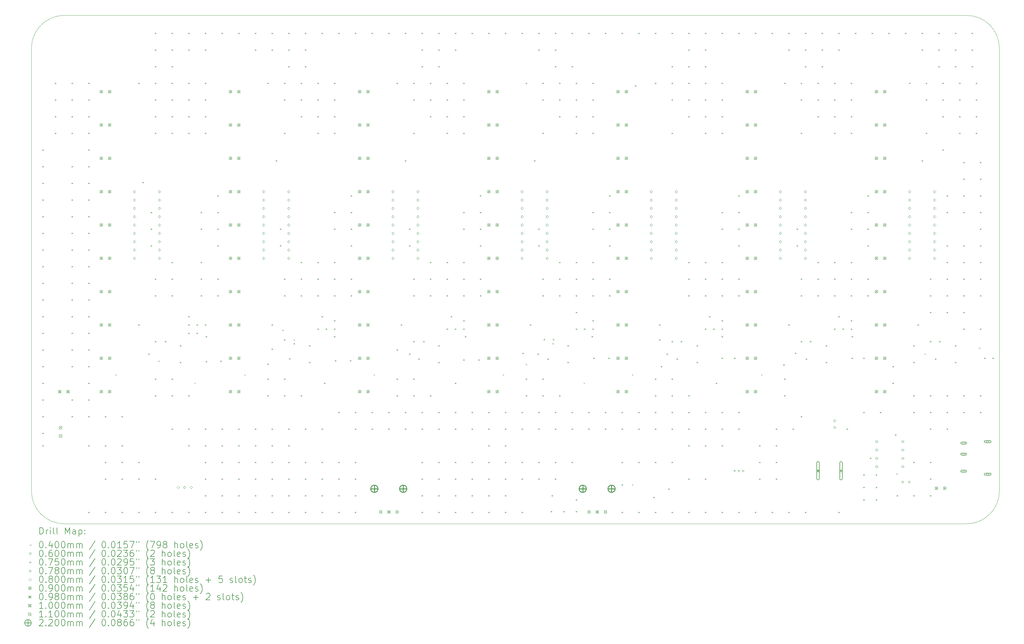
<source format=gbr>
%FSLAX45Y45*%
G04 Gerber Fmt 4.5, Leading zero omitted, Abs format (unit mm)*
G04 Created by KiCad (PCBNEW (6.0.4)) date 2022-10-26 00:36:31*
%MOMM*%
%LPD*%
G01*
G04 APERTURE LIST*
%TA.AperFunction,Profile*%
%ADD10C,0.100000*%
%TD*%
%ADD11C,0.200000*%
%ADD12C,0.040000*%
%ADD13C,0.060000*%
%ADD14C,0.075000*%
%ADD15C,0.078000*%
%ADD16C,0.080000*%
%ADD17C,0.090000*%
%ADD18C,0.098000*%
%ADD19C,0.100000*%
%ADD20C,0.110000*%
%ADD21C,0.220000*%
G04 APERTURE END LIST*
D10*
X6000000Y-17000000D02*
X6000000Y-3500000D01*
X35500000Y-17000000D02*
X35500000Y-3500000D01*
X34500000Y-18000000D02*
X7500000Y-18000000D01*
X6000000Y-17000000D02*
G75*
G03*
X7000000Y-18000000I1000000J0D01*
G01*
X7000000Y-2500000D02*
X34500000Y-2500000D01*
X35500000Y-3500000D02*
G75*
G03*
X34500000Y-2500000I-1000000J0D01*
G01*
X7000000Y-2500000D02*
G75*
G03*
X6000000Y-3500000I0J-1000000D01*
G01*
X34500000Y-18000000D02*
G75*
G03*
X35500000Y-17000000I0J1000000D01*
G01*
X7500000Y-18000000D02*
X7000000Y-18000000D01*
D11*
D12*
X6330000Y-6584000D02*
X6370000Y-6624000D01*
X6370000Y-6584000D02*
X6330000Y-6624000D01*
X6330000Y-7092000D02*
X6370000Y-7132000D01*
X6370000Y-7092000D02*
X6330000Y-7132000D01*
X6330000Y-7600000D02*
X6370000Y-7640000D01*
X6370000Y-7600000D02*
X6330000Y-7640000D01*
X6330000Y-8108000D02*
X6370000Y-8148000D01*
X6370000Y-8108000D02*
X6330000Y-8148000D01*
X6330000Y-8616000D02*
X6370000Y-8656000D01*
X6370000Y-8616000D02*
X6330000Y-8656000D01*
X6330000Y-9124000D02*
X6370000Y-9164000D01*
X6370000Y-9124000D02*
X6330000Y-9164000D01*
X6330000Y-9632000D02*
X6370000Y-9672000D01*
X6370000Y-9632000D02*
X6330000Y-9672000D01*
X6330000Y-10140000D02*
X6370000Y-10180000D01*
X6370000Y-10140000D02*
X6330000Y-10180000D01*
X6330000Y-10648000D02*
X6370000Y-10688000D01*
X6370000Y-10648000D02*
X6330000Y-10688000D01*
X6330000Y-11156000D02*
X6370000Y-11196000D01*
X6370000Y-11156000D02*
X6330000Y-11196000D01*
X6330000Y-11664000D02*
X6370000Y-11704000D01*
X6370000Y-11664000D02*
X6330000Y-11704000D01*
X6330000Y-12172000D02*
X6370000Y-12212000D01*
X6370000Y-12172000D02*
X6330000Y-12212000D01*
X6330000Y-12680000D02*
X6370000Y-12720000D01*
X6370000Y-12680000D02*
X6330000Y-12720000D01*
X6330000Y-13188000D02*
X6370000Y-13228000D01*
X6370000Y-13188000D02*
X6330000Y-13228000D01*
X6330000Y-13696000D02*
X6370000Y-13736000D01*
X6370000Y-13696000D02*
X6330000Y-13736000D01*
X6330000Y-14204000D02*
X6370000Y-14244000D01*
X6370000Y-14204000D02*
X6330000Y-14244000D01*
X6330000Y-14712000D02*
X6370000Y-14752000D01*
X6370000Y-14712000D02*
X6330000Y-14752000D01*
X6330000Y-15220000D02*
X6370000Y-15260000D01*
X6370000Y-15220000D02*
X6330000Y-15260000D01*
X6330000Y-15601000D02*
X6370000Y-15641000D01*
X6370000Y-15601000D02*
X6330000Y-15641000D01*
X6711000Y-4552000D02*
X6751000Y-4592000D01*
X6751000Y-4552000D02*
X6711000Y-4592000D01*
X6711000Y-5060000D02*
X6751000Y-5100000D01*
X6751000Y-5060000D02*
X6711000Y-5100000D01*
X6711000Y-5568000D02*
X6751000Y-5608000D01*
X6751000Y-5568000D02*
X6711000Y-5608000D01*
X6711000Y-6076000D02*
X6751000Y-6116000D01*
X6751000Y-6076000D02*
X6711000Y-6116000D01*
X7219000Y-4552000D02*
X7259000Y-4592000D01*
X7259000Y-4552000D02*
X7219000Y-4592000D01*
X7219000Y-5060000D02*
X7259000Y-5100000D01*
X7259000Y-5060000D02*
X7219000Y-5100000D01*
X7219000Y-5568000D02*
X7259000Y-5608000D01*
X7259000Y-5568000D02*
X7219000Y-5608000D01*
X7219000Y-6076000D02*
X7259000Y-6116000D01*
X7259000Y-6076000D02*
X7219000Y-6116000D01*
X7219000Y-7092000D02*
X7259000Y-7132000D01*
X7259000Y-7092000D02*
X7219000Y-7132000D01*
X7219000Y-7600000D02*
X7259000Y-7640000D01*
X7259000Y-7600000D02*
X7219000Y-7640000D01*
X7219000Y-8108000D02*
X7259000Y-8148000D01*
X7259000Y-8108000D02*
X7219000Y-8148000D01*
X7219000Y-8616000D02*
X7259000Y-8656000D01*
X7259000Y-8616000D02*
X7219000Y-8656000D01*
X7219000Y-9124000D02*
X7259000Y-9164000D01*
X7259000Y-9124000D02*
X7219000Y-9164000D01*
X7219000Y-9632000D02*
X7259000Y-9672000D01*
X7259000Y-9632000D02*
X7219000Y-9672000D01*
X7219000Y-10140000D02*
X7259000Y-10180000D01*
X7259000Y-10140000D02*
X7219000Y-10180000D01*
X7219000Y-10648000D02*
X7259000Y-10688000D01*
X7259000Y-10648000D02*
X7219000Y-10688000D01*
X7219000Y-11156000D02*
X7259000Y-11196000D01*
X7259000Y-11156000D02*
X7219000Y-11196000D01*
X7219000Y-11664000D02*
X7259000Y-11704000D01*
X7259000Y-11664000D02*
X7219000Y-11704000D01*
X7219000Y-12172000D02*
X7259000Y-12212000D01*
X7259000Y-12172000D02*
X7219000Y-12212000D01*
X7219000Y-12680000D02*
X7259000Y-12720000D01*
X7259000Y-12680000D02*
X7219000Y-12720000D01*
X7219000Y-13188000D02*
X7259000Y-13228000D01*
X7259000Y-13188000D02*
X7219000Y-13228000D01*
X7219000Y-14204000D02*
X7259000Y-14244000D01*
X7259000Y-14204000D02*
X7219000Y-14244000D01*
X7219000Y-14712000D02*
X7259000Y-14752000D01*
X7259000Y-14712000D02*
X7219000Y-14752000D01*
X7727000Y-4552000D02*
X7767000Y-4592000D01*
X7767000Y-4552000D02*
X7727000Y-4592000D01*
X7727000Y-5060000D02*
X7767000Y-5100000D01*
X7767000Y-5060000D02*
X7727000Y-5100000D01*
X7727000Y-5568000D02*
X7767000Y-5608000D01*
X7767000Y-5568000D02*
X7727000Y-5608000D01*
X7727000Y-6076000D02*
X7767000Y-6116000D01*
X7767000Y-6076000D02*
X7727000Y-6116000D01*
X7727000Y-6584000D02*
X7767000Y-6624000D01*
X7767000Y-6584000D02*
X7727000Y-6624000D01*
X7727000Y-7092000D02*
X7767000Y-7132000D01*
X7767000Y-7092000D02*
X7727000Y-7132000D01*
X7727000Y-7600000D02*
X7767000Y-7640000D01*
X7767000Y-7600000D02*
X7727000Y-7640000D01*
X7727000Y-8108000D02*
X7767000Y-8148000D01*
X7767000Y-8108000D02*
X7727000Y-8148000D01*
X7727000Y-8616000D02*
X7767000Y-8656000D01*
X7767000Y-8616000D02*
X7727000Y-8656000D01*
X7727000Y-9124000D02*
X7767000Y-9164000D01*
X7767000Y-9124000D02*
X7727000Y-9164000D01*
X7727000Y-9632000D02*
X7767000Y-9672000D01*
X7767000Y-9632000D02*
X7727000Y-9672000D01*
X7727000Y-10140000D02*
X7767000Y-10180000D01*
X7767000Y-10140000D02*
X7727000Y-10180000D01*
X7727000Y-10648000D02*
X7767000Y-10688000D01*
X7767000Y-10648000D02*
X7727000Y-10688000D01*
X7727000Y-11156000D02*
X7767000Y-11196000D01*
X7767000Y-11156000D02*
X7727000Y-11196000D01*
X7727000Y-11664000D02*
X7767000Y-11704000D01*
X7767000Y-11664000D02*
X7727000Y-11704000D01*
X7727000Y-12172000D02*
X7767000Y-12212000D01*
X7767000Y-12172000D02*
X7727000Y-12212000D01*
X7727000Y-12680000D02*
X7767000Y-12720000D01*
X7767000Y-12680000D02*
X7727000Y-12720000D01*
X7727000Y-13188000D02*
X7767000Y-13228000D01*
X7767000Y-13188000D02*
X7727000Y-13228000D01*
X7727000Y-13696000D02*
X7767000Y-13736000D01*
X7767000Y-13696000D02*
X7727000Y-13736000D01*
X7727000Y-14204000D02*
X7767000Y-14244000D01*
X7767000Y-14204000D02*
X7727000Y-14244000D01*
X7727000Y-14712000D02*
X7767000Y-14752000D01*
X7767000Y-14712000D02*
X7727000Y-14752000D01*
X7727000Y-15601000D02*
X7767000Y-15641000D01*
X7767000Y-15601000D02*
X7727000Y-15641000D01*
X7727000Y-17633000D02*
X7767000Y-17673000D01*
X7767000Y-17633000D02*
X7727000Y-17673000D01*
X8235000Y-14712000D02*
X8275000Y-14752000D01*
X8275000Y-14712000D02*
X8235000Y-14752000D01*
X8235000Y-15601000D02*
X8275000Y-15641000D01*
X8275000Y-15601000D02*
X8235000Y-15641000D01*
X8235000Y-16109000D02*
X8275000Y-16149000D01*
X8275000Y-16109000D02*
X8235000Y-16149000D01*
X8235000Y-16617000D02*
X8275000Y-16657000D01*
X8275000Y-16617000D02*
X8235000Y-16657000D01*
X8235000Y-17633000D02*
X8275000Y-17673000D01*
X8275000Y-17633000D02*
X8235000Y-17673000D01*
X8552500Y-13442000D02*
X8592500Y-13482000D01*
X8592500Y-13442000D02*
X8552500Y-13482000D01*
X8743000Y-14712000D02*
X8783000Y-14752000D01*
X8783000Y-14712000D02*
X8743000Y-14752000D01*
X8743000Y-15601000D02*
X8783000Y-15641000D01*
X8783000Y-15601000D02*
X8743000Y-15641000D01*
X8743000Y-16109000D02*
X8783000Y-16149000D01*
X8783000Y-16109000D02*
X8743000Y-16149000D01*
X8743000Y-16617000D02*
X8783000Y-16657000D01*
X8783000Y-16617000D02*
X8743000Y-16657000D01*
X8743000Y-17633000D02*
X8783000Y-17673000D01*
X8783000Y-17633000D02*
X8743000Y-17673000D01*
X9251000Y-4552000D02*
X9291000Y-4592000D01*
X9291000Y-4552000D02*
X9251000Y-4592000D01*
X9251000Y-11918000D02*
X9291000Y-11958000D01*
X9291000Y-11918000D02*
X9251000Y-11958000D01*
X9251000Y-16109000D02*
X9291000Y-16149000D01*
X9291000Y-16109000D02*
X9251000Y-16149000D01*
X9251000Y-16617000D02*
X9291000Y-16657000D01*
X9291000Y-16617000D02*
X9251000Y-16657000D01*
X9251000Y-17633000D02*
X9291000Y-17673000D01*
X9291000Y-17633000D02*
X9251000Y-17673000D01*
X9378000Y-7574600D02*
X9418000Y-7614600D01*
X9418000Y-7574600D02*
X9378000Y-7614600D01*
X9555800Y-12807000D02*
X9595800Y-12847000D01*
X9595800Y-12807000D02*
X9555800Y-12847000D01*
X9632000Y-8489000D02*
X9672000Y-8529000D01*
X9672000Y-8489000D02*
X9632000Y-8529000D01*
X9632000Y-8997000D02*
X9672000Y-9037000D01*
X9672000Y-8997000D02*
X9632000Y-9037000D01*
X9632000Y-9505000D02*
X9672000Y-9545000D01*
X9672000Y-9505000D02*
X9632000Y-9545000D01*
X9759000Y-3028000D02*
X9799000Y-3068000D01*
X9799000Y-3028000D02*
X9759000Y-3068000D01*
X9759000Y-3536000D02*
X9799000Y-3576000D01*
X9799000Y-3536000D02*
X9759000Y-3576000D01*
X9759000Y-4044000D02*
X9799000Y-4084000D01*
X9799000Y-4044000D02*
X9759000Y-4084000D01*
X9759000Y-4552000D02*
X9799000Y-4592000D01*
X9799000Y-4552000D02*
X9759000Y-4592000D01*
X9759000Y-5060000D02*
X9799000Y-5100000D01*
X9799000Y-5060000D02*
X9759000Y-5100000D01*
X9759000Y-5568000D02*
X9799000Y-5608000D01*
X9799000Y-5568000D02*
X9759000Y-5608000D01*
X9759000Y-6076000D02*
X9799000Y-6116000D01*
X9799000Y-6076000D02*
X9759000Y-6116000D01*
X9759000Y-10521000D02*
X9799000Y-10561000D01*
X9799000Y-10521000D02*
X9759000Y-10561000D01*
X9759000Y-11029000D02*
X9799000Y-11069000D01*
X9799000Y-11029000D02*
X9759000Y-11069000D01*
X9759000Y-12426000D02*
X9799000Y-12466000D01*
X9799000Y-12426000D02*
X9759000Y-12466000D01*
X9759000Y-13569000D02*
X9799000Y-13609000D01*
X9799000Y-13569000D02*
X9759000Y-13609000D01*
X9759000Y-14077000D02*
X9799000Y-14117000D01*
X9799000Y-14077000D02*
X9759000Y-14117000D01*
X9759000Y-16617000D02*
X9799000Y-16657000D01*
X9799000Y-16617000D02*
X9759000Y-16657000D01*
X9759000Y-17633000D02*
X9799000Y-17673000D01*
X9799000Y-17633000D02*
X9759000Y-17673000D01*
X9860600Y-13022900D02*
X9900600Y-13062900D01*
X9900600Y-13022900D02*
X9860600Y-13062900D01*
X10063800Y-12426000D02*
X10103800Y-12466000D01*
X10103800Y-12426000D02*
X10063800Y-12466000D01*
X10267000Y-3028000D02*
X10307000Y-3068000D01*
X10307000Y-3028000D02*
X10267000Y-3068000D01*
X10267000Y-3536000D02*
X10307000Y-3576000D01*
X10307000Y-3536000D02*
X10267000Y-3576000D01*
X10267000Y-4044000D02*
X10307000Y-4084000D01*
X10307000Y-4044000D02*
X10267000Y-4084000D01*
X10267000Y-4552000D02*
X10307000Y-4592000D01*
X10307000Y-4552000D02*
X10267000Y-4592000D01*
X10267000Y-5060000D02*
X10307000Y-5100000D01*
X10307000Y-5060000D02*
X10267000Y-5100000D01*
X10267000Y-5568000D02*
X10307000Y-5608000D01*
X10307000Y-5568000D02*
X10267000Y-5608000D01*
X10267000Y-6076000D02*
X10307000Y-6116000D01*
X10307000Y-6076000D02*
X10267000Y-6116000D01*
X10267000Y-10013000D02*
X10307000Y-10053000D01*
X10307000Y-10013000D02*
X10267000Y-10053000D01*
X10267000Y-10521000D02*
X10307000Y-10561000D01*
X10307000Y-10521000D02*
X10267000Y-10561000D01*
X10267000Y-11029000D02*
X10307000Y-11069000D01*
X10307000Y-11029000D02*
X10267000Y-11069000D01*
X10267000Y-13569000D02*
X10307000Y-13609000D01*
X10307000Y-13569000D02*
X10267000Y-13609000D01*
X10267000Y-14077000D02*
X10307000Y-14117000D01*
X10307000Y-14077000D02*
X10267000Y-14117000D01*
X10267000Y-15093000D02*
X10307000Y-15133000D01*
X10307000Y-15093000D02*
X10267000Y-15133000D01*
X10267000Y-17633000D02*
X10307000Y-17673000D01*
X10307000Y-17633000D02*
X10267000Y-17673000D01*
X10521000Y-12553000D02*
X10561000Y-12593000D01*
X10561000Y-12553000D02*
X10521000Y-12593000D01*
X10521000Y-13061000D02*
X10561000Y-13101000D01*
X10561000Y-13061000D02*
X10521000Y-13101000D01*
X10775000Y-3028000D02*
X10815000Y-3068000D01*
X10815000Y-3028000D02*
X10775000Y-3068000D01*
X10775000Y-3536000D02*
X10815000Y-3576000D01*
X10815000Y-3536000D02*
X10775000Y-3576000D01*
X10775000Y-4552000D02*
X10815000Y-4592000D01*
X10815000Y-4552000D02*
X10775000Y-4592000D01*
X10775000Y-5060000D02*
X10815000Y-5100000D01*
X10815000Y-5060000D02*
X10775000Y-5100000D01*
X10775000Y-5568000D02*
X10815000Y-5608000D01*
X10815000Y-5568000D02*
X10775000Y-5608000D01*
X10775000Y-6076000D02*
X10815000Y-6116000D01*
X10815000Y-6076000D02*
X10775000Y-6116000D01*
X10775000Y-11664000D02*
X10815000Y-11704000D01*
X10815000Y-11664000D02*
X10775000Y-11704000D01*
X10775000Y-11918000D02*
X10815000Y-11958000D01*
X10815000Y-11918000D02*
X10775000Y-11958000D01*
X10775000Y-12172000D02*
X10815000Y-12212000D01*
X10815000Y-12172000D02*
X10775000Y-12212000D01*
X10775000Y-14077000D02*
X10815000Y-14117000D01*
X10815000Y-14077000D02*
X10775000Y-14117000D01*
X10775000Y-15093000D02*
X10815000Y-15133000D01*
X10815000Y-15093000D02*
X10775000Y-15133000D01*
X10775000Y-15601000D02*
X10815000Y-15641000D01*
X10815000Y-15601000D02*
X10775000Y-15641000D01*
X10775000Y-17633000D02*
X10815000Y-17673000D01*
X10815000Y-17633000D02*
X10775000Y-17673000D01*
X10965500Y-13696000D02*
X11005500Y-13736000D01*
X11005500Y-13696000D02*
X10965500Y-13736000D01*
X11029000Y-11918000D02*
X11069000Y-11958000D01*
X11069000Y-11918000D02*
X11029000Y-11958000D01*
X11029000Y-12172000D02*
X11069000Y-12212000D01*
X11069000Y-12172000D02*
X11029000Y-12212000D01*
X11156000Y-8489000D02*
X11196000Y-8529000D01*
X11196000Y-8489000D02*
X11156000Y-8529000D01*
X11156000Y-8997000D02*
X11196000Y-9037000D01*
X11196000Y-8997000D02*
X11156000Y-9037000D01*
X11156000Y-10013000D02*
X11196000Y-10053000D01*
X11196000Y-10013000D02*
X11156000Y-10053000D01*
X11156000Y-10521000D02*
X11196000Y-10561000D01*
X11196000Y-10521000D02*
X11156000Y-10561000D01*
X11156000Y-11029000D02*
X11196000Y-11069000D01*
X11196000Y-11029000D02*
X11156000Y-11069000D01*
X11283000Y-3028000D02*
X11323000Y-3068000D01*
X11323000Y-3028000D02*
X11283000Y-3068000D01*
X11283000Y-3536000D02*
X11323000Y-3576000D01*
X11323000Y-3536000D02*
X11283000Y-3576000D01*
X11283000Y-4552000D02*
X11323000Y-4592000D01*
X11323000Y-4552000D02*
X11283000Y-4592000D01*
X11283000Y-5060000D02*
X11323000Y-5100000D01*
X11323000Y-5060000D02*
X11283000Y-5100000D01*
X11283000Y-5568000D02*
X11323000Y-5608000D01*
X11323000Y-5568000D02*
X11283000Y-5608000D01*
X11283000Y-6076000D02*
X11323000Y-6116000D01*
X11323000Y-6076000D02*
X11283000Y-6116000D01*
X11283000Y-11918000D02*
X11323000Y-11958000D01*
X11323000Y-11918000D02*
X11283000Y-11958000D01*
X11283000Y-15093000D02*
X11323000Y-15133000D01*
X11323000Y-15093000D02*
X11283000Y-15133000D01*
X11283000Y-15601000D02*
X11323000Y-15641000D01*
X11323000Y-15601000D02*
X11283000Y-15641000D01*
X11283000Y-16109000D02*
X11323000Y-16149000D01*
X11323000Y-16109000D02*
X11283000Y-16149000D01*
X11283000Y-16617000D02*
X11323000Y-16657000D01*
X11323000Y-16617000D02*
X11283000Y-16657000D01*
X11283000Y-17125000D02*
X11323000Y-17165000D01*
X11323000Y-17125000D02*
X11283000Y-17165000D01*
X11283000Y-17633000D02*
X11323000Y-17673000D01*
X11323000Y-17633000D02*
X11283000Y-17673000D01*
X11308400Y-12273600D02*
X11348400Y-12313600D01*
X11348400Y-12273600D02*
X11308400Y-12313600D01*
X11308400Y-13035600D02*
X11348400Y-13075600D01*
X11348400Y-13035600D02*
X11308400Y-13075600D01*
X11664000Y-7981000D02*
X11704000Y-8021000D01*
X11704000Y-7981000D02*
X11664000Y-8021000D01*
X11664000Y-8489000D02*
X11704000Y-8529000D01*
X11704000Y-8489000D02*
X11664000Y-8529000D01*
X11664000Y-8997000D02*
X11704000Y-9037000D01*
X11704000Y-8997000D02*
X11664000Y-9037000D01*
X11664000Y-9505000D02*
X11704000Y-9545000D01*
X11704000Y-9505000D02*
X11664000Y-9545000D01*
X11664000Y-10521000D02*
X11704000Y-10561000D01*
X11704000Y-10521000D02*
X11664000Y-10561000D01*
X11664000Y-11029000D02*
X11704000Y-11069000D01*
X11704000Y-11029000D02*
X11664000Y-11069000D01*
X11752900Y-13022900D02*
X11792900Y-13062900D01*
X11792900Y-13022900D02*
X11752900Y-13062900D01*
X11791000Y-3028000D02*
X11831000Y-3068000D01*
X11831000Y-3028000D02*
X11791000Y-3068000D01*
X11791000Y-15093000D02*
X11831000Y-15133000D01*
X11831000Y-15093000D02*
X11791000Y-15133000D01*
X11791000Y-15601000D02*
X11831000Y-15641000D01*
X11831000Y-15601000D02*
X11791000Y-15641000D01*
X11791000Y-16109000D02*
X11831000Y-16149000D01*
X11831000Y-16109000D02*
X11791000Y-16149000D01*
X11791000Y-16617000D02*
X11831000Y-16657000D01*
X11831000Y-16617000D02*
X11791000Y-16657000D01*
X11791000Y-17125000D02*
X11831000Y-17165000D01*
X11831000Y-17125000D02*
X11791000Y-17165000D01*
X11791000Y-17633000D02*
X11831000Y-17673000D01*
X11831000Y-17633000D02*
X11791000Y-17673000D01*
X12299000Y-3028000D02*
X12339000Y-3068000D01*
X12339000Y-3028000D02*
X12299000Y-3068000D01*
X12299000Y-15093000D02*
X12339000Y-15133000D01*
X12339000Y-15093000D02*
X12299000Y-15133000D01*
X12299000Y-15601000D02*
X12339000Y-15641000D01*
X12339000Y-15601000D02*
X12299000Y-15641000D01*
X12299000Y-16109000D02*
X12339000Y-16149000D01*
X12339000Y-16109000D02*
X12299000Y-16149000D01*
X12299000Y-16617000D02*
X12339000Y-16657000D01*
X12339000Y-16617000D02*
X12299000Y-16657000D01*
X12299000Y-17125000D02*
X12339000Y-17165000D01*
X12339000Y-17125000D02*
X12299000Y-17165000D01*
X12299000Y-17633000D02*
X12339000Y-17673000D01*
X12339000Y-17633000D02*
X12299000Y-17673000D01*
X12489500Y-13442000D02*
X12529500Y-13482000D01*
X12529500Y-13442000D02*
X12489500Y-13482000D01*
X12807000Y-3028000D02*
X12847000Y-3068000D01*
X12847000Y-3028000D02*
X12807000Y-3068000D01*
X12807000Y-3536000D02*
X12847000Y-3576000D01*
X12847000Y-3536000D02*
X12807000Y-3576000D01*
X12807000Y-15093000D02*
X12847000Y-15133000D01*
X12847000Y-15093000D02*
X12807000Y-15133000D01*
X12807000Y-15601000D02*
X12847000Y-15641000D01*
X12847000Y-15601000D02*
X12807000Y-15641000D01*
X12807000Y-16109000D02*
X12847000Y-16149000D01*
X12847000Y-16109000D02*
X12807000Y-16149000D01*
X12807000Y-16617000D02*
X12847000Y-16657000D01*
X12847000Y-16617000D02*
X12807000Y-16657000D01*
X12807000Y-17125000D02*
X12847000Y-17165000D01*
X12847000Y-17125000D02*
X12807000Y-17165000D01*
X12807000Y-17633000D02*
X12847000Y-17673000D01*
X12847000Y-17633000D02*
X12807000Y-17673000D01*
X13188000Y-4552000D02*
X13228000Y-4592000D01*
X13228000Y-4552000D02*
X13188000Y-4592000D01*
X13188000Y-13111800D02*
X13228000Y-13151800D01*
X13228000Y-13111800D02*
X13188000Y-13151800D01*
X13188000Y-13569000D02*
X13228000Y-13609000D01*
X13228000Y-13569000D02*
X13188000Y-13609000D01*
X13188000Y-14077000D02*
X13228000Y-14117000D01*
X13228000Y-14077000D02*
X13188000Y-14117000D01*
X13315000Y-3028000D02*
X13355000Y-3068000D01*
X13355000Y-3028000D02*
X13315000Y-3068000D01*
X13315000Y-3536000D02*
X13355000Y-3576000D01*
X13355000Y-3536000D02*
X13315000Y-3576000D01*
X13315000Y-11918000D02*
X13355000Y-11958000D01*
X13355000Y-11918000D02*
X13315000Y-11958000D01*
X13315000Y-12654600D02*
X13355000Y-12694600D01*
X13355000Y-12654600D02*
X13315000Y-12694600D01*
X13315000Y-15093000D02*
X13355000Y-15133000D01*
X13355000Y-15093000D02*
X13315000Y-15133000D01*
X13315000Y-15601000D02*
X13355000Y-15641000D01*
X13355000Y-15601000D02*
X13315000Y-15641000D01*
X13315000Y-16109000D02*
X13355000Y-16149000D01*
X13355000Y-16109000D02*
X13315000Y-16149000D01*
X13315000Y-16617000D02*
X13355000Y-16657000D01*
X13355000Y-16617000D02*
X13315000Y-16657000D01*
X13315000Y-17125000D02*
X13355000Y-17165000D01*
X13355000Y-17125000D02*
X13315000Y-17165000D01*
X13315000Y-17633000D02*
X13355000Y-17673000D01*
X13355000Y-17633000D02*
X13315000Y-17673000D01*
X13442000Y-6914200D02*
X13482000Y-6954200D01*
X13482000Y-6914200D02*
X13442000Y-6954200D01*
X13569000Y-8997000D02*
X13609000Y-9037000D01*
X13609000Y-8997000D02*
X13569000Y-9037000D01*
X13569000Y-9505000D02*
X13609000Y-9545000D01*
X13609000Y-9505000D02*
X13569000Y-9545000D01*
X13645200Y-12083100D02*
X13685200Y-12123100D01*
X13685200Y-12083100D02*
X13645200Y-12123100D01*
X13696000Y-4552000D02*
X13736000Y-4592000D01*
X13736000Y-4552000D02*
X13696000Y-4592000D01*
X13696000Y-5060000D02*
X13736000Y-5100000D01*
X13736000Y-5060000D02*
X13696000Y-5100000D01*
X13696000Y-6076000D02*
X13736000Y-6116000D01*
X13736000Y-6076000D02*
X13696000Y-6116000D01*
X13696000Y-10521000D02*
X13736000Y-10561000D01*
X13736000Y-10521000D02*
X13696000Y-10561000D01*
X13696000Y-11029000D02*
X13736000Y-11069000D01*
X13736000Y-11029000D02*
X13696000Y-11069000D01*
X13696000Y-12375200D02*
X13736000Y-12415200D01*
X13736000Y-12375200D02*
X13696000Y-12415200D01*
X13696000Y-13569000D02*
X13736000Y-13609000D01*
X13736000Y-13569000D02*
X13696000Y-13609000D01*
X13696000Y-14077000D02*
X13736000Y-14117000D01*
X13736000Y-14077000D02*
X13696000Y-14117000D01*
X13823000Y-3028000D02*
X13863000Y-3068000D01*
X13863000Y-3028000D02*
X13823000Y-3068000D01*
X13823000Y-3536000D02*
X13863000Y-3576000D01*
X13863000Y-3536000D02*
X13823000Y-3576000D01*
X13823000Y-4044000D02*
X13863000Y-4084000D01*
X13863000Y-4044000D02*
X13823000Y-4084000D01*
X13823000Y-15093000D02*
X13863000Y-15133000D01*
X13863000Y-15093000D02*
X13823000Y-15133000D01*
X13823000Y-15601000D02*
X13863000Y-15641000D01*
X13863000Y-15601000D02*
X13823000Y-15641000D01*
X13823000Y-16109000D02*
X13863000Y-16149000D01*
X13863000Y-16109000D02*
X13823000Y-16149000D01*
X13823000Y-16617000D02*
X13863000Y-16657000D01*
X13863000Y-16617000D02*
X13823000Y-16657000D01*
X13823000Y-17125000D02*
X13863000Y-17165000D01*
X13863000Y-17125000D02*
X13823000Y-17165000D01*
X13823000Y-17633000D02*
X13863000Y-17673000D01*
X13863000Y-17633000D02*
X13823000Y-17673000D01*
X13848400Y-12949240D02*
X13888400Y-12989240D01*
X13888400Y-12949240D02*
X13848400Y-12989240D01*
X13988100Y-12375200D02*
X14028100Y-12415200D01*
X14028100Y-12375200D02*
X13988100Y-12415200D01*
X13988100Y-12489500D02*
X14028100Y-12529500D01*
X14028100Y-12489500D02*
X13988100Y-12529500D01*
X14204000Y-4552000D02*
X14244000Y-4592000D01*
X14244000Y-4552000D02*
X14204000Y-4592000D01*
X14204000Y-5060000D02*
X14244000Y-5100000D01*
X14244000Y-5060000D02*
X14204000Y-5100000D01*
X14204000Y-5568000D02*
X14244000Y-5608000D01*
X14244000Y-5568000D02*
X14204000Y-5608000D01*
X14204000Y-10013000D02*
X14244000Y-10053000D01*
X14244000Y-10013000D02*
X14204000Y-10053000D01*
X14204000Y-10521000D02*
X14244000Y-10561000D01*
X14244000Y-10521000D02*
X14204000Y-10561000D01*
X14204000Y-11029000D02*
X14244000Y-11069000D01*
X14244000Y-11029000D02*
X14204000Y-11069000D01*
X14204000Y-14077000D02*
X14244000Y-14117000D01*
X14244000Y-14077000D02*
X14204000Y-14117000D01*
X14331000Y-3028000D02*
X14371000Y-3068000D01*
X14371000Y-3028000D02*
X14331000Y-3068000D01*
X14331000Y-3536000D02*
X14371000Y-3576000D01*
X14371000Y-3536000D02*
X14331000Y-3576000D01*
X14331000Y-4044000D02*
X14371000Y-4084000D01*
X14371000Y-4044000D02*
X14331000Y-4084000D01*
X14331000Y-15093000D02*
X14371000Y-15133000D01*
X14371000Y-15093000D02*
X14331000Y-15133000D01*
X14331000Y-16109000D02*
X14371000Y-16149000D01*
X14371000Y-16109000D02*
X14331000Y-16149000D01*
X14331000Y-16617000D02*
X14371000Y-16657000D01*
X14371000Y-16617000D02*
X14331000Y-16657000D01*
X14331000Y-17125000D02*
X14371000Y-17165000D01*
X14371000Y-17125000D02*
X14331000Y-17165000D01*
X14331000Y-17633000D02*
X14371000Y-17673000D01*
X14371000Y-17633000D02*
X14331000Y-17673000D01*
X14458000Y-12553000D02*
X14498000Y-12593000D01*
X14498000Y-12553000D02*
X14458000Y-12593000D01*
X14458000Y-13061000D02*
X14498000Y-13101000D01*
X14498000Y-13061000D02*
X14458000Y-13101000D01*
X14712000Y-4552000D02*
X14752000Y-4592000D01*
X14752000Y-4552000D02*
X14712000Y-4592000D01*
X14712000Y-5060000D02*
X14752000Y-5100000D01*
X14752000Y-5060000D02*
X14712000Y-5100000D01*
X14712000Y-5568000D02*
X14752000Y-5608000D01*
X14752000Y-5568000D02*
X14712000Y-5608000D01*
X14712000Y-6076000D02*
X14752000Y-6116000D01*
X14752000Y-6076000D02*
X14712000Y-6116000D01*
X14712000Y-10013000D02*
X14752000Y-10053000D01*
X14752000Y-10013000D02*
X14712000Y-10053000D01*
X14712000Y-10521000D02*
X14752000Y-10561000D01*
X14752000Y-10521000D02*
X14712000Y-10561000D01*
X14712000Y-11029000D02*
X14752000Y-11069000D01*
X14752000Y-11029000D02*
X14712000Y-11069000D01*
X14712000Y-12045000D02*
X14752000Y-12085000D01*
X14752000Y-12045000D02*
X14712000Y-12085000D01*
X14839000Y-3028000D02*
X14879000Y-3068000D01*
X14879000Y-3028000D02*
X14839000Y-3068000D01*
X14839000Y-11664000D02*
X14879000Y-11704000D01*
X14879000Y-11664000D02*
X14839000Y-11704000D01*
X14839000Y-15093000D02*
X14879000Y-15133000D01*
X14879000Y-15093000D02*
X14839000Y-15133000D01*
X14839000Y-16109000D02*
X14879000Y-16149000D01*
X14879000Y-16109000D02*
X14839000Y-16149000D01*
X14839000Y-16617000D02*
X14879000Y-16657000D01*
X14879000Y-16617000D02*
X14839000Y-16657000D01*
X14839000Y-17125000D02*
X14879000Y-17165000D01*
X14879000Y-17125000D02*
X14839000Y-17165000D01*
X14839000Y-17633000D02*
X14879000Y-17673000D01*
X14879000Y-17633000D02*
X14839000Y-17673000D01*
X14915200Y-13696000D02*
X14955200Y-13736000D01*
X14955200Y-13696000D02*
X14915200Y-13736000D01*
X14966000Y-12045000D02*
X15006000Y-12085000D01*
X15006000Y-12045000D02*
X14966000Y-12085000D01*
X15220000Y-4552000D02*
X15260000Y-4592000D01*
X15260000Y-4552000D02*
X15220000Y-4592000D01*
X15220000Y-5060000D02*
X15260000Y-5100000D01*
X15260000Y-5060000D02*
X15220000Y-5100000D01*
X15220000Y-5568000D02*
X15260000Y-5608000D01*
X15260000Y-5568000D02*
X15220000Y-5608000D01*
X15220000Y-6076000D02*
X15260000Y-6116000D01*
X15260000Y-6076000D02*
X15220000Y-6116000D01*
X15220000Y-8489000D02*
X15260000Y-8529000D01*
X15260000Y-8489000D02*
X15220000Y-8529000D01*
X15220000Y-8997000D02*
X15260000Y-9037000D01*
X15260000Y-8997000D02*
X15220000Y-9037000D01*
X15220000Y-10013000D02*
X15260000Y-10053000D01*
X15260000Y-10013000D02*
X15220000Y-10053000D01*
X15220000Y-10521000D02*
X15260000Y-10561000D01*
X15260000Y-10521000D02*
X15220000Y-10561000D01*
X15220000Y-11029000D02*
X15260000Y-11069000D01*
X15260000Y-11029000D02*
X15220000Y-11069000D01*
X15220000Y-11791000D02*
X15260000Y-11831000D01*
X15260000Y-11791000D02*
X15220000Y-11831000D01*
X15220000Y-12045000D02*
X15260000Y-12085000D01*
X15260000Y-12045000D02*
X15220000Y-12085000D01*
X15220000Y-12273600D02*
X15260000Y-12313600D01*
X15260000Y-12273600D02*
X15220000Y-12313600D01*
X15245400Y-13010200D02*
X15285400Y-13050200D01*
X15285400Y-13010200D02*
X15245400Y-13050200D01*
X15347000Y-3028000D02*
X15387000Y-3068000D01*
X15387000Y-3028000D02*
X15347000Y-3068000D01*
X15347000Y-14585000D02*
X15387000Y-14625000D01*
X15387000Y-14585000D02*
X15347000Y-14625000D01*
X15347000Y-16109000D02*
X15387000Y-16149000D01*
X15387000Y-16109000D02*
X15347000Y-16149000D01*
X15347000Y-16617000D02*
X15387000Y-16657000D01*
X15387000Y-16617000D02*
X15347000Y-16657000D01*
X15347000Y-17125000D02*
X15387000Y-17165000D01*
X15387000Y-17125000D02*
X15347000Y-17165000D01*
X15347000Y-17633000D02*
X15387000Y-17673000D01*
X15387000Y-17633000D02*
X15347000Y-17673000D01*
X15702600Y-13010200D02*
X15742600Y-13050200D01*
X15742600Y-13010200D02*
X15702600Y-13050200D01*
X15728000Y-7981000D02*
X15768000Y-8021000D01*
X15768000Y-7981000D02*
X15728000Y-8021000D01*
X15728000Y-8489000D02*
X15768000Y-8529000D01*
X15768000Y-8489000D02*
X15728000Y-8529000D01*
X15728000Y-8997000D02*
X15768000Y-9037000D01*
X15768000Y-8997000D02*
X15728000Y-9037000D01*
X15728000Y-9505000D02*
X15768000Y-9545000D01*
X15768000Y-9505000D02*
X15728000Y-9545000D01*
X15728000Y-10521000D02*
X15768000Y-10561000D01*
X15768000Y-10521000D02*
X15728000Y-10561000D01*
X15728000Y-11029000D02*
X15768000Y-11069000D01*
X15768000Y-11029000D02*
X15728000Y-11069000D01*
X15855000Y-3028000D02*
X15895000Y-3068000D01*
X15895000Y-3028000D02*
X15855000Y-3068000D01*
X15855000Y-14585000D02*
X15895000Y-14625000D01*
X15895000Y-14585000D02*
X15855000Y-14625000D01*
X15855000Y-15093000D02*
X15895000Y-15133000D01*
X15895000Y-15093000D02*
X15855000Y-15133000D01*
X15855000Y-16109000D02*
X15895000Y-16149000D01*
X15895000Y-16109000D02*
X15855000Y-16149000D01*
X15855000Y-16617000D02*
X15895000Y-16657000D01*
X15895000Y-16617000D02*
X15855000Y-16657000D01*
X15855000Y-17125000D02*
X15895000Y-17165000D01*
X15895000Y-17125000D02*
X15855000Y-17165000D01*
X15855000Y-17633000D02*
X15895000Y-17673000D01*
X15895000Y-17633000D02*
X15855000Y-17673000D01*
X16363000Y-3028000D02*
X16403000Y-3068000D01*
X16403000Y-3028000D02*
X16363000Y-3068000D01*
X16363000Y-14585000D02*
X16403000Y-14625000D01*
X16403000Y-14585000D02*
X16363000Y-14625000D01*
X16363000Y-15093000D02*
X16403000Y-15133000D01*
X16403000Y-15093000D02*
X16363000Y-15133000D01*
X16426500Y-13442000D02*
X16466500Y-13482000D01*
X16466500Y-13442000D02*
X16426500Y-13482000D01*
X16871000Y-3028000D02*
X16911000Y-3068000D01*
X16911000Y-3028000D02*
X16871000Y-3068000D01*
X16871000Y-14585000D02*
X16911000Y-14625000D01*
X16911000Y-14585000D02*
X16871000Y-14625000D01*
X16871000Y-15093000D02*
X16911000Y-15133000D01*
X16911000Y-15093000D02*
X16871000Y-15133000D01*
X17125000Y-4552000D02*
X17165000Y-4592000D01*
X17165000Y-4552000D02*
X17125000Y-4592000D01*
X17125000Y-12680000D02*
X17165000Y-12720000D01*
X17165000Y-12680000D02*
X17125000Y-12720000D01*
X17125000Y-13569000D02*
X17165000Y-13609000D01*
X17165000Y-13569000D02*
X17125000Y-13609000D01*
X17125000Y-14077000D02*
X17165000Y-14117000D01*
X17165000Y-14077000D02*
X17125000Y-14117000D01*
X17252000Y-11918000D02*
X17292000Y-11958000D01*
X17292000Y-11918000D02*
X17252000Y-11958000D01*
X17379000Y-3028000D02*
X17419000Y-3068000D01*
X17419000Y-3028000D02*
X17379000Y-3068000D01*
X17379000Y-6914200D02*
X17419000Y-6954200D01*
X17419000Y-6914200D02*
X17379000Y-6954200D01*
X17379000Y-14585000D02*
X17419000Y-14625000D01*
X17419000Y-14585000D02*
X17379000Y-14625000D01*
X17379000Y-15093000D02*
X17419000Y-15133000D01*
X17419000Y-15093000D02*
X17379000Y-15133000D01*
X17506000Y-8997000D02*
X17546000Y-9037000D01*
X17546000Y-8997000D02*
X17506000Y-9037000D01*
X17506000Y-9505000D02*
X17546000Y-9545000D01*
X17546000Y-9505000D02*
X17506000Y-9545000D01*
X17506000Y-12807000D02*
X17546000Y-12847000D01*
X17546000Y-12807000D02*
X17506000Y-12847000D01*
X17633000Y-4552000D02*
X17673000Y-4592000D01*
X17673000Y-4552000D02*
X17633000Y-4592000D01*
X17633000Y-5060000D02*
X17673000Y-5100000D01*
X17673000Y-5060000D02*
X17633000Y-5100000D01*
X17633000Y-6076000D02*
X17673000Y-6116000D01*
X17673000Y-6076000D02*
X17633000Y-6116000D01*
X17633000Y-10521000D02*
X17673000Y-10561000D01*
X17673000Y-10521000D02*
X17633000Y-10561000D01*
X17633000Y-11029000D02*
X17673000Y-11069000D01*
X17673000Y-11029000D02*
X17633000Y-11069000D01*
X17633000Y-12426000D02*
X17673000Y-12466000D01*
X17673000Y-12426000D02*
X17633000Y-12466000D01*
X17633000Y-13569000D02*
X17673000Y-13609000D01*
X17673000Y-13569000D02*
X17633000Y-13609000D01*
X17633000Y-14077000D02*
X17673000Y-14117000D01*
X17673000Y-14077000D02*
X17633000Y-14117000D01*
X17785400Y-12959400D02*
X17825400Y-12999400D01*
X17825400Y-12959400D02*
X17785400Y-12999400D01*
X17887000Y-3028000D02*
X17927000Y-3068000D01*
X17927000Y-3028000D02*
X17887000Y-3068000D01*
X17887000Y-3536000D02*
X17927000Y-3576000D01*
X17927000Y-3536000D02*
X17887000Y-3576000D01*
X17887000Y-4044000D02*
X17927000Y-4084000D01*
X17927000Y-4044000D02*
X17887000Y-4084000D01*
X17887000Y-14585000D02*
X17927000Y-14625000D01*
X17927000Y-14585000D02*
X17887000Y-14625000D01*
X17887000Y-15093000D02*
X17927000Y-15133000D01*
X17927000Y-15093000D02*
X17887000Y-15133000D01*
X17887000Y-16109000D02*
X17927000Y-16149000D01*
X17927000Y-16109000D02*
X17887000Y-16149000D01*
X17887000Y-16617000D02*
X17927000Y-16657000D01*
X17927000Y-16617000D02*
X17887000Y-16657000D01*
X17887000Y-17125000D02*
X17927000Y-17165000D01*
X17927000Y-17125000D02*
X17887000Y-17165000D01*
X17887000Y-17633000D02*
X17927000Y-17673000D01*
X17927000Y-17633000D02*
X17887000Y-17673000D01*
X17937800Y-12426000D02*
X17977800Y-12466000D01*
X17977800Y-12426000D02*
X17937800Y-12466000D01*
X18141000Y-4552000D02*
X18181000Y-4592000D01*
X18181000Y-4552000D02*
X18141000Y-4592000D01*
X18141000Y-5060000D02*
X18181000Y-5100000D01*
X18181000Y-5060000D02*
X18141000Y-5100000D01*
X18141000Y-5568000D02*
X18181000Y-5608000D01*
X18181000Y-5568000D02*
X18141000Y-5608000D01*
X18141000Y-10013000D02*
X18181000Y-10053000D01*
X18181000Y-10013000D02*
X18141000Y-10053000D01*
X18141000Y-10521000D02*
X18181000Y-10561000D01*
X18181000Y-10521000D02*
X18141000Y-10561000D01*
X18141000Y-11029000D02*
X18181000Y-11069000D01*
X18181000Y-11029000D02*
X18141000Y-11069000D01*
X18141000Y-14077000D02*
X18181000Y-14117000D01*
X18181000Y-14077000D02*
X18141000Y-14117000D01*
X18395000Y-3028000D02*
X18435000Y-3068000D01*
X18435000Y-3028000D02*
X18395000Y-3068000D01*
X18395000Y-3536000D02*
X18435000Y-3576000D01*
X18435000Y-3536000D02*
X18395000Y-3576000D01*
X18395000Y-4044000D02*
X18435000Y-4084000D01*
X18435000Y-4044000D02*
X18395000Y-4084000D01*
X18395000Y-12553000D02*
X18435000Y-12593000D01*
X18435000Y-12553000D02*
X18395000Y-12593000D01*
X18395000Y-13061000D02*
X18435000Y-13101000D01*
X18435000Y-13061000D02*
X18395000Y-13101000D01*
X18395000Y-14585000D02*
X18435000Y-14625000D01*
X18435000Y-14585000D02*
X18395000Y-14625000D01*
X18395000Y-15093000D02*
X18435000Y-15133000D01*
X18435000Y-15093000D02*
X18395000Y-15133000D01*
X18395000Y-16109000D02*
X18435000Y-16149000D01*
X18435000Y-16109000D02*
X18395000Y-16149000D01*
X18395000Y-16617000D02*
X18435000Y-16657000D01*
X18435000Y-16617000D02*
X18395000Y-16657000D01*
X18395000Y-17125000D02*
X18435000Y-17165000D01*
X18435000Y-17125000D02*
X18395000Y-17165000D01*
X18395000Y-17633000D02*
X18435000Y-17673000D01*
X18435000Y-17633000D02*
X18395000Y-17673000D01*
X18649000Y-4552000D02*
X18689000Y-4592000D01*
X18689000Y-4552000D02*
X18649000Y-4592000D01*
X18649000Y-5060000D02*
X18689000Y-5100000D01*
X18689000Y-5060000D02*
X18649000Y-5100000D01*
X18649000Y-5568000D02*
X18689000Y-5608000D01*
X18689000Y-5568000D02*
X18649000Y-5608000D01*
X18649000Y-6076000D02*
X18689000Y-6116000D01*
X18689000Y-6076000D02*
X18649000Y-6116000D01*
X18649000Y-10013000D02*
X18689000Y-10053000D01*
X18689000Y-10013000D02*
X18649000Y-10053000D01*
X18649000Y-10521000D02*
X18689000Y-10561000D01*
X18689000Y-10521000D02*
X18649000Y-10561000D01*
X18649000Y-11029000D02*
X18689000Y-11069000D01*
X18689000Y-11029000D02*
X18649000Y-11069000D01*
X18649000Y-12045000D02*
X18689000Y-12085000D01*
X18689000Y-12045000D02*
X18649000Y-12085000D01*
X18776000Y-11664000D02*
X18816000Y-11704000D01*
X18816000Y-11664000D02*
X18776000Y-11704000D01*
X18903000Y-3028000D02*
X18943000Y-3068000D01*
X18943000Y-3028000D02*
X18903000Y-3068000D01*
X18903000Y-3536000D02*
X18943000Y-3576000D01*
X18943000Y-3536000D02*
X18903000Y-3576000D01*
X18903000Y-12045000D02*
X18943000Y-12085000D01*
X18943000Y-12045000D02*
X18903000Y-12085000D01*
X18903000Y-13696000D02*
X18943000Y-13736000D01*
X18943000Y-13696000D02*
X18903000Y-13736000D01*
X18903000Y-14585000D02*
X18943000Y-14625000D01*
X18943000Y-14585000D02*
X18903000Y-14625000D01*
X18903000Y-15093000D02*
X18943000Y-15133000D01*
X18943000Y-15093000D02*
X18903000Y-15133000D01*
X18903000Y-16109000D02*
X18943000Y-16149000D01*
X18943000Y-16109000D02*
X18903000Y-16149000D01*
X18903000Y-16617000D02*
X18943000Y-16657000D01*
X18943000Y-16617000D02*
X18903000Y-16657000D01*
X18903000Y-17125000D02*
X18943000Y-17165000D01*
X18943000Y-17125000D02*
X18903000Y-17165000D01*
X18903000Y-17633000D02*
X18943000Y-17673000D01*
X18943000Y-17633000D02*
X18903000Y-17673000D01*
X19157000Y-4552000D02*
X19197000Y-4592000D01*
X19197000Y-4552000D02*
X19157000Y-4592000D01*
X19157000Y-5060000D02*
X19197000Y-5100000D01*
X19197000Y-5060000D02*
X19157000Y-5100000D01*
X19157000Y-5568000D02*
X19197000Y-5608000D01*
X19197000Y-5568000D02*
X19157000Y-5608000D01*
X19157000Y-6076000D02*
X19197000Y-6116000D01*
X19197000Y-6076000D02*
X19157000Y-6116000D01*
X19157000Y-8489000D02*
X19197000Y-8529000D01*
X19197000Y-8489000D02*
X19157000Y-8529000D01*
X19157000Y-8997000D02*
X19197000Y-9037000D01*
X19197000Y-8997000D02*
X19157000Y-9037000D01*
X19157000Y-10013000D02*
X19197000Y-10053000D01*
X19197000Y-10013000D02*
X19157000Y-10053000D01*
X19157000Y-10521000D02*
X19197000Y-10561000D01*
X19197000Y-10521000D02*
X19157000Y-10561000D01*
X19157000Y-11029000D02*
X19197000Y-11069000D01*
X19197000Y-11029000D02*
X19157000Y-11069000D01*
X19157000Y-11791000D02*
X19197000Y-11831000D01*
X19197000Y-11791000D02*
X19157000Y-11831000D01*
X19157000Y-12045000D02*
X19197000Y-12085000D01*
X19197000Y-12045000D02*
X19157000Y-12085000D01*
X19157000Y-12984800D02*
X19197000Y-13024800D01*
X19197000Y-12984800D02*
X19157000Y-13024800D01*
X19207800Y-12273600D02*
X19247800Y-12313600D01*
X19247800Y-12273600D02*
X19207800Y-12313600D01*
X19411000Y-3028000D02*
X19451000Y-3068000D01*
X19451000Y-3028000D02*
X19411000Y-3068000D01*
X19411000Y-14585000D02*
X19451000Y-14625000D01*
X19451000Y-14585000D02*
X19411000Y-14625000D01*
X19411000Y-15093000D02*
X19451000Y-15133000D01*
X19451000Y-15093000D02*
X19411000Y-15133000D01*
X19411000Y-16109000D02*
X19451000Y-16149000D01*
X19451000Y-16109000D02*
X19411000Y-16149000D01*
X19411000Y-16617000D02*
X19451000Y-16657000D01*
X19451000Y-16617000D02*
X19411000Y-16657000D01*
X19411000Y-17125000D02*
X19451000Y-17165000D01*
X19451000Y-17125000D02*
X19411000Y-17165000D01*
X19411000Y-17633000D02*
X19451000Y-17673000D01*
X19451000Y-17633000D02*
X19411000Y-17673000D01*
X19614200Y-12984800D02*
X19654200Y-13024800D01*
X19654200Y-12984800D02*
X19614200Y-13024800D01*
X19665000Y-7981000D02*
X19705000Y-8021000D01*
X19705000Y-7981000D02*
X19665000Y-8021000D01*
X19665000Y-8489000D02*
X19705000Y-8529000D01*
X19705000Y-8489000D02*
X19665000Y-8529000D01*
X19665000Y-8997000D02*
X19705000Y-9037000D01*
X19705000Y-8997000D02*
X19665000Y-9037000D01*
X19665000Y-9505000D02*
X19705000Y-9545000D01*
X19705000Y-9505000D02*
X19665000Y-9545000D01*
X19665000Y-10521000D02*
X19705000Y-10561000D01*
X19705000Y-10521000D02*
X19665000Y-10561000D01*
X19665000Y-11029000D02*
X19705000Y-11069000D01*
X19705000Y-11029000D02*
X19665000Y-11069000D01*
X19919000Y-3028000D02*
X19959000Y-3068000D01*
X19959000Y-3028000D02*
X19919000Y-3068000D01*
X19919000Y-14585000D02*
X19959000Y-14625000D01*
X19959000Y-14585000D02*
X19919000Y-14625000D01*
X19919000Y-15093000D02*
X19959000Y-15133000D01*
X19959000Y-15093000D02*
X19919000Y-15133000D01*
X19919000Y-15601000D02*
X19959000Y-15641000D01*
X19959000Y-15601000D02*
X19919000Y-15641000D01*
X19919000Y-16109000D02*
X19959000Y-16149000D01*
X19959000Y-16109000D02*
X19919000Y-16149000D01*
X19919000Y-16617000D02*
X19959000Y-16657000D01*
X19959000Y-16617000D02*
X19919000Y-16657000D01*
X19919000Y-17125000D02*
X19959000Y-17165000D01*
X19959000Y-17125000D02*
X19919000Y-17165000D01*
X19919000Y-17633000D02*
X19959000Y-17673000D01*
X19959000Y-17633000D02*
X19919000Y-17673000D01*
X20363500Y-13442000D02*
X20403500Y-13482000D01*
X20403500Y-13442000D02*
X20363500Y-13482000D01*
X20427000Y-3028000D02*
X20467000Y-3068000D01*
X20467000Y-3028000D02*
X20427000Y-3068000D01*
X20427000Y-14585000D02*
X20467000Y-14625000D01*
X20467000Y-14585000D02*
X20427000Y-14625000D01*
X20427000Y-15093000D02*
X20467000Y-15133000D01*
X20467000Y-15093000D02*
X20427000Y-15133000D01*
X20427000Y-15601000D02*
X20467000Y-15641000D01*
X20467000Y-15601000D02*
X20427000Y-15641000D01*
X20427000Y-16109000D02*
X20467000Y-16149000D01*
X20467000Y-16109000D02*
X20427000Y-16149000D01*
X20427000Y-16617000D02*
X20467000Y-16657000D01*
X20467000Y-16617000D02*
X20427000Y-16657000D01*
X20427000Y-17125000D02*
X20467000Y-17165000D01*
X20467000Y-17125000D02*
X20427000Y-17165000D01*
X20427000Y-17633000D02*
X20467000Y-17673000D01*
X20467000Y-17633000D02*
X20427000Y-17673000D01*
X20935000Y-3028000D02*
X20975000Y-3068000D01*
X20975000Y-3028000D02*
X20935000Y-3068000D01*
X20935000Y-14585000D02*
X20975000Y-14625000D01*
X20975000Y-14585000D02*
X20935000Y-14625000D01*
X20935000Y-15093000D02*
X20975000Y-15133000D01*
X20975000Y-15093000D02*
X20935000Y-15133000D01*
X20935000Y-16109000D02*
X20975000Y-16149000D01*
X20975000Y-16109000D02*
X20935000Y-16149000D01*
X20935000Y-16617000D02*
X20975000Y-16657000D01*
X20975000Y-16617000D02*
X20935000Y-16657000D01*
X20935000Y-17633000D02*
X20975000Y-17673000D01*
X20975000Y-17633000D02*
X20935000Y-17673000D01*
X20960400Y-12781600D02*
X21000400Y-12821600D01*
X21000400Y-12781600D02*
X20960400Y-12821600D01*
X21062000Y-4552000D02*
X21102000Y-4592000D01*
X21102000Y-4552000D02*
X21062000Y-4592000D01*
X21062000Y-13124500D02*
X21102000Y-13164500D01*
X21102000Y-13124500D02*
X21062000Y-13164500D01*
X21062000Y-13569000D02*
X21102000Y-13609000D01*
X21102000Y-13569000D02*
X21062000Y-13609000D01*
X21062000Y-14077000D02*
X21102000Y-14117000D01*
X21102000Y-14077000D02*
X21062000Y-14117000D01*
X21189000Y-11918000D02*
X21229000Y-11958000D01*
X21229000Y-11918000D02*
X21189000Y-11958000D01*
X21316000Y-6914200D02*
X21356000Y-6954200D01*
X21356000Y-6914200D02*
X21316000Y-6954200D01*
X21417600Y-12807000D02*
X21457600Y-12847000D01*
X21457600Y-12807000D02*
X21417600Y-12847000D01*
X21443000Y-3028000D02*
X21483000Y-3068000D01*
X21483000Y-3028000D02*
X21443000Y-3068000D01*
X21443000Y-3536000D02*
X21483000Y-3576000D01*
X21483000Y-3536000D02*
X21443000Y-3576000D01*
X21443000Y-8997000D02*
X21483000Y-9037000D01*
X21483000Y-8997000D02*
X21443000Y-9037000D01*
X21443000Y-9505000D02*
X21483000Y-9545000D01*
X21483000Y-9505000D02*
X21443000Y-9545000D01*
X21443000Y-14585000D02*
X21483000Y-14625000D01*
X21483000Y-14585000D02*
X21443000Y-14625000D01*
X21443000Y-15093000D02*
X21483000Y-15133000D01*
X21483000Y-15093000D02*
X21443000Y-15133000D01*
X21443000Y-16109000D02*
X21483000Y-16149000D01*
X21483000Y-16109000D02*
X21443000Y-16149000D01*
X21443000Y-16617000D02*
X21483000Y-16657000D01*
X21483000Y-16617000D02*
X21443000Y-16657000D01*
X21570000Y-4552000D02*
X21610000Y-4592000D01*
X21610000Y-4552000D02*
X21570000Y-4592000D01*
X21570000Y-5060000D02*
X21610000Y-5100000D01*
X21610000Y-5060000D02*
X21570000Y-5100000D01*
X21570000Y-6076000D02*
X21610000Y-6116000D01*
X21610000Y-6076000D02*
X21570000Y-6116000D01*
X21570000Y-10521000D02*
X21610000Y-10561000D01*
X21610000Y-10521000D02*
X21570000Y-10561000D01*
X21570000Y-11029000D02*
X21610000Y-11069000D01*
X21610000Y-11029000D02*
X21570000Y-11069000D01*
X21570000Y-13569000D02*
X21610000Y-13609000D01*
X21610000Y-13569000D02*
X21570000Y-13609000D01*
X21570000Y-14077000D02*
X21610000Y-14117000D01*
X21610000Y-14077000D02*
X21570000Y-14117000D01*
X21608100Y-12362500D02*
X21648100Y-12402500D01*
X21648100Y-12362500D02*
X21608100Y-12402500D01*
X21722400Y-12959400D02*
X21762400Y-12999400D01*
X21762400Y-12959400D02*
X21722400Y-12999400D01*
X21824000Y-17607600D02*
X21864000Y-17647600D01*
X21864000Y-17607600D02*
X21824000Y-17647600D01*
X21849400Y-17125000D02*
X21889400Y-17165000D01*
X21889400Y-17125000D02*
X21849400Y-17165000D01*
X21874800Y-12489500D02*
X21914800Y-12529500D01*
X21914800Y-12489500D02*
X21874800Y-12529500D01*
X21887500Y-12362500D02*
X21927500Y-12402500D01*
X21927500Y-12362500D02*
X21887500Y-12402500D01*
X21951000Y-3028000D02*
X21991000Y-3068000D01*
X21991000Y-3028000D02*
X21951000Y-3068000D01*
X21951000Y-3536000D02*
X21991000Y-3576000D01*
X21991000Y-3536000D02*
X21951000Y-3576000D01*
X21951000Y-4044000D02*
X21991000Y-4084000D01*
X21991000Y-4044000D02*
X21951000Y-4084000D01*
X21951000Y-14585000D02*
X21991000Y-14625000D01*
X21991000Y-14585000D02*
X21951000Y-14625000D01*
X21951000Y-15093000D02*
X21991000Y-15133000D01*
X21991000Y-15093000D02*
X21951000Y-15133000D01*
X21951000Y-16109000D02*
X21991000Y-16149000D01*
X21991000Y-16109000D02*
X21951000Y-16149000D01*
X21951000Y-16617000D02*
X21991000Y-16657000D01*
X21991000Y-16617000D02*
X21951000Y-16657000D01*
X22078000Y-4552000D02*
X22118000Y-4592000D01*
X22118000Y-4552000D02*
X22078000Y-4592000D01*
X22078000Y-5060000D02*
X22118000Y-5100000D01*
X22118000Y-5060000D02*
X22078000Y-5100000D01*
X22078000Y-5568000D02*
X22118000Y-5608000D01*
X22118000Y-5568000D02*
X22078000Y-5608000D01*
X22078000Y-10013000D02*
X22118000Y-10053000D01*
X22118000Y-10013000D02*
X22078000Y-10053000D01*
X22078000Y-10521000D02*
X22118000Y-10561000D01*
X22118000Y-10521000D02*
X22078000Y-10561000D01*
X22078000Y-11029000D02*
X22118000Y-11069000D01*
X22118000Y-11029000D02*
X22078000Y-11069000D01*
X22078000Y-14077000D02*
X22118000Y-14117000D01*
X22118000Y-14077000D02*
X22078000Y-14117000D01*
X22205000Y-17607600D02*
X22245000Y-17647600D01*
X22245000Y-17607600D02*
X22205000Y-17647600D01*
X22332000Y-12553000D02*
X22372000Y-12593000D01*
X22372000Y-12553000D02*
X22332000Y-12593000D01*
X22332000Y-13061000D02*
X22372000Y-13101000D01*
X22372000Y-13061000D02*
X22332000Y-13101000D01*
X22459000Y-3028000D02*
X22499000Y-3068000D01*
X22499000Y-3028000D02*
X22459000Y-3068000D01*
X22459000Y-4044000D02*
X22499000Y-4084000D01*
X22499000Y-4044000D02*
X22459000Y-4084000D01*
X22459000Y-14585000D02*
X22499000Y-14625000D01*
X22499000Y-14585000D02*
X22459000Y-14625000D01*
X22459000Y-15093000D02*
X22499000Y-15133000D01*
X22499000Y-15093000D02*
X22459000Y-15133000D01*
X22459000Y-16109000D02*
X22499000Y-16149000D01*
X22499000Y-16109000D02*
X22459000Y-16149000D01*
X22586000Y-4552000D02*
X22626000Y-4592000D01*
X22626000Y-4552000D02*
X22586000Y-4592000D01*
X22586000Y-5060000D02*
X22626000Y-5100000D01*
X22626000Y-5060000D02*
X22586000Y-5100000D01*
X22586000Y-5568000D02*
X22626000Y-5608000D01*
X22626000Y-5568000D02*
X22586000Y-5608000D01*
X22586000Y-6076000D02*
X22626000Y-6116000D01*
X22626000Y-6076000D02*
X22586000Y-6116000D01*
X22586000Y-10013000D02*
X22626000Y-10053000D01*
X22626000Y-10013000D02*
X22586000Y-10053000D01*
X22586000Y-10521000D02*
X22626000Y-10561000D01*
X22626000Y-10521000D02*
X22586000Y-10561000D01*
X22586000Y-11029000D02*
X22626000Y-11069000D01*
X22626000Y-11029000D02*
X22586000Y-11069000D01*
X22586000Y-11537000D02*
X22626000Y-11577000D01*
X22626000Y-11537000D02*
X22586000Y-11577000D01*
X22586000Y-12045000D02*
X22626000Y-12085000D01*
X22626000Y-12045000D02*
X22586000Y-12085000D01*
X22586000Y-17252000D02*
X22626000Y-17292000D01*
X22626000Y-17252000D02*
X22586000Y-17292000D01*
X22586000Y-17607600D02*
X22626000Y-17647600D01*
X22626000Y-17607600D02*
X22586000Y-17647600D01*
X22827300Y-13696000D02*
X22867300Y-13736000D01*
X22867300Y-13696000D02*
X22827300Y-13736000D01*
X22840000Y-12045000D02*
X22880000Y-12085000D01*
X22880000Y-12045000D02*
X22840000Y-12085000D01*
X22967000Y-3028000D02*
X23007000Y-3068000D01*
X23007000Y-3028000D02*
X22967000Y-3068000D01*
X22967000Y-14585000D02*
X23007000Y-14625000D01*
X23007000Y-14585000D02*
X22967000Y-14625000D01*
X22967000Y-15093000D02*
X23007000Y-15133000D01*
X23007000Y-15093000D02*
X22967000Y-15133000D01*
X23068600Y-12273600D02*
X23108600Y-12313600D01*
X23108600Y-12273600D02*
X23068600Y-12313600D01*
X23094000Y-4552000D02*
X23134000Y-4592000D01*
X23134000Y-4552000D02*
X23094000Y-4592000D01*
X23094000Y-5060000D02*
X23134000Y-5100000D01*
X23134000Y-5060000D02*
X23094000Y-5100000D01*
X23094000Y-5568000D02*
X23134000Y-5608000D01*
X23134000Y-5568000D02*
X23094000Y-5608000D01*
X23094000Y-6076000D02*
X23134000Y-6116000D01*
X23134000Y-6076000D02*
X23094000Y-6116000D01*
X23094000Y-8489000D02*
X23134000Y-8529000D01*
X23134000Y-8489000D02*
X23094000Y-8529000D01*
X23094000Y-8997000D02*
X23134000Y-9037000D01*
X23134000Y-8997000D02*
X23094000Y-9037000D01*
X23094000Y-10013000D02*
X23134000Y-10053000D01*
X23134000Y-10013000D02*
X23094000Y-10053000D01*
X23094000Y-10521000D02*
X23134000Y-10561000D01*
X23134000Y-10521000D02*
X23094000Y-10561000D01*
X23094000Y-11029000D02*
X23134000Y-11069000D01*
X23134000Y-11029000D02*
X23094000Y-11069000D01*
X23094000Y-11791000D02*
X23134000Y-11831000D01*
X23134000Y-11791000D02*
X23094000Y-11831000D01*
X23094000Y-12045000D02*
X23134000Y-12085000D01*
X23134000Y-12045000D02*
X23094000Y-12085000D01*
X23119400Y-12934000D02*
X23159400Y-12974000D01*
X23159400Y-12934000D02*
X23119400Y-12974000D01*
X23475000Y-3028000D02*
X23515000Y-3068000D01*
X23515000Y-3028000D02*
X23475000Y-3068000D01*
X23475000Y-14585000D02*
X23515000Y-14625000D01*
X23515000Y-14585000D02*
X23475000Y-14625000D01*
X23475000Y-15093000D02*
X23515000Y-15133000D01*
X23515000Y-15093000D02*
X23475000Y-15133000D01*
X23576600Y-12934000D02*
X23616600Y-12974000D01*
X23616600Y-12934000D02*
X23576600Y-12974000D01*
X23602000Y-7981000D02*
X23642000Y-8021000D01*
X23642000Y-7981000D02*
X23602000Y-8021000D01*
X23602000Y-8489000D02*
X23642000Y-8529000D01*
X23642000Y-8489000D02*
X23602000Y-8529000D01*
X23602000Y-8997000D02*
X23642000Y-9037000D01*
X23642000Y-8997000D02*
X23602000Y-9037000D01*
X23602000Y-9505000D02*
X23642000Y-9545000D01*
X23642000Y-9505000D02*
X23602000Y-9545000D01*
X23602000Y-10521000D02*
X23642000Y-10561000D01*
X23642000Y-10521000D02*
X23602000Y-10561000D01*
X23602000Y-11029000D02*
X23642000Y-11069000D01*
X23642000Y-11029000D02*
X23602000Y-11069000D01*
X23983000Y-3028000D02*
X24023000Y-3068000D01*
X24023000Y-3028000D02*
X23983000Y-3068000D01*
X23983000Y-14585000D02*
X24023000Y-14625000D01*
X24023000Y-14585000D02*
X23983000Y-14625000D01*
X23983000Y-15093000D02*
X24023000Y-15133000D01*
X24023000Y-15093000D02*
X23983000Y-15133000D01*
X23983000Y-16109000D02*
X24023000Y-16149000D01*
X24023000Y-16109000D02*
X23983000Y-16149000D01*
X23983000Y-16794800D02*
X24023000Y-16834800D01*
X24023000Y-16794800D02*
X23983000Y-16834800D01*
X23983000Y-17633000D02*
X24023000Y-17673000D01*
X24023000Y-17633000D02*
X23983000Y-17673000D01*
X24300500Y-13442000D02*
X24340500Y-13482000D01*
X24340500Y-13442000D02*
X24300500Y-13482000D01*
X24300500Y-16794800D02*
X24340500Y-16834800D01*
X24340500Y-16794800D02*
X24300500Y-16834800D01*
X24389400Y-4628200D02*
X24429400Y-4668200D01*
X24429400Y-4628200D02*
X24389400Y-4668200D01*
X24491000Y-3028000D02*
X24531000Y-3068000D01*
X24531000Y-3028000D02*
X24491000Y-3068000D01*
X24491000Y-14585000D02*
X24531000Y-14625000D01*
X24531000Y-14585000D02*
X24491000Y-14625000D01*
X24491000Y-15093000D02*
X24531000Y-15133000D01*
X24531000Y-15093000D02*
X24491000Y-15133000D01*
X24491000Y-16109000D02*
X24531000Y-16149000D01*
X24531000Y-16109000D02*
X24491000Y-16149000D01*
X24491000Y-17633000D02*
X24531000Y-17673000D01*
X24531000Y-17633000D02*
X24491000Y-17673000D01*
X24948200Y-17175800D02*
X24988200Y-17215800D01*
X24988200Y-17175800D02*
X24948200Y-17215800D01*
X24999000Y-3028000D02*
X25039000Y-3068000D01*
X25039000Y-3028000D02*
X24999000Y-3068000D01*
X24999000Y-4552000D02*
X25039000Y-4592000D01*
X25039000Y-4552000D02*
X24999000Y-4592000D01*
X24999000Y-13569000D02*
X25039000Y-13609000D01*
X25039000Y-13569000D02*
X24999000Y-13609000D01*
X24999000Y-14077000D02*
X25039000Y-14117000D01*
X25039000Y-14077000D02*
X24999000Y-14117000D01*
X24999000Y-14585000D02*
X25039000Y-14625000D01*
X25039000Y-14585000D02*
X24999000Y-14625000D01*
X24999000Y-15093000D02*
X25039000Y-15133000D01*
X25039000Y-15093000D02*
X24999000Y-15133000D01*
X24999000Y-16109000D02*
X25039000Y-16149000D01*
X25039000Y-16109000D02*
X24999000Y-16149000D01*
X24999000Y-17633000D02*
X25039000Y-17673000D01*
X25039000Y-17633000D02*
X24999000Y-17673000D01*
X25126000Y-11918000D02*
X25166000Y-11958000D01*
X25166000Y-11918000D02*
X25126000Y-11958000D01*
X25126000Y-12375200D02*
X25166000Y-12415200D01*
X25166000Y-12375200D02*
X25126000Y-12415200D01*
X25176800Y-13188000D02*
X25216800Y-13228000D01*
X25216800Y-13188000D02*
X25176800Y-13228000D01*
X25354600Y-12807000D02*
X25394600Y-12847000D01*
X25394600Y-12807000D02*
X25354600Y-12847000D01*
X25405400Y-16921800D02*
X25445400Y-16961800D01*
X25445400Y-16921800D02*
X25405400Y-16961800D01*
X25507000Y-3028000D02*
X25547000Y-3068000D01*
X25547000Y-3028000D02*
X25507000Y-3068000D01*
X25507000Y-4044000D02*
X25547000Y-4084000D01*
X25547000Y-4044000D02*
X25507000Y-4084000D01*
X25507000Y-4552000D02*
X25547000Y-4592000D01*
X25547000Y-4552000D02*
X25507000Y-4592000D01*
X25507000Y-5060000D02*
X25547000Y-5100000D01*
X25547000Y-5060000D02*
X25507000Y-5100000D01*
X25507000Y-6076000D02*
X25547000Y-6116000D01*
X25547000Y-6076000D02*
X25507000Y-6116000D01*
X25507000Y-12426000D02*
X25547000Y-12466000D01*
X25547000Y-12426000D02*
X25507000Y-12466000D01*
X25507000Y-13569000D02*
X25547000Y-13609000D01*
X25547000Y-13569000D02*
X25507000Y-13609000D01*
X25507000Y-14077000D02*
X25547000Y-14117000D01*
X25547000Y-14077000D02*
X25507000Y-14117000D01*
X25507000Y-14585000D02*
X25547000Y-14625000D01*
X25547000Y-14585000D02*
X25507000Y-14625000D01*
X25507000Y-15093000D02*
X25547000Y-15133000D01*
X25547000Y-15093000D02*
X25507000Y-15133000D01*
X25507000Y-16109000D02*
X25547000Y-16149000D01*
X25547000Y-16109000D02*
X25507000Y-16149000D01*
X25507000Y-17633000D02*
X25547000Y-17673000D01*
X25547000Y-17633000D02*
X25507000Y-17673000D01*
X25659400Y-12959400D02*
X25699400Y-12999400D01*
X25699400Y-12959400D02*
X25659400Y-12999400D01*
X25786400Y-12426000D02*
X25826400Y-12466000D01*
X25826400Y-12426000D02*
X25786400Y-12466000D01*
X26015000Y-3028000D02*
X26055000Y-3068000D01*
X26055000Y-3028000D02*
X26015000Y-3068000D01*
X26015000Y-3536000D02*
X26055000Y-3576000D01*
X26055000Y-3536000D02*
X26015000Y-3576000D01*
X26015000Y-4044000D02*
X26055000Y-4084000D01*
X26055000Y-4044000D02*
X26015000Y-4084000D01*
X26015000Y-4552000D02*
X26055000Y-4592000D01*
X26055000Y-4552000D02*
X26015000Y-4592000D01*
X26015000Y-5060000D02*
X26055000Y-5100000D01*
X26055000Y-5060000D02*
X26015000Y-5100000D01*
X26015000Y-5568000D02*
X26055000Y-5608000D01*
X26055000Y-5568000D02*
X26015000Y-5608000D01*
X26015000Y-10013000D02*
X26055000Y-10053000D01*
X26055000Y-10013000D02*
X26015000Y-10053000D01*
X26015000Y-10521000D02*
X26055000Y-10561000D01*
X26055000Y-10521000D02*
X26015000Y-10561000D01*
X26015000Y-11029000D02*
X26055000Y-11069000D01*
X26055000Y-11029000D02*
X26015000Y-11069000D01*
X26015000Y-14077000D02*
X26055000Y-14117000D01*
X26055000Y-14077000D02*
X26015000Y-14117000D01*
X26015000Y-14585000D02*
X26055000Y-14625000D01*
X26055000Y-14585000D02*
X26015000Y-14625000D01*
X26015000Y-15093000D02*
X26055000Y-15133000D01*
X26055000Y-15093000D02*
X26015000Y-15133000D01*
X26015000Y-15601000D02*
X26055000Y-15641000D01*
X26055000Y-15601000D02*
X26015000Y-15641000D01*
X26015000Y-16617000D02*
X26055000Y-16657000D01*
X26055000Y-16617000D02*
X26015000Y-16657000D01*
X26015000Y-17633000D02*
X26055000Y-17673000D01*
X26055000Y-17633000D02*
X26015000Y-17673000D01*
X26269000Y-12553000D02*
X26309000Y-12593000D01*
X26309000Y-12553000D02*
X26269000Y-12593000D01*
X26269000Y-13061000D02*
X26309000Y-13101000D01*
X26309000Y-13061000D02*
X26269000Y-13101000D01*
X26523000Y-3028000D02*
X26563000Y-3068000D01*
X26563000Y-3028000D02*
X26523000Y-3068000D01*
X26523000Y-3536000D02*
X26563000Y-3576000D01*
X26563000Y-3536000D02*
X26523000Y-3576000D01*
X26523000Y-4044000D02*
X26563000Y-4084000D01*
X26563000Y-4044000D02*
X26523000Y-4084000D01*
X26523000Y-4552000D02*
X26563000Y-4592000D01*
X26563000Y-4552000D02*
X26523000Y-4592000D01*
X26523000Y-5060000D02*
X26563000Y-5100000D01*
X26563000Y-5060000D02*
X26523000Y-5100000D01*
X26523000Y-5568000D02*
X26563000Y-5608000D01*
X26563000Y-5568000D02*
X26523000Y-5608000D01*
X26523000Y-6076000D02*
X26563000Y-6116000D01*
X26563000Y-6076000D02*
X26523000Y-6116000D01*
X26523000Y-10013000D02*
X26563000Y-10053000D01*
X26563000Y-10013000D02*
X26523000Y-10053000D01*
X26523000Y-10521000D02*
X26563000Y-10561000D01*
X26563000Y-10521000D02*
X26523000Y-10561000D01*
X26523000Y-11029000D02*
X26563000Y-11069000D01*
X26563000Y-11029000D02*
X26523000Y-11069000D01*
X26523000Y-12045000D02*
X26563000Y-12085000D01*
X26563000Y-12045000D02*
X26523000Y-12085000D01*
X26523000Y-14585000D02*
X26563000Y-14625000D01*
X26563000Y-14585000D02*
X26523000Y-14625000D01*
X26523000Y-15093000D02*
X26563000Y-15133000D01*
X26563000Y-15093000D02*
X26523000Y-15133000D01*
X26523000Y-15601000D02*
X26563000Y-15641000D01*
X26563000Y-15601000D02*
X26523000Y-15641000D01*
X26523000Y-16617000D02*
X26563000Y-16657000D01*
X26563000Y-16617000D02*
X26523000Y-16657000D01*
X26523000Y-17633000D02*
X26563000Y-17673000D01*
X26563000Y-17633000D02*
X26523000Y-17673000D01*
X26650000Y-11664000D02*
X26690000Y-11704000D01*
X26690000Y-11664000D02*
X26650000Y-11704000D01*
X26777000Y-12045000D02*
X26817000Y-12085000D01*
X26817000Y-12045000D02*
X26777000Y-12085000D01*
X26853200Y-13696000D02*
X26893200Y-13736000D01*
X26893200Y-13696000D02*
X26853200Y-13736000D01*
X27031000Y-3028000D02*
X27071000Y-3068000D01*
X27071000Y-3028000D02*
X27031000Y-3068000D01*
X27031000Y-4552000D02*
X27071000Y-4592000D01*
X27071000Y-4552000D02*
X27031000Y-4592000D01*
X27031000Y-5060000D02*
X27071000Y-5100000D01*
X27071000Y-5060000D02*
X27031000Y-5100000D01*
X27031000Y-5568000D02*
X27071000Y-5608000D01*
X27071000Y-5568000D02*
X27031000Y-5608000D01*
X27031000Y-6076000D02*
X27071000Y-6116000D01*
X27071000Y-6076000D02*
X27031000Y-6116000D01*
X27031000Y-8489000D02*
X27071000Y-8529000D01*
X27071000Y-8489000D02*
X27031000Y-8529000D01*
X27031000Y-8997000D02*
X27071000Y-9037000D01*
X27071000Y-8997000D02*
X27031000Y-9037000D01*
X27031000Y-10013000D02*
X27071000Y-10053000D01*
X27071000Y-10013000D02*
X27031000Y-10053000D01*
X27031000Y-10521000D02*
X27071000Y-10561000D01*
X27071000Y-10521000D02*
X27031000Y-10561000D01*
X27031000Y-11029000D02*
X27071000Y-11069000D01*
X27071000Y-11029000D02*
X27031000Y-11069000D01*
X27031000Y-11791000D02*
X27071000Y-11831000D01*
X27071000Y-11791000D02*
X27031000Y-11831000D01*
X27031000Y-12045000D02*
X27071000Y-12085000D01*
X27071000Y-12045000D02*
X27031000Y-12085000D01*
X27031000Y-12273600D02*
X27071000Y-12313600D01*
X27071000Y-12273600D02*
X27031000Y-12313600D01*
X27031000Y-12934000D02*
X27071000Y-12974000D01*
X27071000Y-12934000D02*
X27031000Y-12974000D01*
X27031000Y-14585000D02*
X27071000Y-14625000D01*
X27071000Y-14585000D02*
X27031000Y-14625000D01*
X27031000Y-15093000D02*
X27071000Y-15133000D01*
X27071000Y-15093000D02*
X27031000Y-15133000D01*
X27031000Y-15601000D02*
X27071000Y-15641000D01*
X27071000Y-15601000D02*
X27031000Y-15641000D01*
X27031000Y-17633000D02*
X27071000Y-17673000D01*
X27071000Y-17633000D02*
X27031000Y-17673000D01*
X27412000Y-12934000D02*
X27452000Y-12974000D01*
X27452000Y-12934000D02*
X27412000Y-12974000D01*
X27539000Y-3028000D02*
X27579000Y-3068000D01*
X27579000Y-3028000D02*
X27539000Y-3068000D01*
X27539000Y-7981000D02*
X27579000Y-8021000D01*
X27579000Y-7981000D02*
X27539000Y-8021000D01*
X27539000Y-8489000D02*
X27579000Y-8529000D01*
X27579000Y-8489000D02*
X27539000Y-8529000D01*
X27539000Y-8997000D02*
X27579000Y-9037000D01*
X27579000Y-8997000D02*
X27539000Y-9037000D01*
X27539000Y-9505000D02*
X27579000Y-9545000D01*
X27579000Y-9505000D02*
X27539000Y-9545000D01*
X27539000Y-10521000D02*
X27579000Y-10561000D01*
X27579000Y-10521000D02*
X27539000Y-10561000D01*
X27539000Y-11029000D02*
X27579000Y-11069000D01*
X27579000Y-11029000D02*
X27539000Y-11069000D01*
X27539000Y-14585000D02*
X27579000Y-14625000D01*
X27579000Y-14585000D02*
X27539000Y-14625000D01*
X27539000Y-15093000D02*
X27579000Y-15133000D01*
X27579000Y-15093000D02*
X27539000Y-15133000D01*
X27539000Y-17633000D02*
X27579000Y-17673000D01*
X27579000Y-17633000D02*
X27539000Y-17673000D01*
X28047000Y-3028000D02*
X28087000Y-3068000D01*
X28087000Y-3028000D02*
X28047000Y-3068000D01*
X28047000Y-17633000D02*
X28087000Y-17673000D01*
X28087000Y-17633000D02*
X28047000Y-17673000D01*
X28174000Y-15601000D02*
X28214000Y-15641000D01*
X28214000Y-15601000D02*
X28174000Y-15641000D01*
X28174000Y-16109000D02*
X28214000Y-16149000D01*
X28214000Y-16109000D02*
X28174000Y-16149000D01*
X28174000Y-16617000D02*
X28214000Y-16657000D01*
X28214000Y-16617000D02*
X28174000Y-16657000D01*
X28237500Y-13442000D02*
X28277500Y-13482000D01*
X28277500Y-13442000D02*
X28237500Y-13482000D01*
X28555000Y-3028000D02*
X28595000Y-3068000D01*
X28595000Y-3028000D02*
X28555000Y-3068000D01*
X28555000Y-17633000D02*
X28595000Y-17673000D01*
X28595000Y-17633000D02*
X28555000Y-17673000D01*
X28682000Y-15093000D02*
X28722000Y-15133000D01*
X28722000Y-15093000D02*
X28682000Y-15133000D01*
X28682000Y-15601000D02*
X28722000Y-15641000D01*
X28722000Y-15601000D02*
X28682000Y-15641000D01*
X28682000Y-16109000D02*
X28722000Y-16149000D01*
X28722000Y-16109000D02*
X28682000Y-16149000D01*
X28682000Y-16617000D02*
X28722000Y-16657000D01*
X28722000Y-16617000D02*
X28682000Y-16657000D01*
X28910600Y-13137200D02*
X28950600Y-13177200D01*
X28950600Y-13137200D02*
X28910600Y-13177200D01*
X28936000Y-4552000D02*
X28976000Y-4592000D01*
X28976000Y-4552000D02*
X28936000Y-4592000D01*
X28936000Y-13569000D02*
X28976000Y-13609000D01*
X28976000Y-13569000D02*
X28936000Y-13609000D01*
X28936000Y-14077000D02*
X28976000Y-14117000D01*
X28976000Y-14077000D02*
X28936000Y-14117000D01*
X29063000Y-3028000D02*
X29103000Y-3068000D01*
X29103000Y-3028000D02*
X29063000Y-3068000D01*
X29063000Y-3536000D02*
X29103000Y-3576000D01*
X29103000Y-3536000D02*
X29063000Y-3576000D01*
X29063000Y-11918000D02*
X29103000Y-11958000D01*
X29103000Y-11918000D02*
X29063000Y-11958000D01*
X29063000Y-17633000D02*
X29103000Y-17673000D01*
X29103000Y-17633000D02*
X29063000Y-17673000D01*
X29190000Y-15093000D02*
X29230000Y-15133000D01*
X29230000Y-15093000D02*
X29190000Y-15133000D01*
X29266200Y-12781600D02*
X29306200Y-12821600D01*
X29306200Y-12781600D02*
X29266200Y-12821600D01*
X29317000Y-8997000D02*
X29357000Y-9037000D01*
X29357000Y-8997000D02*
X29317000Y-9037000D01*
X29317000Y-9505000D02*
X29357000Y-9545000D01*
X29357000Y-9505000D02*
X29317000Y-9545000D01*
X29444000Y-4552000D02*
X29484000Y-4592000D01*
X29484000Y-4552000D02*
X29444000Y-4592000D01*
X29444000Y-5060000D02*
X29484000Y-5100000D01*
X29484000Y-5060000D02*
X29444000Y-5100000D01*
X29444000Y-6076000D02*
X29484000Y-6116000D01*
X29484000Y-6076000D02*
X29444000Y-6116000D01*
X29444000Y-10521000D02*
X29484000Y-10561000D01*
X29484000Y-10521000D02*
X29444000Y-10561000D01*
X29444000Y-11029000D02*
X29484000Y-11069000D01*
X29484000Y-11029000D02*
X29444000Y-11069000D01*
X29444000Y-12426000D02*
X29484000Y-12466000D01*
X29484000Y-12426000D02*
X29444000Y-12466000D01*
X29444000Y-14712000D02*
X29484000Y-14752000D01*
X29484000Y-14712000D02*
X29444000Y-14752000D01*
X29571000Y-3028000D02*
X29611000Y-3068000D01*
X29611000Y-3028000D02*
X29571000Y-3068000D01*
X29571000Y-3536000D02*
X29611000Y-3576000D01*
X29611000Y-3536000D02*
X29571000Y-3576000D01*
X29571000Y-4044000D02*
X29611000Y-4084000D01*
X29611000Y-4044000D02*
X29571000Y-4084000D01*
X29571000Y-17633000D02*
X29611000Y-17673000D01*
X29611000Y-17633000D02*
X29571000Y-17673000D01*
X29596400Y-12959400D02*
X29636400Y-12999400D01*
X29636400Y-12959400D02*
X29596400Y-12999400D01*
X29723400Y-12426000D02*
X29763400Y-12466000D01*
X29763400Y-12426000D02*
X29723400Y-12466000D01*
X29952000Y-4552000D02*
X29992000Y-4592000D01*
X29992000Y-4552000D02*
X29952000Y-4592000D01*
X29952000Y-5060000D02*
X29992000Y-5100000D01*
X29992000Y-5060000D02*
X29952000Y-5100000D01*
X29952000Y-5568000D02*
X29992000Y-5608000D01*
X29992000Y-5568000D02*
X29952000Y-5608000D01*
X29952000Y-10013000D02*
X29992000Y-10053000D01*
X29992000Y-10013000D02*
X29952000Y-10053000D01*
X29952000Y-10521000D02*
X29992000Y-10561000D01*
X29992000Y-10521000D02*
X29952000Y-10561000D01*
X29952000Y-11029000D02*
X29992000Y-11069000D01*
X29992000Y-11029000D02*
X29952000Y-11069000D01*
X30079000Y-3028000D02*
X30119000Y-3068000D01*
X30119000Y-3028000D02*
X30079000Y-3068000D01*
X30079000Y-3536000D02*
X30119000Y-3576000D01*
X30119000Y-3536000D02*
X30079000Y-3576000D01*
X30079000Y-4044000D02*
X30119000Y-4084000D01*
X30119000Y-4044000D02*
X30079000Y-4084000D01*
X30206000Y-12553000D02*
X30246000Y-12593000D01*
X30246000Y-12553000D02*
X30206000Y-12593000D01*
X30206000Y-13061000D02*
X30246000Y-13101000D01*
X30246000Y-13061000D02*
X30206000Y-13101000D01*
X30460000Y-4552000D02*
X30500000Y-4592000D01*
X30500000Y-4552000D02*
X30460000Y-4592000D01*
X30460000Y-5060000D02*
X30500000Y-5100000D01*
X30500000Y-5060000D02*
X30460000Y-5100000D01*
X30460000Y-5568000D02*
X30500000Y-5608000D01*
X30500000Y-5568000D02*
X30460000Y-5608000D01*
X30460000Y-6076000D02*
X30500000Y-6116000D01*
X30500000Y-6076000D02*
X30460000Y-6116000D01*
X30460000Y-10013000D02*
X30500000Y-10053000D01*
X30500000Y-10013000D02*
X30460000Y-10053000D01*
X30460000Y-10521000D02*
X30500000Y-10561000D01*
X30500000Y-10521000D02*
X30460000Y-10561000D01*
X30460000Y-11029000D02*
X30500000Y-11069000D01*
X30500000Y-11029000D02*
X30460000Y-11069000D01*
X30460000Y-12045000D02*
X30500000Y-12085000D01*
X30500000Y-12045000D02*
X30460000Y-12085000D01*
X30587000Y-3028000D02*
X30627000Y-3068000D01*
X30627000Y-3028000D02*
X30587000Y-3068000D01*
X30587000Y-3536000D02*
X30627000Y-3576000D01*
X30627000Y-3536000D02*
X30587000Y-3576000D01*
X30587000Y-11664000D02*
X30627000Y-11704000D01*
X30627000Y-11664000D02*
X30587000Y-11704000D01*
X30587000Y-17633000D02*
X30627000Y-17673000D01*
X30627000Y-17633000D02*
X30587000Y-17673000D01*
X30714000Y-12045000D02*
X30754000Y-12085000D01*
X30754000Y-12045000D02*
X30714000Y-12085000D01*
X30841000Y-15093000D02*
X30881000Y-15133000D01*
X30881000Y-15093000D02*
X30841000Y-15133000D01*
X30968000Y-4552000D02*
X31008000Y-4592000D01*
X31008000Y-4552000D02*
X30968000Y-4592000D01*
X30968000Y-5060000D02*
X31008000Y-5100000D01*
X31008000Y-5060000D02*
X30968000Y-5100000D01*
X30968000Y-5568000D02*
X31008000Y-5608000D01*
X31008000Y-5568000D02*
X30968000Y-5608000D01*
X30968000Y-6076000D02*
X31008000Y-6116000D01*
X31008000Y-6076000D02*
X30968000Y-6116000D01*
X30968000Y-8489000D02*
X31008000Y-8529000D01*
X31008000Y-8489000D02*
X30968000Y-8529000D01*
X30968000Y-8997000D02*
X31008000Y-9037000D01*
X31008000Y-8997000D02*
X30968000Y-9037000D01*
X30968000Y-10013000D02*
X31008000Y-10053000D01*
X31008000Y-10013000D02*
X30968000Y-10053000D01*
X30968000Y-10521000D02*
X31008000Y-10561000D01*
X31008000Y-10521000D02*
X30968000Y-10561000D01*
X30968000Y-11029000D02*
X31008000Y-11069000D01*
X31008000Y-11029000D02*
X30968000Y-11069000D01*
X30968000Y-11791000D02*
X31008000Y-11831000D01*
X31008000Y-11791000D02*
X30968000Y-11831000D01*
X30968000Y-12045000D02*
X31008000Y-12085000D01*
X31008000Y-12045000D02*
X30968000Y-12085000D01*
X30993400Y-12273600D02*
X31033400Y-12313600D01*
X31033400Y-12273600D02*
X30993400Y-12313600D01*
X30993400Y-12934000D02*
X31033400Y-12974000D01*
X31033400Y-12934000D02*
X30993400Y-12974000D01*
X31095000Y-3028000D02*
X31135000Y-3068000D01*
X31135000Y-3028000D02*
X31095000Y-3068000D01*
X31349000Y-12934000D02*
X31389000Y-12974000D01*
X31389000Y-12934000D02*
X31349000Y-12974000D01*
X31349000Y-14585000D02*
X31389000Y-14625000D01*
X31389000Y-14585000D02*
X31349000Y-14625000D01*
X31349000Y-16490000D02*
X31389000Y-16530000D01*
X31389000Y-16490000D02*
X31349000Y-16530000D01*
X31349000Y-16871000D02*
X31389000Y-16911000D01*
X31389000Y-16871000D02*
X31349000Y-16911000D01*
X31349000Y-17252000D02*
X31389000Y-17292000D01*
X31389000Y-17252000D02*
X31349000Y-17292000D01*
X31476000Y-7981000D02*
X31516000Y-8021000D01*
X31516000Y-7981000D02*
X31476000Y-8021000D01*
X31476000Y-8489000D02*
X31516000Y-8529000D01*
X31516000Y-8489000D02*
X31476000Y-8529000D01*
X31476000Y-8997000D02*
X31516000Y-9037000D01*
X31516000Y-8997000D02*
X31476000Y-9037000D01*
X31476000Y-9505000D02*
X31516000Y-9545000D01*
X31516000Y-9505000D02*
X31476000Y-9545000D01*
X31476000Y-10521000D02*
X31516000Y-10561000D01*
X31516000Y-10521000D02*
X31476000Y-10561000D01*
X31476000Y-11029000D02*
X31516000Y-11069000D01*
X31516000Y-11029000D02*
X31476000Y-11069000D01*
X31552200Y-15982000D02*
X31592200Y-16022000D01*
X31592200Y-15982000D02*
X31552200Y-16022000D01*
X31603000Y-3028000D02*
X31643000Y-3068000D01*
X31643000Y-3028000D02*
X31603000Y-3068000D01*
X31730000Y-16490000D02*
X31770000Y-16530000D01*
X31770000Y-16490000D02*
X31730000Y-16530000D01*
X31730000Y-16871000D02*
X31770000Y-16911000D01*
X31770000Y-16871000D02*
X31730000Y-16911000D01*
X31730000Y-17252000D02*
X31770000Y-17292000D01*
X31770000Y-17252000D02*
X31730000Y-17292000D01*
X31857000Y-14585000D02*
X31897000Y-14625000D01*
X31897000Y-14585000D02*
X31857000Y-14625000D01*
X32111000Y-3028000D02*
X32151000Y-3068000D01*
X32151000Y-3028000D02*
X32111000Y-3068000D01*
X32238000Y-13188000D02*
X32278000Y-13228000D01*
X32278000Y-13188000D02*
X32238000Y-13228000D01*
X32238000Y-13696000D02*
X32278000Y-13736000D01*
X32278000Y-13696000D02*
X32238000Y-13736000D01*
X32314200Y-15270800D02*
X32354200Y-15310800D01*
X32354200Y-15270800D02*
X32314200Y-15310800D01*
X32354840Y-16459520D02*
X32394840Y-16499520D01*
X32394840Y-16459520D02*
X32354840Y-16499520D01*
X32365000Y-17125000D02*
X32405000Y-17165000D01*
X32405000Y-17125000D02*
X32365000Y-17165000D01*
X32619000Y-3028000D02*
X32659000Y-3068000D01*
X32659000Y-3028000D02*
X32619000Y-3068000D01*
X32746000Y-4552000D02*
X32786000Y-4592000D01*
X32786000Y-4552000D02*
X32746000Y-4592000D01*
X32873000Y-12553000D02*
X32913000Y-12593000D01*
X32913000Y-12553000D02*
X32873000Y-12593000D01*
X32873000Y-13061000D02*
X32913000Y-13101000D01*
X32913000Y-13061000D02*
X32873000Y-13101000D01*
X32873000Y-14077000D02*
X32913000Y-14117000D01*
X32913000Y-14077000D02*
X32873000Y-14117000D01*
X32873000Y-14585000D02*
X32913000Y-14625000D01*
X32913000Y-14585000D02*
X32873000Y-14625000D01*
X32873000Y-16109000D02*
X32913000Y-16149000D01*
X32913000Y-16109000D02*
X32873000Y-16149000D01*
X32873000Y-17125000D02*
X32913000Y-17165000D01*
X32913000Y-17125000D02*
X32873000Y-17165000D01*
X33000000Y-11918000D02*
X33040000Y-11958000D01*
X33040000Y-11918000D02*
X33000000Y-11958000D01*
X33127000Y-3028000D02*
X33167000Y-3068000D01*
X33167000Y-3028000D02*
X33127000Y-3068000D01*
X33127000Y-3536000D02*
X33167000Y-3576000D01*
X33167000Y-3536000D02*
X33127000Y-3576000D01*
X33127000Y-6914200D02*
X33167000Y-6954200D01*
X33167000Y-6914200D02*
X33127000Y-6954200D01*
X33215900Y-12807000D02*
X33255900Y-12847000D01*
X33255900Y-12807000D02*
X33215900Y-12847000D01*
X33254000Y-4552000D02*
X33294000Y-4592000D01*
X33294000Y-4552000D02*
X33254000Y-4592000D01*
X33254000Y-5060000D02*
X33294000Y-5100000D01*
X33294000Y-5060000D02*
X33254000Y-5100000D01*
X33254000Y-6076000D02*
X33294000Y-6116000D01*
X33294000Y-6076000D02*
X33254000Y-6116000D01*
X33381000Y-10521000D02*
X33421000Y-10561000D01*
X33421000Y-10521000D02*
X33381000Y-10561000D01*
X33381000Y-11029000D02*
X33421000Y-11069000D01*
X33421000Y-11029000D02*
X33381000Y-11069000D01*
X33381000Y-11537000D02*
X33421000Y-11577000D01*
X33421000Y-11537000D02*
X33381000Y-11577000D01*
X33381000Y-12426000D02*
X33421000Y-12466000D01*
X33421000Y-12426000D02*
X33381000Y-12466000D01*
X33381000Y-14077000D02*
X33421000Y-14117000D01*
X33421000Y-14077000D02*
X33381000Y-14117000D01*
X33381000Y-14585000D02*
X33421000Y-14625000D01*
X33421000Y-14585000D02*
X33381000Y-14625000D01*
X33381000Y-15093000D02*
X33421000Y-15133000D01*
X33421000Y-15093000D02*
X33381000Y-15133000D01*
X33381000Y-16109000D02*
X33421000Y-16149000D01*
X33421000Y-16109000D02*
X33381000Y-16149000D01*
X33381000Y-16617000D02*
X33421000Y-16657000D01*
X33421000Y-16617000D02*
X33381000Y-16657000D01*
X33381000Y-17125000D02*
X33421000Y-17165000D01*
X33421000Y-17125000D02*
X33381000Y-17165000D01*
X33533400Y-12959400D02*
X33573400Y-12999400D01*
X33573400Y-12959400D02*
X33533400Y-12999400D01*
X33635000Y-3028000D02*
X33675000Y-3068000D01*
X33675000Y-3028000D02*
X33635000Y-3068000D01*
X33635000Y-3536000D02*
X33675000Y-3576000D01*
X33675000Y-3536000D02*
X33635000Y-3576000D01*
X33635000Y-4044000D02*
X33675000Y-4084000D01*
X33675000Y-4044000D02*
X33635000Y-4084000D01*
X33660400Y-12426000D02*
X33700400Y-12466000D01*
X33700400Y-12426000D02*
X33660400Y-12466000D01*
X33762000Y-4552000D02*
X33802000Y-4592000D01*
X33802000Y-4552000D02*
X33762000Y-4592000D01*
X33762000Y-5060000D02*
X33802000Y-5100000D01*
X33802000Y-5060000D02*
X33762000Y-5100000D01*
X33762000Y-5568000D02*
X33802000Y-5608000D01*
X33802000Y-5568000D02*
X33762000Y-5608000D01*
X33762000Y-6584000D02*
X33802000Y-6624000D01*
X33802000Y-6584000D02*
X33762000Y-6624000D01*
X33889000Y-7981000D02*
X33929000Y-8021000D01*
X33929000Y-7981000D02*
X33889000Y-8021000D01*
X33889000Y-8489000D02*
X33929000Y-8529000D01*
X33929000Y-8489000D02*
X33889000Y-8529000D01*
X33889000Y-9505000D02*
X33929000Y-9545000D01*
X33929000Y-9505000D02*
X33889000Y-9545000D01*
X33889000Y-10013000D02*
X33929000Y-10053000D01*
X33929000Y-10013000D02*
X33889000Y-10053000D01*
X33889000Y-10521000D02*
X33929000Y-10561000D01*
X33929000Y-10521000D02*
X33889000Y-10561000D01*
X33889000Y-11029000D02*
X33929000Y-11069000D01*
X33929000Y-11029000D02*
X33889000Y-11069000D01*
X33889000Y-11537000D02*
X33929000Y-11577000D01*
X33929000Y-11537000D02*
X33889000Y-11577000D01*
X33889000Y-14077000D02*
X33929000Y-14117000D01*
X33929000Y-14077000D02*
X33889000Y-14117000D01*
X33889000Y-14585000D02*
X33929000Y-14625000D01*
X33929000Y-14585000D02*
X33889000Y-14625000D01*
X33889000Y-15093000D02*
X33929000Y-15133000D01*
X33929000Y-15093000D02*
X33889000Y-15133000D01*
X34143000Y-3028000D02*
X34183000Y-3068000D01*
X34183000Y-3028000D02*
X34143000Y-3068000D01*
X34143000Y-3536000D02*
X34183000Y-3576000D01*
X34183000Y-3536000D02*
X34143000Y-3576000D01*
X34143000Y-4044000D02*
X34183000Y-4084000D01*
X34183000Y-4044000D02*
X34143000Y-4084000D01*
X34143000Y-12553000D02*
X34183000Y-12593000D01*
X34183000Y-12553000D02*
X34143000Y-12593000D01*
X34143000Y-13061000D02*
X34183000Y-13101000D01*
X34183000Y-13061000D02*
X34143000Y-13101000D01*
X34270000Y-4552000D02*
X34310000Y-4592000D01*
X34310000Y-4552000D02*
X34270000Y-4592000D01*
X34270000Y-5060000D02*
X34310000Y-5100000D01*
X34310000Y-5060000D02*
X34270000Y-5100000D01*
X34270000Y-5568000D02*
X34310000Y-5608000D01*
X34310000Y-5568000D02*
X34270000Y-5608000D01*
X34270000Y-6076000D02*
X34310000Y-6116000D01*
X34310000Y-6076000D02*
X34270000Y-6116000D01*
X34397000Y-6965000D02*
X34437000Y-7005000D01*
X34437000Y-6965000D02*
X34397000Y-7005000D01*
X34397000Y-7473000D02*
X34437000Y-7513000D01*
X34437000Y-7473000D02*
X34397000Y-7513000D01*
X34397000Y-7981000D02*
X34437000Y-8021000D01*
X34437000Y-7981000D02*
X34397000Y-8021000D01*
X34397000Y-8489000D02*
X34437000Y-8529000D01*
X34437000Y-8489000D02*
X34397000Y-8529000D01*
X34397000Y-9505000D02*
X34437000Y-9545000D01*
X34437000Y-9505000D02*
X34397000Y-9545000D01*
X34397000Y-10013000D02*
X34437000Y-10053000D01*
X34437000Y-10013000D02*
X34397000Y-10053000D01*
X34397000Y-10521000D02*
X34437000Y-10561000D01*
X34437000Y-10521000D02*
X34397000Y-10561000D01*
X34397000Y-11029000D02*
X34437000Y-11069000D01*
X34437000Y-11029000D02*
X34397000Y-11069000D01*
X34397000Y-11537000D02*
X34437000Y-11577000D01*
X34437000Y-11537000D02*
X34397000Y-11577000D01*
X34397000Y-12045000D02*
X34437000Y-12085000D01*
X34437000Y-12045000D02*
X34397000Y-12085000D01*
X34397000Y-14077000D02*
X34437000Y-14117000D01*
X34437000Y-14077000D02*
X34397000Y-14117000D01*
X34397000Y-14585000D02*
X34437000Y-14625000D01*
X34437000Y-14585000D02*
X34397000Y-14625000D01*
X34651000Y-3028000D02*
X34691000Y-3068000D01*
X34691000Y-3028000D02*
X34651000Y-3068000D01*
X34651000Y-3536000D02*
X34691000Y-3576000D01*
X34691000Y-3536000D02*
X34651000Y-3576000D01*
X34651000Y-4044000D02*
X34691000Y-4084000D01*
X34691000Y-4044000D02*
X34651000Y-4084000D01*
X34778000Y-4552000D02*
X34818000Y-4592000D01*
X34818000Y-4552000D02*
X34778000Y-4592000D01*
X34778000Y-5060000D02*
X34818000Y-5100000D01*
X34818000Y-5060000D02*
X34778000Y-5100000D01*
X34778000Y-5568000D02*
X34818000Y-5608000D01*
X34818000Y-5568000D02*
X34778000Y-5608000D01*
X34778000Y-6076000D02*
X34818000Y-6116000D01*
X34818000Y-6076000D02*
X34778000Y-6116000D01*
X34877060Y-12621580D02*
X34917060Y-12661580D01*
X34917060Y-12621580D02*
X34877060Y-12661580D01*
X34905000Y-6965000D02*
X34945000Y-7005000D01*
X34945000Y-6965000D02*
X34905000Y-7005000D01*
X34905000Y-7473000D02*
X34945000Y-7513000D01*
X34945000Y-7473000D02*
X34905000Y-7513000D01*
X34905000Y-7981000D02*
X34945000Y-8021000D01*
X34945000Y-7981000D02*
X34905000Y-8021000D01*
X34905000Y-8489000D02*
X34945000Y-8529000D01*
X34945000Y-8489000D02*
X34905000Y-8529000D01*
X34905000Y-8997000D02*
X34945000Y-9037000D01*
X34945000Y-8997000D02*
X34905000Y-9037000D01*
X34905000Y-9505000D02*
X34945000Y-9545000D01*
X34945000Y-9505000D02*
X34905000Y-9545000D01*
X34905000Y-10013000D02*
X34945000Y-10053000D01*
X34945000Y-10013000D02*
X34905000Y-10053000D01*
X34905000Y-10521000D02*
X34945000Y-10561000D01*
X34945000Y-10521000D02*
X34905000Y-10561000D01*
X34905000Y-11029000D02*
X34945000Y-11069000D01*
X34945000Y-11029000D02*
X34905000Y-11069000D01*
X34905000Y-12045000D02*
X34945000Y-12085000D01*
X34945000Y-12045000D02*
X34905000Y-12085000D01*
X34905000Y-14077000D02*
X34945000Y-14117000D01*
X34945000Y-14077000D02*
X34905000Y-14117000D01*
X34905000Y-14585000D02*
X34945000Y-14625000D01*
X34945000Y-14585000D02*
X34905000Y-14625000D01*
X35032000Y-12934000D02*
X35072000Y-12974000D01*
X35072000Y-12934000D02*
X35032000Y-12974000D01*
X35286000Y-12934000D02*
X35326000Y-12974000D01*
X35326000Y-12934000D02*
X35286000Y-12974000D01*
D13*
X32581700Y-16725900D02*
G75*
G03*
X32581700Y-16725900I-30000J0D01*
G01*
X32781700Y-16725900D02*
G75*
G03*
X32781700Y-16725900I-30000J0D01*
G01*
D14*
X27432000Y-16345500D02*
X27432000Y-16420500D01*
X27394500Y-16383000D02*
X27469500Y-16383000D01*
X27559000Y-16345500D02*
X27559000Y-16420500D01*
X27521500Y-16383000D02*
X27596500Y-16383000D01*
X27686000Y-16345500D02*
X27686000Y-16420500D01*
X27648500Y-16383000D02*
X27723500Y-16383000D01*
D15*
X31787577Y-15521577D02*
X31787577Y-15466423D01*
X31732423Y-15466423D01*
X31732423Y-15521577D01*
X31787577Y-15521577D01*
X31787577Y-15775577D02*
X31787577Y-15720423D01*
X31732423Y-15720423D01*
X31732423Y-15775577D01*
X31787577Y-15775577D01*
X31787577Y-16029577D02*
X31787577Y-15974423D01*
X31732423Y-15974423D01*
X31732423Y-16029577D01*
X31787577Y-16029577D01*
X31787577Y-16283577D02*
X31787577Y-16228423D01*
X31732423Y-16228423D01*
X31732423Y-16283577D01*
X31787577Y-16283577D01*
X32581577Y-15521577D02*
X32581577Y-15466423D01*
X32526423Y-15466423D01*
X32526423Y-15521577D01*
X32581577Y-15521577D01*
X32581577Y-15775577D02*
X32581577Y-15720423D01*
X32526423Y-15720423D01*
X32526423Y-15775577D01*
X32581577Y-15775577D01*
X32581577Y-16029577D02*
X32581577Y-15974423D01*
X32526423Y-15974423D01*
X32526423Y-16029577D01*
X32581577Y-16029577D01*
X32581577Y-16283577D02*
X32581577Y-16228423D01*
X32526423Y-16228423D01*
X32526423Y-16283577D01*
X32581577Y-16283577D01*
D16*
X9144000Y-7914000D02*
X9184000Y-7874000D01*
X9144000Y-7834000D01*
X9104000Y-7874000D01*
X9144000Y-7914000D01*
X9144000Y-8168000D02*
X9184000Y-8128000D01*
X9144000Y-8088000D01*
X9104000Y-8128000D01*
X9144000Y-8168000D01*
X9144000Y-8422000D02*
X9184000Y-8382000D01*
X9144000Y-8342000D01*
X9104000Y-8382000D01*
X9144000Y-8422000D01*
X9144000Y-8676000D02*
X9184000Y-8636000D01*
X9144000Y-8596000D01*
X9104000Y-8636000D01*
X9144000Y-8676000D01*
X9144000Y-8930000D02*
X9184000Y-8890000D01*
X9144000Y-8850000D01*
X9104000Y-8890000D01*
X9144000Y-8930000D01*
X9144000Y-9184000D02*
X9184000Y-9144000D01*
X9144000Y-9104000D01*
X9104000Y-9144000D01*
X9144000Y-9184000D01*
X9144000Y-9438000D02*
X9184000Y-9398000D01*
X9144000Y-9358000D01*
X9104000Y-9398000D01*
X9144000Y-9438000D01*
X9144000Y-9692000D02*
X9184000Y-9652000D01*
X9144000Y-9612000D01*
X9104000Y-9652000D01*
X9144000Y-9692000D01*
X9144000Y-9946000D02*
X9184000Y-9906000D01*
X9144000Y-9866000D01*
X9104000Y-9906000D01*
X9144000Y-9946000D01*
X9906000Y-7914000D02*
X9946000Y-7874000D01*
X9906000Y-7834000D01*
X9866000Y-7874000D01*
X9906000Y-7914000D01*
X9906000Y-8168000D02*
X9946000Y-8128000D01*
X9906000Y-8088000D01*
X9866000Y-8128000D01*
X9906000Y-8168000D01*
X9906000Y-8422000D02*
X9946000Y-8382000D01*
X9906000Y-8342000D01*
X9866000Y-8382000D01*
X9906000Y-8422000D01*
X9906000Y-8676000D02*
X9946000Y-8636000D01*
X9906000Y-8596000D01*
X9866000Y-8636000D01*
X9906000Y-8676000D01*
X9906000Y-8930000D02*
X9946000Y-8890000D01*
X9906000Y-8850000D01*
X9866000Y-8890000D01*
X9906000Y-8930000D01*
X9906000Y-9184000D02*
X9946000Y-9144000D01*
X9906000Y-9104000D01*
X9866000Y-9144000D01*
X9906000Y-9184000D01*
X9906000Y-9438000D02*
X9946000Y-9398000D01*
X9906000Y-9358000D01*
X9866000Y-9398000D01*
X9906000Y-9438000D01*
X9906000Y-9692000D02*
X9946000Y-9652000D01*
X9906000Y-9612000D01*
X9866000Y-9652000D01*
X9906000Y-9692000D01*
X9906000Y-9946000D02*
X9946000Y-9906000D01*
X9906000Y-9866000D01*
X9866000Y-9906000D01*
X9906000Y-9946000D01*
X10468000Y-16931000D02*
X10508000Y-16891000D01*
X10468000Y-16851000D01*
X10428000Y-16891000D01*
X10468000Y-16931000D01*
X10668000Y-16931000D02*
X10708000Y-16891000D01*
X10668000Y-16851000D01*
X10628000Y-16891000D01*
X10668000Y-16931000D01*
X10868000Y-16931000D02*
X10908000Y-16891000D01*
X10868000Y-16851000D01*
X10828000Y-16891000D01*
X10868000Y-16931000D01*
X13081000Y-7914000D02*
X13121000Y-7874000D01*
X13081000Y-7834000D01*
X13041000Y-7874000D01*
X13081000Y-7914000D01*
X13081000Y-8168000D02*
X13121000Y-8128000D01*
X13081000Y-8088000D01*
X13041000Y-8128000D01*
X13081000Y-8168000D01*
X13081000Y-8422000D02*
X13121000Y-8382000D01*
X13081000Y-8342000D01*
X13041000Y-8382000D01*
X13081000Y-8422000D01*
X13081000Y-8676000D02*
X13121000Y-8636000D01*
X13081000Y-8596000D01*
X13041000Y-8636000D01*
X13081000Y-8676000D01*
X13081000Y-8930000D02*
X13121000Y-8890000D01*
X13081000Y-8850000D01*
X13041000Y-8890000D01*
X13081000Y-8930000D01*
X13081000Y-9184000D02*
X13121000Y-9144000D01*
X13081000Y-9104000D01*
X13041000Y-9144000D01*
X13081000Y-9184000D01*
X13081000Y-9438000D02*
X13121000Y-9398000D01*
X13081000Y-9358000D01*
X13041000Y-9398000D01*
X13081000Y-9438000D01*
X13081000Y-9692000D02*
X13121000Y-9652000D01*
X13081000Y-9612000D01*
X13041000Y-9652000D01*
X13081000Y-9692000D01*
X13081000Y-9946000D02*
X13121000Y-9906000D01*
X13081000Y-9866000D01*
X13041000Y-9906000D01*
X13081000Y-9946000D01*
X13843000Y-7914000D02*
X13883000Y-7874000D01*
X13843000Y-7834000D01*
X13803000Y-7874000D01*
X13843000Y-7914000D01*
X13843000Y-8168000D02*
X13883000Y-8128000D01*
X13843000Y-8088000D01*
X13803000Y-8128000D01*
X13843000Y-8168000D01*
X13843000Y-8422000D02*
X13883000Y-8382000D01*
X13843000Y-8342000D01*
X13803000Y-8382000D01*
X13843000Y-8422000D01*
X13843000Y-8676000D02*
X13883000Y-8636000D01*
X13843000Y-8596000D01*
X13803000Y-8636000D01*
X13843000Y-8676000D01*
X13843000Y-8930000D02*
X13883000Y-8890000D01*
X13843000Y-8850000D01*
X13803000Y-8890000D01*
X13843000Y-8930000D01*
X13843000Y-9184000D02*
X13883000Y-9144000D01*
X13843000Y-9104000D01*
X13803000Y-9144000D01*
X13843000Y-9184000D01*
X13843000Y-9438000D02*
X13883000Y-9398000D01*
X13843000Y-9358000D01*
X13803000Y-9398000D01*
X13843000Y-9438000D01*
X13843000Y-9692000D02*
X13883000Y-9652000D01*
X13843000Y-9612000D01*
X13803000Y-9652000D01*
X13843000Y-9692000D01*
X13843000Y-9946000D02*
X13883000Y-9906000D01*
X13843000Y-9866000D01*
X13803000Y-9906000D01*
X13843000Y-9946000D01*
X17018000Y-7914000D02*
X17058000Y-7874000D01*
X17018000Y-7834000D01*
X16978000Y-7874000D01*
X17018000Y-7914000D01*
X17018000Y-8168000D02*
X17058000Y-8128000D01*
X17018000Y-8088000D01*
X16978000Y-8128000D01*
X17018000Y-8168000D01*
X17018000Y-8422000D02*
X17058000Y-8382000D01*
X17018000Y-8342000D01*
X16978000Y-8382000D01*
X17018000Y-8422000D01*
X17018000Y-8676000D02*
X17058000Y-8636000D01*
X17018000Y-8596000D01*
X16978000Y-8636000D01*
X17018000Y-8676000D01*
X17018000Y-8930000D02*
X17058000Y-8890000D01*
X17018000Y-8850000D01*
X16978000Y-8890000D01*
X17018000Y-8930000D01*
X17018000Y-9184000D02*
X17058000Y-9144000D01*
X17018000Y-9104000D01*
X16978000Y-9144000D01*
X17018000Y-9184000D01*
X17018000Y-9438000D02*
X17058000Y-9398000D01*
X17018000Y-9358000D01*
X16978000Y-9398000D01*
X17018000Y-9438000D01*
X17018000Y-9692000D02*
X17058000Y-9652000D01*
X17018000Y-9612000D01*
X16978000Y-9652000D01*
X17018000Y-9692000D01*
X17018000Y-9946000D02*
X17058000Y-9906000D01*
X17018000Y-9866000D01*
X16978000Y-9906000D01*
X17018000Y-9946000D01*
X17780000Y-7914000D02*
X17820000Y-7874000D01*
X17780000Y-7834000D01*
X17740000Y-7874000D01*
X17780000Y-7914000D01*
X17780000Y-8168000D02*
X17820000Y-8128000D01*
X17780000Y-8088000D01*
X17740000Y-8128000D01*
X17780000Y-8168000D01*
X17780000Y-8422000D02*
X17820000Y-8382000D01*
X17780000Y-8342000D01*
X17740000Y-8382000D01*
X17780000Y-8422000D01*
X17780000Y-8676000D02*
X17820000Y-8636000D01*
X17780000Y-8596000D01*
X17740000Y-8636000D01*
X17780000Y-8676000D01*
X17780000Y-8930000D02*
X17820000Y-8890000D01*
X17780000Y-8850000D01*
X17740000Y-8890000D01*
X17780000Y-8930000D01*
X17780000Y-9184000D02*
X17820000Y-9144000D01*
X17780000Y-9104000D01*
X17740000Y-9144000D01*
X17780000Y-9184000D01*
X17780000Y-9438000D02*
X17820000Y-9398000D01*
X17780000Y-9358000D01*
X17740000Y-9398000D01*
X17780000Y-9438000D01*
X17780000Y-9692000D02*
X17820000Y-9652000D01*
X17780000Y-9612000D01*
X17740000Y-9652000D01*
X17780000Y-9692000D01*
X17780000Y-9946000D02*
X17820000Y-9906000D01*
X17780000Y-9866000D01*
X17740000Y-9906000D01*
X17780000Y-9946000D01*
X20955000Y-7914000D02*
X20995000Y-7874000D01*
X20955000Y-7834000D01*
X20915000Y-7874000D01*
X20955000Y-7914000D01*
X20955000Y-8168000D02*
X20995000Y-8128000D01*
X20955000Y-8088000D01*
X20915000Y-8128000D01*
X20955000Y-8168000D01*
X20955000Y-8422000D02*
X20995000Y-8382000D01*
X20955000Y-8342000D01*
X20915000Y-8382000D01*
X20955000Y-8422000D01*
X20955000Y-8676000D02*
X20995000Y-8636000D01*
X20955000Y-8596000D01*
X20915000Y-8636000D01*
X20955000Y-8676000D01*
X20955000Y-8930000D02*
X20995000Y-8890000D01*
X20955000Y-8850000D01*
X20915000Y-8890000D01*
X20955000Y-8930000D01*
X20955000Y-9184000D02*
X20995000Y-9144000D01*
X20955000Y-9104000D01*
X20915000Y-9144000D01*
X20955000Y-9184000D01*
X20955000Y-9438000D02*
X20995000Y-9398000D01*
X20955000Y-9358000D01*
X20915000Y-9398000D01*
X20955000Y-9438000D01*
X20955000Y-9692000D02*
X20995000Y-9652000D01*
X20955000Y-9612000D01*
X20915000Y-9652000D01*
X20955000Y-9692000D01*
X20955000Y-9946000D02*
X20995000Y-9906000D01*
X20955000Y-9866000D01*
X20915000Y-9906000D01*
X20955000Y-9946000D01*
X21717000Y-7914000D02*
X21757000Y-7874000D01*
X21717000Y-7834000D01*
X21677000Y-7874000D01*
X21717000Y-7914000D01*
X21717000Y-8168000D02*
X21757000Y-8128000D01*
X21717000Y-8088000D01*
X21677000Y-8128000D01*
X21717000Y-8168000D01*
X21717000Y-8422000D02*
X21757000Y-8382000D01*
X21717000Y-8342000D01*
X21677000Y-8382000D01*
X21717000Y-8422000D01*
X21717000Y-8676000D02*
X21757000Y-8636000D01*
X21717000Y-8596000D01*
X21677000Y-8636000D01*
X21717000Y-8676000D01*
X21717000Y-8930000D02*
X21757000Y-8890000D01*
X21717000Y-8850000D01*
X21677000Y-8890000D01*
X21717000Y-8930000D01*
X21717000Y-9184000D02*
X21757000Y-9144000D01*
X21717000Y-9104000D01*
X21677000Y-9144000D01*
X21717000Y-9184000D01*
X21717000Y-9438000D02*
X21757000Y-9398000D01*
X21717000Y-9358000D01*
X21677000Y-9398000D01*
X21717000Y-9438000D01*
X21717000Y-9692000D02*
X21757000Y-9652000D01*
X21717000Y-9612000D01*
X21677000Y-9652000D01*
X21717000Y-9692000D01*
X21717000Y-9946000D02*
X21757000Y-9906000D01*
X21717000Y-9866000D01*
X21677000Y-9906000D01*
X21717000Y-9946000D01*
X24892000Y-7914000D02*
X24932000Y-7874000D01*
X24892000Y-7834000D01*
X24852000Y-7874000D01*
X24892000Y-7914000D01*
X24892000Y-8168000D02*
X24932000Y-8128000D01*
X24892000Y-8088000D01*
X24852000Y-8128000D01*
X24892000Y-8168000D01*
X24892000Y-8422000D02*
X24932000Y-8382000D01*
X24892000Y-8342000D01*
X24852000Y-8382000D01*
X24892000Y-8422000D01*
X24892000Y-8676000D02*
X24932000Y-8636000D01*
X24892000Y-8596000D01*
X24852000Y-8636000D01*
X24892000Y-8676000D01*
X24892000Y-8930000D02*
X24932000Y-8890000D01*
X24892000Y-8850000D01*
X24852000Y-8890000D01*
X24892000Y-8930000D01*
X24892000Y-9184000D02*
X24932000Y-9144000D01*
X24892000Y-9104000D01*
X24852000Y-9144000D01*
X24892000Y-9184000D01*
X24892000Y-9438000D02*
X24932000Y-9398000D01*
X24892000Y-9358000D01*
X24852000Y-9398000D01*
X24892000Y-9438000D01*
X24892000Y-9692000D02*
X24932000Y-9652000D01*
X24892000Y-9612000D01*
X24852000Y-9652000D01*
X24892000Y-9692000D01*
X24892000Y-9946000D02*
X24932000Y-9906000D01*
X24892000Y-9866000D01*
X24852000Y-9906000D01*
X24892000Y-9946000D01*
X25654000Y-7914000D02*
X25694000Y-7874000D01*
X25654000Y-7834000D01*
X25614000Y-7874000D01*
X25654000Y-7914000D01*
X25654000Y-8168000D02*
X25694000Y-8128000D01*
X25654000Y-8088000D01*
X25614000Y-8128000D01*
X25654000Y-8168000D01*
X25654000Y-8422000D02*
X25694000Y-8382000D01*
X25654000Y-8342000D01*
X25614000Y-8382000D01*
X25654000Y-8422000D01*
X25654000Y-8676000D02*
X25694000Y-8636000D01*
X25654000Y-8596000D01*
X25614000Y-8636000D01*
X25654000Y-8676000D01*
X25654000Y-8930000D02*
X25694000Y-8890000D01*
X25654000Y-8850000D01*
X25614000Y-8890000D01*
X25654000Y-8930000D01*
X25654000Y-9184000D02*
X25694000Y-9144000D01*
X25654000Y-9104000D01*
X25614000Y-9144000D01*
X25654000Y-9184000D01*
X25654000Y-9438000D02*
X25694000Y-9398000D01*
X25654000Y-9358000D01*
X25614000Y-9398000D01*
X25654000Y-9438000D01*
X25654000Y-9692000D02*
X25694000Y-9652000D01*
X25654000Y-9612000D01*
X25614000Y-9652000D01*
X25654000Y-9692000D01*
X25654000Y-9946000D02*
X25694000Y-9906000D01*
X25654000Y-9866000D01*
X25614000Y-9906000D01*
X25654000Y-9946000D01*
X28829000Y-7914000D02*
X28869000Y-7874000D01*
X28829000Y-7834000D01*
X28789000Y-7874000D01*
X28829000Y-7914000D01*
X28829000Y-8168000D02*
X28869000Y-8128000D01*
X28829000Y-8088000D01*
X28789000Y-8128000D01*
X28829000Y-8168000D01*
X28829000Y-8422000D02*
X28869000Y-8382000D01*
X28829000Y-8342000D01*
X28789000Y-8382000D01*
X28829000Y-8422000D01*
X28829000Y-8676000D02*
X28869000Y-8636000D01*
X28829000Y-8596000D01*
X28789000Y-8636000D01*
X28829000Y-8676000D01*
X28829000Y-8930000D02*
X28869000Y-8890000D01*
X28829000Y-8850000D01*
X28789000Y-8890000D01*
X28829000Y-8930000D01*
X28829000Y-9184000D02*
X28869000Y-9144000D01*
X28829000Y-9104000D01*
X28789000Y-9144000D01*
X28829000Y-9184000D01*
X28829000Y-9438000D02*
X28869000Y-9398000D01*
X28829000Y-9358000D01*
X28789000Y-9398000D01*
X28829000Y-9438000D01*
X28829000Y-9692000D02*
X28869000Y-9652000D01*
X28829000Y-9612000D01*
X28789000Y-9652000D01*
X28829000Y-9692000D01*
X28829000Y-9946000D02*
X28869000Y-9906000D01*
X28829000Y-9866000D01*
X28789000Y-9906000D01*
X28829000Y-9946000D01*
X29591000Y-7914000D02*
X29631000Y-7874000D01*
X29591000Y-7834000D01*
X29551000Y-7874000D01*
X29591000Y-7914000D01*
X29591000Y-8168000D02*
X29631000Y-8128000D01*
X29591000Y-8088000D01*
X29551000Y-8128000D01*
X29591000Y-8168000D01*
X29591000Y-8422000D02*
X29631000Y-8382000D01*
X29591000Y-8342000D01*
X29551000Y-8382000D01*
X29591000Y-8422000D01*
X29591000Y-8676000D02*
X29631000Y-8636000D01*
X29591000Y-8596000D01*
X29551000Y-8636000D01*
X29591000Y-8676000D01*
X29591000Y-8930000D02*
X29631000Y-8890000D01*
X29591000Y-8850000D01*
X29551000Y-8890000D01*
X29591000Y-8930000D01*
X29591000Y-9184000D02*
X29631000Y-9144000D01*
X29591000Y-9104000D01*
X29551000Y-9144000D01*
X29591000Y-9184000D01*
X29591000Y-9438000D02*
X29631000Y-9398000D01*
X29591000Y-9358000D01*
X29551000Y-9398000D01*
X29591000Y-9438000D01*
X29591000Y-9692000D02*
X29631000Y-9652000D01*
X29591000Y-9612000D01*
X29551000Y-9652000D01*
X29591000Y-9692000D01*
X29591000Y-9946000D02*
X29631000Y-9906000D01*
X29591000Y-9866000D01*
X29551000Y-9906000D01*
X29591000Y-9946000D01*
X30480000Y-14899000D02*
X30520000Y-14859000D01*
X30480000Y-14819000D01*
X30440000Y-14859000D01*
X30480000Y-14899000D01*
X30480000Y-15099000D02*
X30520000Y-15059000D01*
X30480000Y-15019000D01*
X30440000Y-15059000D01*
X30480000Y-15099000D01*
X32766000Y-7914000D02*
X32806000Y-7874000D01*
X32766000Y-7834000D01*
X32726000Y-7874000D01*
X32766000Y-7914000D01*
X32766000Y-8168000D02*
X32806000Y-8128000D01*
X32766000Y-8088000D01*
X32726000Y-8128000D01*
X32766000Y-8168000D01*
X32766000Y-8422000D02*
X32806000Y-8382000D01*
X32766000Y-8342000D01*
X32726000Y-8382000D01*
X32766000Y-8422000D01*
X32766000Y-8676000D02*
X32806000Y-8636000D01*
X32766000Y-8596000D01*
X32726000Y-8636000D01*
X32766000Y-8676000D01*
X32766000Y-8930000D02*
X32806000Y-8890000D01*
X32766000Y-8850000D01*
X32726000Y-8890000D01*
X32766000Y-8930000D01*
X32766000Y-9184000D02*
X32806000Y-9144000D01*
X32766000Y-9104000D01*
X32726000Y-9144000D01*
X32766000Y-9184000D01*
X32766000Y-9438000D02*
X32806000Y-9398000D01*
X32766000Y-9358000D01*
X32726000Y-9398000D01*
X32766000Y-9438000D01*
X32766000Y-9692000D02*
X32806000Y-9652000D01*
X32766000Y-9612000D01*
X32726000Y-9652000D01*
X32766000Y-9692000D01*
X32766000Y-9946000D02*
X32806000Y-9906000D01*
X32766000Y-9866000D01*
X32726000Y-9906000D01*
X32766000Y-9946000D01*
X33528000Y-7914000D02*
X33568000Y-7874000D01*
X33528000Y-7834000D01*
X33488000Y-7874000D01*
X33528000Y-7914000D01*
X33528000Y-8168000D02*
X33568000Y-8128000D01*
X33528000Y-8088000D01*
X33488000Y-8128000D01*
X33528000Y-8168000D01*
X33528000Y-8422000D02*
X33568000Y-8382000D01*
X33528000Y-8342000D01*
X33488000Y-8382000D01*
X33528000Y-8422000D01*
X33528000Y-8676000D02*
X33568000Y-8636000D01*
X33528000Y-8596000D01*
X33488000Y-8636000D01*
X33528000Y-8676000D01*
X33528000Y-8930000D02*
X33568000Y-8890000D01*
X33528000Y-8850000D01*
X33488000Y-8890000D01*
X33528000Y-8930000D01*
X33528000Y-9184000D02*
X33568000Y-9144000D01*
X33528000Y-9104000D01*
X33488000Y-9144000D01*
X33528000Y-9184000D01*
X33528000Y-9438000D02*
X33568000Y-9398000D01*
X33528000Y-9358000D01*
X33488000Y-9398000D01*
X33528000Y-9438000D01*
X33528000Y-9692000D02*
X33568000Y-9652000D01*
X33528000Y-9612000D01*
X33488000Y-9652000D01*
X33528000Y-9692000D01*
X33528000Y-9946000D02*
X33568000Y-9906000D01*
X33528000Y-9866000D01*
X33488000Y-9906000D01*
X33528000Y-9946000D01*
X34412144Y-15576001D02*
X34452144Y-15536001D01*
X34412144Y-15496001D01*
X34372144Y-15536001D01*
X34412144Y-15576001D01*
D11*
X34472144Y-15506001D02*
X34352144Y-15506001D01*
X34472144Y-15566001D02*
X34352144Y-15566001D01*
X34352144Y-15506001D02*
G75*
G03*
X34352144Y-15566001I0J-30000D01*
G01*
X34472144Y-15566001D02*
G75*
G03*
X34472144Y-15506001I0J30000D01*
G01*
D16*
X34412144Y-15916001D02*
X34452144Y-15876001D01*
X34412144Y-15836001D01*
X34372144Y-15876001D01*
X34412144Y-15916001D01*
D11*
X34472144Y-15846001D02*
X34352144Y-15846001D01*
X34472144Y-15906001D02*
X34352144Y-15906001D01*
X34352144Y-15846001D02*
G75*
G03*
X34352144Y-15906001I0J-30000D01*
G01*
X34472144Y-15906001D02*
G75*
G03*
X34472144Y-15846001I0J30000D01*
G01*
D16*
X34412144Y-16436001D02*
X34452144Y-16396001D01*
X34412144Y-16356001D01*
X34372144Y-16396001D01*
X34412144Y-16436001D01*
D11*
X34472144Y-16366001D02*
X34352144Y-16366001D01*
X34472144Y-16426001D02*
X34352144Y-16426001D01*
X34352144Y-16366001D02*
G75*
G03*
X34352144Y-16426001I0J-30000D01*
G01*
X34472144Y-16426001D02*
G75*
G03*
X34472144Y-16366001I0J30000D01*
G01*
D16*
X35142144Y-15536001D02*
X35182144Y-15496001D01*
X35142144Y-15456001D01*
X35102144Y-15496001D01*
X35142144Y-15536001D01*
D11*
X35217144Y-15466001D02*
X35067144Y-15466001D01*
X35217144Y-15526001D02*
X35067144Y-15526001D01*
X35067144Y-15466001D02*
G75*
G03*
X35067144Y-15526001I0J-30000D01*
G01*
X35217144Y-15526001D02*
G75*
G03*
X35217144Y-15466001I0J30000D01*
G01*
D16*
X35142144Y-16526001D02*
X35182144Y-16486001D01*
X35142144Y-16446001D01*
X35102144Y-16486001D01*
X35142144Y-16526001D01*
D11*
X35217144Y-16456001D02*
X35067144Y-16456001D01*
X35217144Y-16516001D02*
X35067144Y-16516001D01*
X35067144Y-16456001D02*
G75*
G03*
X35067144Y-16516001I0J-30000D01*
G01*
X35217144Y-16516001D02*
G75*
G03*
X35217144Y-16456001I0J30000D01*
G01*
D17*
X8083000Y-4781000D02*
X8173000Y-4871000D01*
X8173000Y-4781000D02*
X8083000Y-4871000D01*
X8173000Y-4826000D02*
G75*
G03*
X8173000Y-4826000I-45000J0D01*
G01*
X8083000Y-5797000D02*
X8173000Y-5887000D01*
X8173000Y-5797000D02*
X8083000Y-5887000D01*
X8173000Y-5842000D02*
G75*
G03*
X8173000Y-5842000I-45000J0D01*
G01*
X8083000Y-6813000D02*
X8173000Y-6903000D01*
X8173000Y-6813000D02*
X8083000Y-6903000D01*
X8173000Y-6858000D02*
G75*
G03*
X8173000Y-6858000I-45000J0D01*
G01*
X8083000Y-7829000D02*
X8173000Y-7919000D01*
X8173000Y-7829000D02*
X8083000Y-7919000D01*
X8173000Y-7874000D02*
G75*
G03*
X8173000Y-7874000I-45000J0D01*
G01*
X8083000Y-8845000D02*
X8173000Y-8935000D01*
X8173000Y-8845000D02*
X8083000Y-8935000D01*
X8173000Y-8890000D02*
G75*
G03*
X8173000Y-8890000I-45000J0D01*
G01*
X8083000Y-9861000D02*
X8173000Y-9951000D01*
X8173000Y-9861000D02*
X8083000Y-9951000D01*
X8173000Y-9906000D02*
G75*
G03*
X8173000Y-9906000I-45000J0D01*
G01*
X8083000Y-10877000D02*
X8173000Y-10967000D01*
X8173000Y-10877000D02*
X8083000Y-10967000D01*
X8173000Y-10922000D02*
G75*
G03*
X8173000Y-10922000I-45000J0D01*
G01*
X8083000Y-11893000D02*
X8173000Y-11983000D01*
X8173000Y-11893000D02*
X8083000Y-11983000D01*
X8173000Y-11938000D02*
G75*
G03*
X8173000Y-11938000I-45000J0D01*
G01*
X8083000Y-12909000D02*
X8173000Y-12999000D01*
X8173000Y-12909000D02*
X8083000Y-12999000D01*
X8173000Y-12954000D02*
G75*
G03*
X8173000Y-12954000I-45000J0D01*
G01*
X8083000Y-13925000D02*
X8173000Y-14015000D01*
X8173000Y-13925000D02*
X8083000Y-14015000D01*
X8173000Y-13970000D02*
G75*
G03*
X8173000Y-13970000I-45000J0D01*
G01*
X8337000Y-4781000D02*
X8427000Y-4871000D01*
X8427000Y-4781000D02*
X8337000Y-4871000D01*
X8427000Y-4826000D02*
G75*
G03*
X8427000Y-4826000I-45000J0D01*
G01*
X8337000Y-5797000D02*
X8427000Y-5887000D01*
X8427000Y-5797000D02*
X8337000Y-5887000D01*
X8427000Y-5842000D02*
G75*
G03*
X8427000Y-5842000I-45000J0D01*
G01*
X8337000Y-6813000D02*
X8427000Y-6903000D01*
X8427000Y-6813000D02*
X8337000Y-6903000D01*
X8427000Y-6858000D02*
G75*
G03*
X8427000Y-6858000I-45000J0D01*
G01*
X8337000Y-7829000D02*
X8427000Y-7919000D01*
X8427000Y-7829000D02*
X8337000Y-7919000D01*
X8427000Y-7874000D02*
G75*
G03*
X8427000Y-7874000I-45000J0D01*
G01*
X8337000Y-8845000D02*
X8427000Y-8935000D01*
X8427000Y-8845000D02*
X8337000Y-8935000D01*
X8427000Y-8890000D02*
G75*
G03*
X8427000Y-8890000I-45000J0D01*
G01*
X8337000Y-9861000D02*
X8427000Y-9951000D01*
X8427000Y-9861000D02*
X8337000Y-9951000D01*
X8427000Y-9906000D02*
G75*
G03*
X8427000Y-9906000I-45000J0D01*
G01*
X8337000Y-10877000D02*
X8427000Y-10967000D01*
X8427000Y-10877000D02*
X8337000Y-10967000D01*
X8427000Y-10922000D02*
G75*
G03*
X8427000Y-10922000I-45000J0D01*
G01*
X8337000Y-11893000D02*
X8427000Y-11983000D01*
X8427000Y-11893000D02*
X8337000Y-11983000D01*
X8427000Y-11938000D02*
G75*
G03*
X8427000Y-11938000I-45000J0D01*
G01*
X8337000Y-12909000D02*
X8427000Y-12999000D01*
X8427000Y-12909000D02*
X8337000Y-12999000D01*
X8427000Y-12954000D02*
G75*
G03*
X8427000Y-12954000I-45000J0D01*
G01*
X8337000Y-13925000D02*
X8427000Y-14015000D01*
X8427000Y-13925000D02*
X8337000Y-14015000D01*
X8427000Y-13970000D02*
G75*
G03*
X8427000Y-13970000I-45000J0D01*
G01*
X12020000Y-4781000D02*
X12110000Y-4871000D01*
X12110000Y-4781000D02*
X12020000Y-4871000D01*
X12110000Y-4826000D02*
G75*
G03*
X12110000Y-4826000I-45000J0D01*
G01*
X12020000Y-5797000D02*
X12110000Y-5887000D01*
X12110000Y-5797000D02*
X12020000Y-5887000D01*
X12110000Y-5842000D02*
G75*
G03*
X12110000Y-5842000I-45000J0D01*
G01*
X12020000Y-6813000D02*
X12110000Y-6903000D01*
X12110000Y-6813000D02*
X12020000Y-6903000D01*
X12110000Y-6858000D02*
G75*
G03*
X12110000Y-6858000I-45000J0D01*
G01*
X12020000Y-7829000D02*
X12110000Y-7919000D01*
X12110000Y-7829000D02*
X12020000Y-7919000D01*
X12110000Y-7874000D02*
G75*
G03*
X12110000Y-7874000I-45000J0D01*
G01*
X12020000Y-8845000D02*
X12110000Y-8935000D01*
X12110000Y-8845000D02*
X12020000Y-8935000D01*
X12110000Y-8890000D02*
G75*
G03*
X12110000Y-8890000I-45000J0D01*
G01*
X12020000Y-9861000D02*
X12110000Y-9951000D01*
X12110000Y-9861000D02*
X12020000Y-9951000D01*
X12110000Y-9906000D02*
G75*
G03*
X12110000Y-9906000I-45000J0D01*
G01*
X12020000Y-10877000D02*
X12110000Y-10967000D01*
X12110000Y-10877000D02*
X12020000Y-10967000D01*
X12110000Y-10922000D02*
G75*
G03*
X12110000Y-10922000I-45000J0D01*
G01*
X12020000Y-11893000D02*
X12110000Y-11983000D01*
X12110000Y-11893000D02*
X12020000Y-11983000D01*
X12110000Y-11938000D02*
G75*
G03*
X12110000Y-11938000I-45000J0D01*
G01*
X12020000Y-12909000D02*
X12110000Y-12999000D01*
X12110000Y-12909000D02*
X12020000Y-12999000D01*
X12110000Y-12954000D02*
G75*
G03*
X12110000Y-12954000I-45000J0D01*
G01*
X12020000Y-13925000D02*
X12110000Y-14015000D01*
X12110000Y-13925000D02*
X12020000Y-14015000D01*
X12110000Y-13970000D02*
G75*
G03*
X12110000Y-13970000I-45000J0D01*
G01*
X12274000Y-4781000D02*
X12364000Y-4871000D01*
X12364000Y-4781000D02*
X12274000Y-4871000D01*
X12364000Y-4826000D02*
G75*
G03*
X12364000Y-4826000I-45000J0D01*
G01*
X12274000Y-5797000D02*
X12364000Y-5887000D01*
X12364000Y-5797000D02*
X12274000Y-5887000D01*
X12364000Y-5842000D02*
G75*
G03*
X12364000Y-5842000I-45000J0D01*
G01*
X12274000Y-6813000D02*
X12364000Y-6903000D01*
X12364000Y-6813000D02*
X12274000Y-6903000D01*
X12364000Y-6858000D02*
G75*
G03*
X12364000Y-6858000I-45000J0D01*
G01*
X12274000Y-7829000D02*
X12364000Y-7919000D01*
X12364000Y-7829000D02*
X12274000Y-7919000D01*
X12364000Y-7874000D02*
G75*
G03*
X12364000Y-7874000I-45000J0D01*
G01*
X12274000Y-8845000D02*
X12364000Y-8935000D01*
X12364000Y-8845000D02*
X12274000Y-8935000D01*
X12364000Y-8890000D02*
G75*
G03*
X12364000Y-8890000I-45000J0D01*
G01*
X12274000Y-9861000D02*
X12364000Y-9951000D01*
X12364000Y-9861000D02*
X12274000Y-9951000D01*
X12364000Y-9906000D02*
G75*
G03*
X12364000Y-9906000I-45000J0D01*
G01*
X12274000Y-10877000D02*
X12364000Y-10967000D01*
X12364000Y-10877000D02*
X12274000Y-10967000D01*
X12364000Y-10922000D02*
G75*
G03*
X12364000Y-10922000I-45000J0D01*
G01*
X12274000Y-11893000D02*
X12364000Y-11983000D01*
X12364000Y-11893000D02*
X12274000Y-11983000D01*
X12364000Y-11938000D02*
G75*
G03*
X12364000Y-11938000I-45000J0D01*
G01*
X12274000Y-12909000D02*
X12364000Y-12999000D01*
X12364000Y-12909000D02*
X12274000Y-12999000D01*
X12364000Y-12954000D02*
G75*
G03*
X12364000Y-12954000I-45000J0D01*
G01*
X12274000Y-13925000D02*
X12364000Y-14015000D01*
X12364000Y-13925000D02*
X12274000Y-14015000D01*
X12364000Y-13970000D02*
G75*
G03*
X12364000Y-13970000I-45000J0D01*
G01*
X15957000Y-4781000D02*
X16047000Y-4871000D01*
X16047000Y-4781000D02*
X15957000Y-4871000D01*
X16047000Y-4826000D02*
G75*
G03*
X16047000Y-4826000I-45000J0D01*
G01*
X15957000Y-5797000D02*
X16047000Y-5887000D01*
X16047000Y-5797000D02*
X15957000Y-5887000D01*
X16047000Y-5842000D02*
G75*
G03*
X16047000Y-5842000I-45000J0D01*
G01*
X15957000Y-6813000D02*
X16047000Y-6903000D01*
X16047000Y-6813000D02*
X15957000Y-6903000D01*
X16047000Y-6858000D02*
G75*
G03*
X16047000Y-6858000I-45000J0D01*
G01*
X15957000Y-7829000D02*
X16047000Y-7919000D01*
X16047000Y-7829000D02*
X15957000Y-7919000D01*
X16047000Y-7874000D02*
G75*
G03*
X16047000Y-7874000I-45000J0D01*
G01*
X15957000Y-8845000D02*
X16047000Y-8935000D01*
X16047000Y-8845000D02*
X15957000Y-8935000D01*
X16047000Y-8890000D02*
G75*
G03*
X16047000Y-8890000I-45000J0D01*
G01*
X15957000Y-9861000D02*
X16047000Y-9951000D01*
X16047000Y-9861000D02*
X15957000Y-9951000D01*
X16047000Y-9906000D02*
G75*
G03*
X16047000Y-9906000I-45000J0D01*
G01*
X15957000Y-10877000D02*
X16047000Y-10967000D01*
X16047000Y-10877000D02*
X15957000Y-10967000D01*
X16047000Y-10922000D02*
G75*
G03*
X16047000Y-10922000I-45000J0D01*
G01*
X15957000Y-11893000D02*
X16047000Y-11983000D01*
X16047000Y-11893000D02*
X15957000Y-11983000D01*
X16047000Y-11938000D02*
G75*
G03*
X16047000Y-11938000I-45000J0D01*
G01*
X15957000Y-12909000D02*
X16047000Y-12999000D01*
X16047000Y-12909000D02*
X15957000Y-12999000D01*
X16047000Y-12954000D02*
G75*
G03*
X16047000Y-12954000I-45000J0D01*
G01*
X15957000Y-13925000D02*
X16047000Y-14015000D01*
X16047000Y-13925000D02*
X15957000Y-14015000D01*
X16047000Y-13970000D02*
G75*
G03*
X16047000Y-13970000I-45000J0D01*
G01*
X16211000Y-4781000D02*
X16301000Y-4871000D01*
X16301000Y-4781000D02*
X16211000Y-4871000D01*
X16301000Y-4826000D02*
G75*
G03*
X16301000Y-4826000I-45000J0D01*
G01*
X16211000Y-5797000D02*
X16301000Y-5887000D01*
X16301000Y-5797000D02*
X16211000Y-5887000D01*
X16301000Y-5842000D02*
G75*
G03*
X16301000Y-5842000I-45000J0D01*
G01*
X16211000Y-6813000D02*
X16301000Y-6903000D01*
X16301000Y-6813000D02*
X16211000Y-6903000D01*
X16301000Y-6858000D02*
G75*
G03*
X16301000Y-6858000I-45000J0D01*
G01*
X16211000Y-7829000D02*
X16301000Y-7919000D01*
X16301000Y-7829000D02*
X16211000Y-7919000D01*
X16301000Y-7874000D02*
G75*
G03*
X16301000Y-7874000I-45000J0D01*
G01*
X16211000Y-8845000D02*
X16301000Y-8935000D01*
X16301000Y-8845000D02*
X16211000Y-8935000D01*
X16301000Y-8890000D02*
G75*
G03*
X16301000Y-8890000I-45000J0D01*
G01*
X16211000Y-9861000D02*
X16301000Y-9951000D01*
X16301000Y-9861000D02*
X16211000Y-9951000D01*
X16301000Y-9906000D02*
G75*
G03*
X16301000Y-9906000I-45000J0D01*
G01*
X16211000Y-10877000D02*
X16301000Y-10967000D01*
X16301000Y-10877000D02*
X16211000Y-10967000D01*
X16301000Y-10922000D02*
G75*
G03*
X16301000Y-10922000I-45000J0D01*
G01*
X16211000Y-11893000D02*
X16301000Y-11983000D01*
X16301000Y-11893000D02*
X16211000Y-11983000D01*
X16301000Y-11938000D02*
G75*
G03*
X16301000Y-11938000I-45000J0D01*
G01*
X16211000Y-12909000D02*
X16301000Y-12999000D01*
X16301000Y-12909000D02*
X16211000Y-12999000D01*
X16301000Y-12954000D02*
G75*
G03*
X16301000Y-12954000I-45000J0D01*
G01*
X16211000Y-13925000D02*
X16301000Y-14015000D01*
X16301000Y-13925000D02*
X16211000Y-14015000D01*
X16301000Y-13970000D02*
G75*
G03*
X16301000Y-13970000I-45000J0D01*
G01*
X19894000Y-4781000D02*
X19984000Y-4871000D01*
X19984000Y-4781000D02*
X19894000Y-4871000D01*
X19984000Y-4826000D02*
G75*
G03*
X19984000Y-4826000I-45000J0D01*
G01*
X19894000Y-5797000D02*
X19984000Y-5887000D01*
X19984000Y-5797000D02*
X19894000Y-5887000D01*
X19984000Y-5842000D02*
G75*
G03*
X19984000Y-5842000I-45000J0D01*
G01*
X19894000Y-6813000D02*
X19984000Y-6903000D01*
X19984000Y-6813000D02*
X19894000Y-6903000D01*
X19984000Y-6858000D02*
G75*
G03*
X19984000Y-6858000I-45000J0D01*
G01*
X19894000Y-7829000D02*
X19984000Y-7919000D01*
X19984000Y-7829000D02*
X19894000Y-7919000D01*
X19984000Y-7874000D02*
G75*
G03*
X19984000Y-7874000I-45000J0D01*
G01*
X19894000Y-8845000D02*
X19984000Y-8935000D01*
X19984000Y-8845000D02*
X19894000Y-8935000D01*
X19984000Y-8890000D02*
G75*
G03*
X19984000Y-8890000I-45000J0D01*
G01*
X19894000Y-9861000D02*
X19984000Y-9951000D01*
X19984000Y-9861000D02*
X19894000Y-9951000D01*
X19984000Y-9906000D02*
G75*
G03*
X19984000Y-9906000I-45000J0D01*
G01*
X19894000Y-10877000D02*
X19984000Y-10967000D01*
X19984000Y-10877000D02*
X19894000Y-10967000D01*
X19984000Y-10922000D02*
G75*
G03*
X19984000Y-10922000I-45000J0D01*
G01*
X19894000Y-11893000D02*
X19984000Y-11983000D01*
X19984000Y-11893000D02*
X19894000Y-11983000D01*
X19984000Y-11938000D02*
G75*
G03*
X19984000Y-11938000I-45000J0D01*
G01*
X19894000Y-12909000D02*
X19984000Y-12999000D01*
X19984000Y-12909000D02*
X19894000Y-12999000D01*
X19984000Y-12954000D02*
G75*
G03*
X19984000Y-12954000I-45000J0D01*
G01*
X19894000Y-13925000D02*
X19984000Y-14015000D01*
X19984000Y-13925000D02*
X19894000Y-14015000D01*
X19984000Y-13970000D02*
G75*
G03*
X19984000Y-13970000I-45000J0D01*
G01*
X20148000Y-4781000D02*
X20238000Y-4871000D01*
X20238000Y-4781000D02*
X20148000Y-4871000D01*
X20238000Y-4826000D02*
G75*
G03*
X20238000Y-4826000I-45000J0D01*
G01*
X20148000Y-5797000D02*
X20238000Y-5887000D01*
X20238000Y-5797000D02*
X20148000Y-5887000D01*
X20238000Y-5842000D02*
G75*
G03*
X20238000Y-5842000I-45000J0D01*
G01*
X20148000Y-6813000D02*
X20238000Y-6903000D01*
X20238000Y-6813000D02*
X20148000Y-6903000D01*
X20238000Y-6858000D02*
G75*
G03*
X20238000Y-6858000I-45000J0D01*
G01*
X20148000Y-7829000D02*
X20238000Y-7919000D01*
X20238000Y-7829000D02*
X20148000Y-7919000D01*
X20238000Y-7874000D02*
G75*
G03*
X20238000Y-7874000I-45000J0D01*
G01*
X20148000Y-8845000D02*
X20238000Y-8935000D01*
X20238000Y-8845000D02*
X20148000Y-8935000D01*
X20238000Y-8890000D02*
G75*
G03*
X20238000Y-8890000I-45000J0D01*
G01*
X20148000Y-9861000D02*
X20238000Y-9951000D01*
X20238000Y-9861000D02*
X20148000Y-9951000D01*
X20238000Y-9906000D02*
G75*
G03*
X20238000Y-9906000I-45000J0D01*
G01*
X20148000Y-10877000D02*
X20238000Y-10967000D01*
X20238000Y-10877000D02*
X20148000Y-10967000D01*
X20238000Y-10922000D02*
G75*
G03*
X20238000Y-10922000I-45000J0D01*
G01*
X20148000Y-11893000D02*
X20238000Y-11983000D01*
X20238000Y-11893000D02*
X20148000Y-11983000D01*
X20238000Y-11938000D02*
G75*
G03*
X20238000Y-11938000I-45000J0D01*
G01*
X20148000Y-12909000D02*
X20238000Y-12999000D01*
X20238000Y-12909000D02*
X20148000Y-12999000D01*
X20238000Y-12954000D02*
G75*
G03*
X20238000Y-12954000I-45000J0D01*
G01*
X20148000Y-13925000D02*
X20238000Y-14015000D01*
X20238000Y-13925000D02*
X20148000Y-14015000D01*
X20238000Y-13970000D02*
G75*
G03*
X20238000Y-13970000I-45000J0D01*
G01*
X23831000Y-4781000D02*
X23921000Y-4871000D01*
X23921000Y-4781000D02*
X23831000Y-4871000D01*
X23921000Y-4826000D02*
G75*
G03*
X23921000Y-4826000I-45000J0D01*
G01*
X23831000Y-5797000D02*
X23921000Y-5887000D01*
X23921000Y-5797000D02*
X23831000Y-5887000D01*
X23921000Y-5842000D02*
G75*
G03*
X23921000Y-5842000I-45000J0D01*
G01*
X23831000Y-6813000D02*
X23921000Y-6903000D01*
X23921000Y-6813000D02*
X23831000Y-6903000D01*
X23921000Y-6858000D02*
G75*
G03*
X23921000Y-6858000I-45000J0D01*
G01*
X23831000Y-7829000D02*
X23921000Y-7919000D01*
X23921000Y-7829000D02*
X23831000Y-7919000D01*
X23921000Y-7874000D02*
G75*
G03*
X23921000Y-7874000I-45000J0D01*
G01*
X23831000Y-8845000D02*
X23921000Y-8935000D01*
X23921000Y-8845000D02*
X23831000Y-8935000D01*
X23921000Y-8890000D02*
G75*
G03*
X23921000Y-8890000I-45000J0D01*
G01*
X23831000Y-9861000D02*
X23921000Y-9951000D01*
X23921000Y-9861000D02*
X23831000Y-9951000D01*
X23921000Y-9906000D02*
G75*
G03*
X23921000Y-9906000I-45000J0D01*
G01*
X23831000Y-10877000D02*
X23921000Y-10967000D01*
X23921000Y-10877000D02*
X23831000Y-10967000D01*
X23921000Y-10922000D02*
G75*
G03*
X23921000Y-10922000I-45000J0D01*
G01*
X23831000Y-11893000D02*
X23921000Y-11983000D01*
X23921000Y-11893000D02*
X23831000Y-11983000D01*
X23921000Y-11938000D02*
G75*
G03*
X23921000Y-11938000I-45000J0D01*
G01*
X23831000Y-12909000D02*
X23921000Y-12999000D01*
X23921000Y-12909000D02*
X23831000Y-12999000D01*
X23921000Y-12954000D02*
G75*
G03*
X23921000Y-12954000I-45000J0D01*
G01*
X23831000Y-13925000D02*
X23921000Y-14015000D01*
X23921000Y-13925000D02*
X23831000Y-14015000D01*
X23921000Y-13970000D02*
G75*
G03*
X23921000Y-13970000I-45000J0D01*
G01*
X24085000Y-4781000D02*
X24175000Y-4871000D01*
X24175000Y-4781000D02*
X24085000Y-4871000D01*
X24175000Y-4826000D02*
G75*
G03*
X24175000Y-4826000I-45000J0D01*
G01*
X24085000Y-5797000D02*
X24175000Y-5887000D01*
X24175000Y-5797000D02*
X24085000Y-5887000D01*
X24175000Y-5842000D02*
G75*
G03*
X24175000Y-5842000I-45000J0D01*
G01*
X24085000Y-6813000D02*
X24175000Y-6903000D01*
X24175000Y-6813000D02*
X24085000Y-6903000D01*
X24175000Y-6858000D02*
G75*
G03*
X24175000Y-6858000I-45000J0D01*
G01*
X24085000Y-7829000D02*
X24175000Y-7919000D01*
X24175000Y-7829000D02*
X24085000Y-7919000D01*
X24175000Y-7874000D02*
G75*
G03*
X24175000Y-7874000I-45000J0D01*
G01*
X24085000Y-8845000D02*
X24175000Y-8935000D01*
X24175000Y-8845000D02*
X24085000Y-8935000D01*
X24175000Y-8890000D02*
G75*
G03*
X24175000Y-8890000I-45000J0D01*
G01*
X24085000Y-9861000D02*
X24175000Y-9951000D01*
X24175000Y-9861000D02*
X24085000Y-9951000D01*
X24175000Y-9906000D02*
G75*
G03*
X24175000Y-9906000I-45000J0D01*
G01*
X24085000Y-10877000D02*
X24175000Y-10967000D01*
X24175000Y-10877000D02*
X24085000Y-10967000D01*
X24175000Y-10922000D02*
G75*
G03*
X24175000Y-10922000I-45000J0D01*
G01*
X24085000Y-11893000D02*
X24175000Y-11983000D01*
X24175000Y-11893000D02*
X24085000Y-11983000D01*
X24175000Y-11938000D02*
G75*
G03*
X24175000Y-11938000I-45000J0D01*
G01*
X24085000Y-12909000D02*
X24175000Y-12999000D01*
X24175000Y-12909000D02*
X24085000Y-12999000D01*
X24175000Y-12954000D02*
G75*
G03*
X24175000Y-12954000I-45000J0D01*
G01*
X24085000Y-13925000D02*
X24175000Y-14015000D01*
X24175000Y-13925000D02*
X24085000Y-14015000D01*
X24175000Y-13970000D02*
G75*
G03*
X24175000Y-13970000I-45000J0D01*
G01*
X27768000Y-4781000D02*
X27858000Y-4871000D01*
X27858000Y-4781000D02*
X27768000Y-4871000D01*
X27858000Y-4826000D02*
G75*
G03*
X27858000Y-4826000I-45000J0D01*
G01*
X27768000Y-5797000D02*
X27858000Y-5887000D01*
X27858000Y-5797000D02*
X27768000Y-5887000D01*
X27858000Y-5842000D02*
G75*
G03*
X27858000Y-5842000I-45000J0D01*
G01*
X27768000Y-6813000D02*
X27858000Y-6903000D01*
X27858000Y-6813000D02*
X27768000Y-6903000D01*
X27858000Y-6858000D02*
G75*
G03*
X27858000Y-6858000I-45000J0D01*
G01*
X27768000Y-7829000D02*
X27858000Y-7919000D01*
X27858000Y-7829000D02*
X27768000Y-7919000D01*
X27858000Y-7874000D02*
G75*
G03*
X27858000Y-7874000I-45000J0D01*
G01*
X27768000Y-8845000D02*
X27858000Y-8935000D01*
X27858000Y-8845000D02*
X27768000Y-8935000D01*
X27858000Y-8890000D02*
G75*
G03*
X27858000Y-8890000I-45000J0D01*
G01*
X27768000Y-9861000D02*
X27858000Y-9951000D01*
X27858000Y-9861000D02*
X27768000Y-9951000D01*
X27858000Y-9906000D02*
G75*
G03*
X27858000Y-9906000I-45000J0D01*
G01*
X27768000Y-10877000D02*
X27858000Y-10967000D01*
X27858000Y-10877000D02*
X27768000Y-10967000D01*
X27858000Y-10922000D02*
G75*
G03*
X27858000Y-10922000I-45000J0D01*
G01*
X27768000Y-11893000D02*
X27858000Y-11983000D01*
X27858000Y-11893000D02*
X27768000Y-11983000D01*
X27858000Y-11938000D02*
G75*
G03*
X27858000Y-11938000I-45000J0D01*
G01*
X27768000Y-12909000D02*
X27858000Y-12999000D01*
X27858000Y-12909000D02*
X27768000Y-12999000D01*
X27858000Y-12954000D02*
G75*
G03*
X27858000Y-12954000I-45000J0D01*
G01*
X27768000Y-13925000D02*
X27858000Y-14015000D01*
X27858000Y-13925000D02*
X27768000Y-14015000D01*
X27858000Y-13970000D02*
G75*
G03*
X27858000Y-13970000I-45000J0D01*
G01*
X28022000Y-4781000D02*
X28112000Y-4871000D01*
X28112000Y-4781000D02*
X28022000Y-4871000D01*
X28112000Y-4826000D02*
G75*
G03*
X28112000Y-4826000I-45000J0D01*
G01*
X28022000Y-5797000D02*
X28112000Y-5887000D01*
X28112000Y-5797000D02*
X28022000Y-5887000D01*
X28112000Y-5842000D02*
G75*
G03*
X28112000Y-5842000I-45000J0D01*
G01*
X28022000Y-6813000D02*
X28112000Y-6903000D01*
X28112000Y-6813000D02*
X28022000Y-6903000D01*
X28112000Y-6858000D02*
G75*
G03*
X28112000Y-6858000I-45000J0D01*
G01*
X28022000Y-7829000D02*
X28112000Y-7919000D01*
X28112000Y-7829000D02*
X28022000Y-7919000D01*
X28112000Y-7874000D02*
G75*
G03*
X28112000Y-7874000I-45000J0D01*
G01*
X28022000Y-8845000D02*
X28112000Y-8935000D01*
X28112000Y-8845000D02*
X28022000Y-8935000D01*
X28112000Y-8890000D02*
G75*
G03*
X28112000Y-8890000I-45000J0D01*
G01*
X28022000Y-9861000D02*
X28112000Y-9951000D01*
X28112000Y-9861000D02*
X28022000Y-9951000D01*
X28112000Y-9906000D02*
G75*
G03*
X28112000Y-9906000I-45000J0D01*
G01*
X28022000Y-10877000D02*
X28112000Y-10967000D01*
X28112000Y-10877000D02*
X28022000Y-10967000D01*
X28112000Y-10922000D02*
G75*
G03*
X28112000Y-10922000I-45000J0D01*
G01*
X28022000Y-11893000D02*
X28112000Y-11983000D01*
X28112000Y-11893000D02*
X28022000Y-11983000D01*
X28112000Y-11938000D02*
G75*
G03*
X28112000Y-11938000I-45000J0D01*
G01*
X28022000Y-12909000D02*
X28112000Y-12999000D01*
X28112000Y-12909000D02*
X28022000Y-12999000D01*
X28112000Y-12954000D02*
G75*
G03*
X28112000Y-12954000I-45000J0D01*
G01*
X28022000Y-13925000D02*
X28112000Y-14015000D01*
X28112000Y-13925000D02*
X28022000Y-14015000D01*
X28112000Y-13970000D02*
G75*
G03*
X28112000Y-13970000I-45000J0D01*
G01*
X31705000Y-4781000D02*
X31795000Y-4871000D01*
X31795000Y-4781000D02*
X31705000Y-4871000D01*
X31795000Y-4826000D02*
G75*
G03*
X31795000Y-4826000I-45000J0D01*
G01*
X31705000Y-5797000D02*
X31795000Y-5887000D01*
X31795000Y-5797000D02*
X31705000Y-5887000D01*
X31795000Y-5842000D02*
G75*
G03*
X31795000Y-5842000I-45000J0D01*
G01*
X31705000Y-6813000D02*
X31795000Y-6903000D01*
X31795000Y-6813000D02*
X31705000Y-6903000D01*
X31795000Y-6858000D02*
G75*
G03*
X31795000Y-6858000I-45000J0D01*
G01*
X31705000Y-7829000D02*
X31795000Y-7919000D01*
X31795000Y-7829000D02*
X31705000Y-7919000D01*
X31795000Y-7874000D02*
G75*
G03*
X31795000Y-7874000I-45000J0D01*
G01*
X31705000Y-8845000D02*
X31795000Y-8935000D01*
X31795000Y-8845000D02*
X31705000Y-8935000D01*
X31795000Y-8890000D02*
G75*
G03*
X31795000Y-8890000I-45000J0D01*
G01*
X31705000Y-9861000D02*
X31795000Y-9951000D01*
X31795000Y-9861000D02*
X31705000Y-9951000D01*
X31795000Y-9906000D02*
G75*
G03*
X31795000Y-9906000I-45000J0D01*
G01*
X31705000Y-10877000D02*
X31795000Y-10967000D01*
X31795000Y-10877000D02*
X31705000Y-10967000D01*
X31795000Y-10922000D02*
G75*
G03*
X31795000Y-10922000I-45000J0D01*
G01*
X31705000Y-11893000D02*
X31795000Y-11983000D01*
X31795000Y-11893000D02*
X31705000Y-11983000D01*
X31795000Y-11938000D02*
G75*
G03*
X31795000Y-11938000I-45000J0D01*
G01*
X31705000Y-12909000D02*
X31795000Y-12999000D01*
X31795000Y-12909000D02*
X31705000Y-12999000D01*
X31795000Y-12954000D02*
G75*
G03*
X31795000Y-12954000I-45000J0D01*
G01*
X31705000Y-13925000D02*
X31795000Y-14015000D01*
X31795000Y-13925000D02*
X31705000Y-14015000D01*
X31795000Y-13970000D02*
G75*
G03*
X31795000Y-13970000I-45000J0D01*
G01*
X31959000Y-4781000D02*
X32049000Y-4871000D01*
X32049000Y-4781000D02*
X31959000Y-4871000D01*
X32049000Y-4826000D02*
G75*
G03*
X32049000Y-4826000I-45000J0D01*
G01*
X31959000Y-5797000D02*
X32049000Y-5887000D01*
X32049000Y-5797000D02*
X31959000Y-5887000D01*
X32049000Y-5842000D02*
G75*
G03*
X32049000Y-5842000I-45000J0D01*
G01*
X31959000Y-6813000D02*
X32049000Y-6903000D01*
X32049000Y-6813000D02*
X31959000Y-6903000D01*
X32049000Y-6858000D02*
G75*
G03*
X32049000Y-6858000I-45000J0D01*
G01*
X31959000Y-7829000D02*
X32049000Y-7919000D01*
X32049000Y-7829000D02*
X31959000Y-7919000D01*
X32049000Y-7874000D02*
G75*
G03*
X32049000Y-7874000I-45000J0D01*
G01*
X31959000Y-8845000D02*
X32049000Y-8935000D01*
X32049000Y-8845000D02*
X31959000Y-8935000D01*
X32049000Y-8890000D02*
G75*
G03*
X32049000Y-8890000I-45000J0D01*
G01*
X31959000Y-9861000D02*
X32049000Y-9951000D01*
X32049000Y-9861000D02*
X31959000Y-9951000D01*
X32049000Y-9906000D02*
G75*
G03*
X32049000Y-9906000I-45000J0D01*
G01*
X31959000Y-10877000D02*
X32049000Y-10967000D01*
X32049000Y-10877000D02*
X31959000Y-10967000D01*
X32049000Y-10922000D02*
G75*
G03*
X32049000Y-10922000I-45000J0D01*
G01*
X31959000Y-11893000D02*
X32049000Y-11983000D01*
X32049000Y-11893000D02*
X31959000Y-11983000D01*
X32049000Y-11938000D02*
G75*
G03*
X32049000Y-11938000I-45000J0D01*
G01*
X31959000Y-12909000D02*
X32049000Y-12999000D01*
X32049000Y-12909000D02*
X31959000Y-12999000D01*
X32049000Y-12954000D02*
G75*
G03*
X32049000Y-12954000I-45000J0D01*
G01*
X31959000Y-13925000D02*
X32049000Y-14015000D01*
X32049000Y-13925000D02*
X31959000Y-14015000D01*
X32049000Y-13970000D02*
G75*
G03*
X32049000Y-13970000I-45000J0D01*
G01*
X33533300Y-16871400D02*
X33623300Y-16961400D01*
X33623300Y-16871400D02*
X33533300Y-16961400D01*
X33623300Y-16916400D02*
G75*
G03*
X33623300Y-16916400I-45000J0D01*
G01*
X33787300Y-16871400D02*
X33877300Y-16961400D01*
X33877300Y-16871400D02*
X33787300Y-16961400D01*
X33877300Y-16916400D02*
G75*
G03*
X33877300Y-16916400I-45000J0D01*
G01*
D18*
X29923000Y-16334000D02*
X30021000Y-16432000D01*
X30021000Y-16334000D02*
X29923000Y-16432000D01*
X29972000Y-16334000D02*
X29972000Y-16432000D01*
X29923000Y-16383000D02*
X30021000Y-16383000D01*
D11*
X30011000Y-16623000D02*
X30011000Y-16143000D01*
X29933000Y-16623000D02*
X29933000Y-16143000D01*
X30011000Y-16143000D02*
G75*
G03*
X29933000Y-16143000I-39000J0D01*
G01*
X29933000Y-16623000D02*
G75*
G03*
X30011000Y-16623000I39000J0D01*
G01*
D18*
X30623000Y-16334000D02*
X30721000Y-16432000D01*
X30721000Y-16334000D02*
X30623000Y-16432000D01*
X30672000Y-16334000D02*
X30672000Y-16432000D01*
X30623000Y-16383000D02*
X30721000Y-16383000D01*
D11*
X30711000Y-16623000D02*
X30711000Y-16143000D01*
X30633000Y-16623000D02*
X30633000Y-16143000D01*
X30711000Y-16143000D02*
G75*
G03*
X30633000Y-16143000I-39000J0D01*
G01*
X30633000Y-16623000D02*
G75*
G03*
X30711000Y-16623000I39000J0D01*
G01*
D19*
X6808000Y-13920000D02*
X6908000Y-14020000D01*
X6908000Y-13920000D02*
X6808000Y-14020000D01*
X6893356Y-14005356D02*
X6893356Y-13934644D01*
X6822644Y-13934644D01*
X6822644Y-14005356D01*
X6893356Y-14005356D01*
X7062000Y-13920000D02*
X7162000Y-14020000D01*
X7162000Y-13920000D02*
X7062000Y-14020000D01*
X7147356Y-14005356D02*
X7147356Y-13934644D01*
X7076644Y-13934644D01*
X7076644Y-14005356D01*
X7147356Y-14005356D01*
X16591000Y-17583475D02*
X16691000Y-17683475D01*
X16691000Y-17583475D02*
X16591000Y-17683475D01*
X16676356Y-17668831D02*
X16676356Y-17598119D01*
X16605644Y-17598119D01*
X16605644Y-17668831D01*
X16676356Y-17668831D01*
X16841000Y-17583475D02*
X16941000Y-17683475D01*
X16941000Y-17583475D02*
X16841000Y-17683475D01*
X16926356Y-17668831D02*
X16926356Y-17598119D01*
X16855644Y-17598119D01*
X16855644Y-17668831D01*
X16926356Y-17668831D01*
X17091000Y-17583475D02*
X17191000Y-17683475D01*
X17191000Y-17583475D02*
X17091000Y-17683475D01*
X17176356Y-17668831D02*
X17176356Y-17598119D01*
X17105644Y-17598119D01*
X17105644Y-17668831D01*
X17176356Y-17668831D01*
X22941000Y-17583475D02*
X23041000Y-17683475D01*
X23041000Y-17583475D02*
X22941000Y-17683475D01*
X23026356Y-17668831D02*
X23026356Y-17598119D01*
X22955644Y-17598119D01*
X22955644Y-17668831D01*
X23026356Y-17668831D01*
X23191000Y-17583475D02*
X23291000Y-17683475D01*
X23291000Y-17583475D02*
X23191000Y-17683475D01*
X23276356Y-17668831D02*
X23276356Y-17598119D01*
X23205644Y-17598119D01*
X23205644Y-17668831D01*
X23276356Y-17668831D01*
X23441000Y-17583475D02*
X23541000Y-17683475D01*
X23541000Y-17583475D02*
X23441000Y-17683475D01*
X23526356Y-17668831D02*
X23526356Y-17598119D01*
X23455644Y-17598119D01*
X23455644Y-17668831D01*
X23526356Y-17668831D01*
D20*
X6828400Y-15007200D02*
X6938400Y-15117200D01*
X6938400Y-15007200D02*
X6828400Y-15117200D01*
X6883400Y-15117200D02*
X6938400Y-15062200D01*
X6883400Y-15007200D01*
X6828400Y-15062200D01*
X6883400Y-15117200D01*
X6828400Y-15261200D02*
X6938400Y-15371200D01*
X6938400Y-15261200D02*
X6828400Y-15371200D01*
X6883400Y-15371200D02*
X6938400Y-15316200D01*
X6883400Y-15261200D01*
X6828400Y-15316200D01*
X6883400Y-15371200D01*
D21*
X16451000Y-16823475D02*
X16451000Y-17043475D01*
X16341000Y-16933475D02*
X16561000Y-16933475D01*
X16561000Y-16933475D02*
G75*
G03*
X16561000Y-16933475I-110000J0D01*
G01*
X17331000Y-16823475D02*
X17331000Y-17043475D01*
X17221000Y-16933475D02*
X17441000Y-16933475D01*
X17441000Y-16933475D02*
G75*
G03*
X17441000Y-16933475I-110000J0D01*
G01*
X22801000Y-16823475D02*
X22801000Y-17043475D01*
X22691000Y-16933475D02*
X22911000Y-16933475D01*
X22911000Y-16933475D02*
G75*
G03*
X22911000Y-16933475I-110000J0D01*
G01*
X23681000Y-16823475D02*
X23681000Y-17043475D01*
X23571000Y-16933475D02*
X23791000Y-16933475D01*
X23791000Y-16933475D02*
G75*
G03*
X23791000Y-16933475I-110000J0D01*
G01*
D11*
X6252619Y-18315476D02*
X6252619Y-18115476D01*
X6300238Y-18115476D01*
X6328809Y-18125000D01*
X6347857Y-18144048D01*
X6357381Y-18163095D01*
X6366905Y-18201190D01*
X6366905Y-18229762D01*
X6357381Y-18267857D01*
X6347857Y-18286905D01*
X6328809Y-18305952D01*
X6300238Y-18315476D01*
X6252619Y-18315476D01*
X6452619Y-18315476D02*
X6452619Y-18182143D01*
X6452619Y-18220238D02*
X6462143Y-18201190D01*
X6471667Y-18191667D01*
X6490714Y-18182143D01*
X6509762Y-18182143D01*
X6576428Y-18315476D02*
X6576428Y-18182143D01*
X6576428Y-18115476D02*
X6566905Y-18125000D01*
X6576428Y-18134524D01*
X6585952Y-18125000D01*
X6576428Y-18115476D01*
X6576428Y-18134524D01*
X6700238Y-18315476D02*
X6681190Y-18305952D01*
X6671667Y-18286905D01*
X6671667Y-18115476D01*
X6805000Y-18315476D02*
X6785952Y-18305952D01*
X6776428Y-18286905D01*
X6776428Y-18115476D01*
X7033571Y-18315476D02*
X7033571Y-18115476D01*
X7100238Y-18258333D01*
X7166905Y-18115476D01*
X7166905Y-18315476D01*
X7347857Y-18315476D02*
X7347857Y-18210714D01*
X7338333Y-18191667D01*
X7319286Y-18182143D01*
X7281190Y-18182143D01*
X7262143Y-18191667D01*
X7347857Y-18305952D02*
X7328809Y-18315476D01*
X7281190Y-18315476D01*
X7262143Y-18305952D01*
X7252619Y-18286905D01*
X7252619Y-18267857D01*
X7262143Y-18248810D01*
X7281190Y-18239286D01*
X7328809Y-18239286D01*
X7347857Y-18229762D01*
X7443095Y-18182143D02*
X7443095Y-18382143D01*
X7443095Y-18191667D02*
X7462143Y-18182143D01*
X7500238Y-18182143D01*
X7519286Y-18191667D01*
X7528809Y-18201190D01*
X7538333Y-18220238D01*
X7538333Y-18277381D01*
X7528809Y-18296429D01*
X7519286Y-18305952D01*
X7500238Y-18315476D01*
X7462143Y-18315476D01*
X7443095Y-18305952D01*
X7624048Y-18296429D02*
X7633571Y-18305952D01*
X7624048Y-18315476D01*
X7614524Y-18305952D01*
X7624048Y-18296429D01*
X7624048Y-18315476D01*
X7624048Y-18191667D02*
X7633571Y-18201190D01*
X7624048Y-18210714D01*
X7614524Y-18201190D01*
X7624048Y-18191667D01*
X7624048Y-18210714D01*
D12*
X5955000Y-18625000D02*
X5995000Y-18665000D01*
X5995000Y-18625000D02*
X5955000Y-18665000D01*
D11*
X6290714Y-18535476D02*
X6309762Y-18535476D01*
X6328809Y-18545000D01*
X6338333Y-18554524D01*
X6347857Y-18573571D01*
X6357381Y-18611667D01*
X6357381Y-18659286D01*
X6347857Y-18697381D01*
X6338333Y-18716429D01*
X6328809Y-18725952D01*
X6309762Y-18735476D01*
X6290714Y-18735476D01*
X6271667Y-18725952D01*
X6262143Y-18716429D01*
X6252619Y-18697381D01*
X6243095Y-18659286D01*
X6243095Y-18611667D01*
X6252619Y-18573571D01*
X6262143Y-18554524D01*
X6271667Y-18545000D01*
X6290714Y-18535476D01*
X6443095Y-18716429D02*
X6452619Y-18725952D01*
X6443095Y-18735476D01*
X6433571Y-18725952D01*
X6443095Y-18716429D01*
X6443095Y-18735476D01*
X6624048Y-18602143D02*
X6624048Y-18735476D01*
X6576428Y-18525952D02*
X6528809Y-18668810D01*
X6652619Y-18668810D01*
X6766905Y-18535476D02*
X6785952Y-18535476D01*
X6805000Y-18545000D01*
X6814524Y-18554524D01*
X6824048Y-18573571D01*
X6833571Y-18611667D01*
X6833571Y-18659286D01*
X6824048Y-18697381D01*
X6814524Y-18716429D01*
X6805000Y-18725952D01*
X6785952Y-18735476D01*
X6766905Y-18735476D01*
X6747857Y-18725952D01*
X6738333Y-18716429D01*
X6728809Y-18697381D01*
X6719286Y-18659286D01*
X6719286Y-18611667D01*
X6728809Y-18573571D01*
X6738333Y-18554524D01*
X6747857Y-18545000D01*
X6766905Y-18535476D01*
X6957381Y-18535476D02*
X6976428Y-18535476D01*
X6995476Y-18545000D01*
X7005000Y-18554524D01*
X7014524Y-18573571D01*
X7024048Y-18611667D01*
X7024048Y-18659286D01*
X7014524Y-18697381D01*
X7005000Y-18716429D01*
X6995476Y-18725952D01*
X6976428Y-18735476D01*
X6957381Y-18735476D01*
X6938333Y-18725952D01*
X6928809Y-18716429D01*
X6919286Y-18697381D01*
X6909762Y-18659286D01*
X6909762Y-18611667D01*
X6919286Y-18573571D01*
X6928809Y-18554524D01*
X6938333Y-18545000D01*
X6957381Y-18535476D01*
X7109762Y-18735476D02*
X7109762Y-18602143D01*
X7109762Y-18621190D02*
X7119286Y-18611667D01*
X7138333Y-18602143D01*
X7166905Y-18602143D01*
X7185952Y-18611667D01*
X7195476Y-18630714D01*
X7195476Y-18735476D01*
X7195476Y-18630714D02*
X7205000Y-18611667D01*
X7224048Y-18602143D01*
X7252619Y-18602143D01*
X7271667Y-18611667D01*
X7281190Y-18630714D01*
X7281190Y-18735476D01*
X7376428Y-18735476D02*
X7376428Y-18602143D01*
X7376428Y-18621190D02*
X7385952Y-18611667D01*
X7405000Y-18602143D01*
X7433571Y-18602143D01*
X7452619Y-18611667D01*
X7462143Y-18630714D01*
X7462143Y-18735476D01*
X7462143Y-18630714D02*
X7471667Y-18611667D01*
X7490714Y-18602143D01*
X7519286Y-18602143D01*
X7538333Y-18611667D01*
X7547857Y-18630714D01*
X7547857Y-18735476D01*
X7938333Y-18525952D02*
X7766905Y-18783095D01*
X8195476Y-18535476D02*
X8214524Y-18535476D01*
X8233571Y-18545000D01*
X8243095Y-18554524D01*
X8252619Y-18573571D01*
X8262143Y-18611667D01*
X8262143Y-18659286D01*
X8252619Y-18697381D01*
X8243095Y-18716429D01*
X8233571Y-18725952D01*
X8214524Y-18735476D01*
X8195476Y-18735476D01*
X8176428Y-18725952D01*
X8166905Y-18716429D01*
X8157381Y-18697381D01*
X8147857Y-18659286D01*
X8147857Y-18611667D01*
X8157381Y-18573571D01*
X8166905Y-18554524D01*
X8176428Y-18545000D01*
X8195476Y-18535476D01*
X8347857Y-18716429D02*
X8357381Y-18725952D01*
X8347857Y-18735476D01*
X8338333Y-18725952D01*
X8347857Y-18716429D01*
X8347857Y-18735476D01*
X8481190Y-18535476D02*
X8500238Y-18535476D01*
X8519286Y-18545000D01*
X8528810Y-18554524D01*
X8538333Y-18573571D01*
X8547857Y-18611667D01*
X8547857Y-18659286D01*
X8538333Y-18697381D01*
X8528810Y-18716429D01*
X8519286Y-18725952D01*
X8500238Y-18735476D01*
X8481190Y-18735476D01*
X8462143Y-18725952D01*
X8452619Y-18716429D01*
X8443095Y-18697381D01*
X8433571Y-18659286D01*
X8433571Y-18611667D01*
X8443095Y-18573571D01*
X8452619Y-18554524D01*
X8462143Y-18545000D01*
X8481190Y-18535476D01*
X8738333Y-18735476D02*
X8624048Y-18735476D01*
X8681190Y-18735476D02*
X8681190Y-18535476D01*
X8662143Y-18564048D01*
X8643095Y-18583095D01*
X8624048Y-18592619D01*
X8919286Y-18535476D02*
X8824048Y-18535476D01*
X8814524Y-18630714D01*
X8824048Y-18621190D01*
X8843095Y-18611667D01*
X8890714Y-18611667D01*
X8909762Y-18621190D01*
X8919286Y-18630714D01*
X8928810Y-18649762D01*
X8928810Y-18697381D01*
X8919286Y-18716429D01*
X8909762Y-18725952D01*
X8890714Y-18735476D01*
X8843095Y-18735476D01*
X8824048Y-18725952D01*
X8814524Y-18716429D01*
X8995476Y-18535476D02*
X9128810Y-18535476D01*
X9043095Y-18735476D01*
X9195476Y-18535476D02*
X9195476Y-18573571D01*
X9271667Y-18535476D02*
X9271667Y-18573571D01*
X9566905Y-18811667D02*
X9557381Y-18802143D01*
X9538333Y-18773571D01*
X9528810Y-18754524D01*
X9519286Y-18725952D01*
X9509762Y-18678333D01*
X9509762Y-18640238D01*
X9519286Y-18592619D01*
X9528810Y-18564048D01*
X9538333Y-18545000D01*
X9557381Y-18516429D01*
X9566905Y-18506905D01*
X9624048Y-18535476D02*
X9757381Y-18535476D01*
X9671667Y-18735476D01*
X9843095Y-18735476D02*
X9881190Y-18735476D01*
X9900238Y-18725952D01*
X9909762Y-18716429D01*
X9928810Y-18687857D01*
X9938333Y-18649762D01*
X9938333Y-18573571D01*
X9928810Y-18554524D01*
X9919286Y-18545000D01*
X9900238Y-18535476D01*
X9862143Y-18535476D01*
X9843095Y-18545000D01*
X9833571Y-18554524D01*
X9824048Y-18573571D01*
X9824048Y-18621190D01*
X9833571Y-18640238D01*
X9843095Y-18649762D01*
X9862143Y-18659286D01*
X9900238Y-18659286D01*
X9919286Y-18649762D01*
X9928810Y-18640238D01*
X9938333Y-18621190D01*
X10052619Y-18621190D02*
X10033571Y-18611667D01*
X10024048Y-18602143D01*
X10014524Y-18583095D01*
X10014524Y-18573571D01*
X10024048Y-18554524D01*
X10033571Y-18545000D01*
X10052619Y-18535476D01*
X10090714Y-18535476D01*
X10109762Y-18545000D01*
X10119286Y-18554524D01*
X10128810Y-18573571D01*
X10128810Y-18583095D01*
X10119286Y-18602143D01*
X10109762Y-18611667D01*
X10090714Y-18621190D01*
X10052619Y-18621190D01*
X10033571Y-18630714D01*
X10024048Y-18640238D01*
X10014524Y-18659286D01*
X10014524Y-18697381D01*
X10024048Y-18716429D01*
X10033571Y-18725952D01*
X10052619Y-18735476D01*
X10090714Y-18735476D01*
X10109762Y-18725952D01*
X10119286Y-18716429D01*
X10128810Y-18697381D01*
X10128810Y-18659286D01*
X10119286Y-18640238D01*
X10109762Y-18630714D01*
X10090714Y-18621190D01*
X10366905Y-18735476D02*
X10366905Y-18535476D01*
X10452619Y-18735476D02*
X10452619Y-18630714D01*
X10443095Y-18611667D01*
X10424048Y-18602143D01*
X10395476Y-18602143D01*
X10376429Y-18611667D01*
X10366905Y-18621190D01*
X10576429Y-18735476D02*
X10557381Y-18725952D01*
X10547857Y-18716429D01*
X10538333Y-18697381D01*
X10538333Y-18640238D01*
X10547857Y-18621190D01*
X10557381Y-18611667D01*
X10576429Y-18602143D01*
X10605000Y-18602143D01*
X10624048Y-18611667D01*
X10633571Y-18621190D01*
X10643095Y-18640238D01*
X10643095Y-18697381D01*
X10633571Y-18716429D01*
X10624048Y-18725952D01*
X10605000Y-18735476D01*
X10576429Y-18735476D01*
X10757381Y-18735476D02*
X10738333Y-18725952D01*
X10728810Y-18706905D01*
X10728810Y-18535476D01*
X10909762Y-18725952D02*
X10890714Y-18735476D01*
X10852619Y-18735476D01*
X10833571Y-18725952D01*
X10824048Y-18706905D01*
X10824048Y-18630714D01*
X10833571Y-18611667D01*
X10852619Y-18602143D01*
X10890714Y-18602143D01*
X10909762Y-18611667D01*
X10919286Y-18630714D01*
X10919286Y-18649762D01*
X10824048Y-18668810D01*
X10995476Y-18725952D02*
X11014524Y-18735476D01*
X11052619Y-18735476D01*
X11071667Y-18725952D01*
X11081190Y-18706905D01*
X11081190Y-18697381D01*
X11071667Y-18678333D01*
X11052619Y-18668810D01*
X11024048Y-18668810D01*
X11005000Y-18659286D01*
X10995476Y-18640238D01*
X10995476Y-18630714D01*
X11005000Y-18611667D01*
X11024048Y-18602143D01*
X11052619Y-18602143D01*
X11071667Y-18611667D01*
X11147857Y-18811667D02*
X11157381Y-18802143D01*
X11176429Y-18773571D01*
X11185952Y-18754524D01*
X11195476Y-18725952D01*
X11205000Y-18678333D01*
X11205000Y-18640238D01*
X11195476Y-18592619D01*
X11185952Y-18564048D01*
X11176429Y-18545000D01*
X11157381Y-18516429D01*
X11147857Y-18506905D01*
D13*
X5995000Y-18909000D02*
G75*
G03*
X5995000Y-18909000I-30000J0D01*
G01*
D11*
X6290714Y-18799476D02*
X6309762Y-18799476D01*
X6328809Y-18809000D01*
X6338333Y-18818524D01*
X6347857Y-18837571D01*
X6357381Y-18875667D01*
X6357381Y-18923286D01*
X6347857Y-18961381D01*
X6338333Y-18980429D01*
X6328809Y-18989952D01*
X6309762Y-18999476D01*
X6290714Y-18999476D01*
X6271667Y-18989952D01*
X6262143Y-18980429D01*
X6252619Y-18961381D01*
X6243095Y-18923286D01*
X6243095Y-18875667D01*
X6252619Y-18837571D01*
X6262143Y-18818524D01*
X6271667Y-18809000D01*
X6290714Y-18799476D01*
X6443095Y-18980429D02*
X6452619Y-18989952D01*
X6443095Y-18999476D01*
X6433571Y-18989952D01*
X6443095Y-18980429D01*
X6443095Y-18999476D01*
X6624048Y-18799476D02*
X6585952Y-18799476D01*
X6566905Y-18809000D01*
X6557381Y-18818524D01*
X6538333Y-18847095D01*
X6528809Y-18885190D01*
X6528809Y-18961381D01*
X6538333Y-18980429D01*
X6547857Y-18989952D01*
X6566905Y-18999476D01*
X6605000Y-18999476D01*
X6624048Y-18989952D01*
X6633571Y-18980429D01*
X6643095Y-18961381D01*
X6643095Y-18913762D01*
X6633571Y-18894714D01*
X6624048Y-18885190D01*
X6605000Y-18875667D01*
X6566905Y-18875667D01*
X6547857Y-18885190D01*
X6538333Y-18894714D01*
X6528809Y-18913762D01*
X6766905Y-18799476D02*
X6785952Y-18799476D01*
X6805000Y-18809000D01*
X6814524Y-18818524D01*
X6824048Y-18837571D01*
X6833571Y-18875667D01*
X6833571Y-18923286D01*
X6824048Y-18961381D01*
X6814524Y-18980429D01*
X6805000Y-18989952D01*
X6785952Y-18999476D01*
X6766905Y-18999476D01*
X6747857Y-18989952D01*
X6738333Y-18980429D01*
X6728809Y-18961381D01*
X6719286Y-18923286D01*
X6719286Y-18875667D01*
X6728809Y-18837571D01*
X6738333Y-18818524D01*
X6747857Y-18809000D01*
X6766905Y-18799476D01*
X6957381Y-18799476D02*
X6976428Y-18799476D01*
X6995476Y-18809000D01*
X7005000Y-18818524D01*
X7014524Y-18837571D01*
X7024048Y-18875667D01*
X7024048Y-18923286D01*
X7014524Y-18961381D01*
X7005000Y-18980429D01*
X6995476Y-18989952D01*
X6976428Y-18999476D01*
X6957381Y-18999476D01*
X6938333Y-18989952D01*
X6928809Y-18980429D01*
X6919286Y-18961381D01*
X6909762Y-18923286D01*
X6909762Y-18875667D01*
X6919286Y-18837571D01*
X6928809Y-18818524D01*
X6938333Y-18809000D01*
X6957381Y-18799476D01*
X7109762Y-18999476D02*
X7109762Y-18866143D01*
X7109762Y-18885190D02*
X7119286Y-18875667D01*
X7138333Y-18866143D01*
X7166905Y-18866143D01*
X7185952Y-18875667D01*
X7195476Y-18894714D01*
X7195476Y-18999476D01*
X7195476Y-18894714D02*
X7205000Y-18875667D01*
X7224048Y-18866143D01*
X7252619Y-18866143D01*
X7271667Y-18875667D01*
X7281190Y-18894714D01*
X7281190Y-18999476D01*
X7376428Y-18999476D02*
X7376428Y-18866143D01*
X7376428Y-18885190D02*
X7385952Y-18875667D01*
X7405000Y-18866143D01*
X7433571Y-18866143D01*
X7452619Y-18875667D01*
X7462143Y-18894714D01*
X7462143Y-18999476D01*
X7462143Y-18894714D02*
X7471667Y-18875667D01*
X7490714Y-18866143D01*
X7519286Y-18866143D01*
X7538333Y-18875667D01*
X7547857Y-18894714D01*
X7547857Y-18999476D01*
X7938333Y-18789952D02*
X7766905Y-19047095D01*
X8195476Y-18799476D02*
X8214524Y-18799476D01*
X8233571Y-18809000D01*
X8243095Y-18818524D01*
X8252619Y-18837571D01*
X8262143Y-18875667D01*
X8262143Y-18923286D01*
X8252619Y-18961381D01*
X8243095Y-18980429D01*
X8233571Y-18989952D01*
X8214524Y-18999476D01*
X8195476Y-18999476D01*
X8176428Y-18989952D01*
X8166905Y-18980429D01*
X8157381Y-18961381D01*
X8147857Y-18923286D01*
X8147857Y-18875667D01*
X8157381Y-18837571D01*
X8166905Y-18818524D01*
X8176428Y-18809000D01*
X8195476Y-18799476D01*
X8347857Y-18980429D02*
X8357381Y-18989952D01*
X8347857Y-18999476D01*
X8338333Y-18989952D01*
X8347857Y-18980429D01*
X8347857Y-18999476D01*
X8481190Y-18799476D02*
X8500238Y-18799476D01*
X8519286Y-18809000D01*
X8528810Y-18818524D01*
X8538333Y-18837571D01*
X8547857Y-18875667D01*
X8547857Y-18923286D01*
X8538333Y-18961381D01*
X8528810Y-18980429D01*
X8519286Y-18989952D01*
X8500238Y-18999476D01*
X8481190Y-18999476D01*
X8462143Y-18989952D01*
X8452619Y-18980429D01*
X8443095Y-18961381D01*
X8433571Y-18923286D01*
X8433571Y-18875667D01*
X8443095Y-18837571D01*
X8452619Y-18818524D01*
X8462143Y-18809000D01*
X8481190Y-18799476D01*
X8624048Y-18818524D02*
X8633571Y-18809000D01*
X8652619Y-18799476D01*
X8700238Y-18799476D01*
X8719286Y-18809000D01*
X8728810Y-18818524D01*
X8738333Y-18837571D01*
X8738333Y-18856619D01*
X8728810Y-18885190D01*
X8614524Y-18999476D01*
X8738333Y-18999476D01*
X8805000Y-18799476D02*
X8928810Y-18799476D01*
X8862143Y-18875667D01*
X8890714Y-18875667D01*
X8909762Y-18885190D01*
X8919286Y-18894714D01*
X8928810Y-18913762D01*
X8928810Y-18961381D01*
X8919286Y-18980429D01*
X8909762Y-18989952D01*
X8890714Y-18999476D01*
X8833571Y-18999476D01*
X8814524Y-18989952D01*
X8805000Y-18980429D01*
X9100238Y-18799476D02*
X9062143Y-18799476D01*
X9043095Y-18809000D01*
X9033571Y-18818524D01*
X9014524Y-18847095D01*
X9005000Y-18885190D01*
X9005000Y-18961381D01*
X9014524Y-18980429D01*
X9024048Y-18989952D01*
X9043095Y-18999476D01*
X9081190Y-18999476D01*
X9100238Y-18989952D01*
X9109762Y-18980429D01*
X9119286Y-18961381D01*
X9119286Y-18913762D01*
X9109762Y-18894714D01*
X9100238Y-18885190D01*
X9081190Y-18875667D01*
X9043095Y-18875667D01*
X9024048Y-18885190D01*
X9014524Y-18894714D01*
X9005000Y-18913762D01*
X9195476Y-18799476D02*
X9195476Y-18837571D01*
X9271667Y-18799476D02*
X9271667Y-18837571D01*
X9566905Y-19075667D02*
X9557381Y-19066143D01*
X9538333Y-19037571D01*
X9528810Y-19018524D01*
X9519286Y-18989952D01*
X9509762Y-18942333D01*
X9509762Y-18904238D01*
X9519286Y-18856619D01*
X9528810Y-18828048D01*
X9538333Y-18809000D01*
X9557381Y-18780429D01*
X9566905Y-18770905D01*
X9633571Y-18818524D02*
X9643095Y-18809000D01*
X9662143Y-18799476D01*
X9709762Y-18799476D01*
X9728810Y-18809000D01*
X9738333Y-18818524D01*
X9747857Y-18837571D01*
X9747857Y-18856619D01*
X9738333Y-18885190D01*
X9624048Y-18999476D01*
X9747857Y-18999476D01*
X9985952Y-18999476D02*
X9985952Y-18799476D01*
X10071667Y-18999476D02*
X10071667Y-18894714D01*
X10062143Y-18875667D01*
X10043095Y-18866143D01*
X10014524Y-18866143D01*
X9995476Y-18875667D01*
X9985952Y-18885190D01*
X10195476Y-18999476D02*
X10176429Y-18989952D01*
X10166905Y-18980429D01*
X10157381Y-18961381D01*
X10157381Y-18904238D01*
X10166905Y-18885190D01*
X10176429Y-18875667D01*
X10195476Y-18866143D01*
X10224048Y-18866143D01*
X10243095Y-18875667D01*
X10252619Y-18885190D01*
X10262143Y-18904238D01*
X10262143Y-18961381D01*
X10252619Y-18980429D01*
X10243095Y-18989952D01*
X10224048Y-18999476D01*
X10195476Y-18999476D01*
X10376429Y-18999476D02*
X10357381Y-18989952D01*
X10347857Y-18970905D01*
X10347857Y-18799476D01*
X10528810Y-18989952D02*
X10509762Y-18999476D01*
X10471667Y-18999476D01*
X10452619Y-18989952D01*
X10443095Y-18970905D01*
X10443095Y-18894714D01*
X10452619Y-18875667D01*
X10471667Y-18866143D01*
X10509762Y-18866143D01*
X10528810Y-18875667D01*
X10538333Y-18894714D01*
X10538333Y-18913762D01*
X10443095Y-18932810D01*
X10614524Y-18989952D02*
X10633571Y-18999476D01*
X10671667Y-18999476D01*
X10690714Y-18989952D01*
X10700238Y-18970905D01*
X10700238Y-18961381D01*
X10690714Y-18942333D01*
X10671667Y-18932810D01*
X10643095Y-18932810D01*
X10624048Y-18923286D01*
X10614524Y-18904238D01*
X10614524Y-18894714D01*
X10624048Y-18875667D01*
X10643095Y-18866143D01*
X10671667Y-18866143D01*
X10690714Y-18875667D01*
X10766905Y-19075667D02*
X10776429Y-19066143D01*
X10795476Y-19037571D01*
X10805000Y-19018524D01*
X10814524Y-18989952D01*
X10824048Y-18942333D01*
X10824048Y-18904238D01*
X10814524Y-18856619D01*
X10805000Y-18828048D01*
X10795476Y-18809000D01*
X10776429Y-18780429D01*
X10766905Y-18770905D01*
D14*
X5957500Y-19135500D02*
X5957500Y-19210500D01*
X5920000Y-19173000D02*
X5995000Y-19173000D01*
D11*
X6290714Y-19063476D02*
X6309762Y-19063476D01*
X6328809Y-19073000D01*
X6338333Y-19082524D01*
X6347857Y-19101571D01*
X6357381Y-19139667D01*
X6357381Y-19187286D01*
X6347857Y-19225381D01*
X6338333Y-19244429D01*
X6328809Y-19253952D01*
X6309762Y-19263476D01*
X6290714Y-19263476D01*
X6271667Y-19253952D01*
X6262143Y-19244429D01*
X6252619Y-19225381D01*
X6243095Y-19187286D01*
X6243095Y-19139667D01*
X6252619Y-19101571D01*
X6262143Y-19082524D01*
X6271667Y-19073000D01*
X6290714Y-19063476D01*
X6443095Y-19244429D02*
X6452619Y-19253952D01*
X6443095Y-19263476D01*
X6433571Y-19253952D01*
X6443095Y-19244429D01*
X6443095Y-19263476D01*
X6519286Y-19063476D02*
X6652619Y-19063476D01*
X6566905Y-19263476D01*
X6824048Y-19063476D02*
X6728809Y-19063476D01*
X6719286Y-19158714D01*
X6728809Y-19149190D01*
X6747857Y-19139667D01*
X6795476Y-19139667D01*
X6814524Y-19149190D01*
X6824048Y-19158714D01*
X6833571Y-19177762D01*
X6833571Y-19225381D01*
X6824048Y-19244429D01*
X6814524Y-19253952D01*
X6795476Y-19263476D01*
X6747857Y-19263476D01*
X6728809Y-19253952D01*
X6719286Y-19244429D01*
X6957381Y-19063476D02*
X6976428Y-19063476D01*
X6995476Y-19073000D01*
X7005000Y-19082524D01*
X7014524Y-19101571D01*
X7024048Y-19139667D01*
X7024048Y-19187286D01*
X7014524Y-19225381D01*
X7005000Y-19244429D01*
X6995476Y-19253952D01*
X6976428Y-19263476D01*
X6957381Y-19263476D01*
X6938333Y-19253952D01*
X6928809Y-19244429D01*
X6919286Y-19225381D01*
X6909762Y-19187286D01*
X6909762Y-19139667D01*
X6919286Y-19101571D01*
X6928809Y-19082524D01*
X6938333Y-19073000D01*
X6957381Y-19063476D01*
X7109762Y-19263476D02*
X7109762Y-19130143D01*
X7109762Y-19149190D02*
X7119286Y-19139667D01*
X7138333Y-19130143D01*
X7166905Y-19130143D01*
X7185952Y-19139667D01*
X7195476Y-19158714D01*
X7195476Y-19263476D01*
X7195476Y-19158714D02*
X7205000Y-19139667D01*
X7224048Y-19130143D01*
X7252619Y-19130143D01*
X7271667Y-19139667D01*
X7281190Y-19158714D01*
X7281190Y-19263476D01*
X7376428Y-19263476D02*
X7376428Y-19130143D01*
X7376428Y-19149190D02*
X7385952Y-19139667D01*
X7405000Y-19130143D01*
X7433571Y-19130143D01*
X7452619Y-19139667D01*
X7462143Y-19158714D01*
X7462143Y-19263476D01*
X7462143Y-19158714D02*
X7471667Y-19139667D01*
X7490714Y-19130143D01*
X7519286Y-19130143D01*
X7538333Y-19139667D01*
X7547857Y-19158714D01*
X7547857Y-19263476D01*
X7938333Y-19053952D02*
X7766905Y-19311095D01*
X8195476Y-19063476D02*
X8214524Y-19063476D01*
X8233571Y-19073000D01*
X8243095Y-19082524D01*
X8252619Y-19101571D01*
X8262143Y-19139667D01*
X8262143Y-19187286D01*
X8252619Y-19225381D01*
X8243095Y-19244429D01*
X8233571Y-19253952D01*
X8214524Y-19263476D01*
X8195476Y-19263476D01*
X8176428Y-19253952D01*
X8166905Y-19244429D01*
X8157381Y-19225381D01*
X8147857Y-19187286D01*
X8147857Y-19139667D01*
X8157381Y-19101571D01*
X8166905Y-19082524D01*
X8176428Y-19073000D01*
X8195476Y-19063476D01*
X8347857Y-19244429D02*
X8357381Y-19253952D01*
X8347857Y-19263476D01*
X8338333Y-19253952D01*
X8347857Y-19244429D01*
X8347857Y-19263476D01*
X8481190Y-19063476D02*
X8500238Y-19063476D01*
X8519286Y-19073000D01*
X8528810Y-19082524D01*
X8538333Y-19101571D01*
X8547857Y-19139667D01*
X8547857Y-19187286D01*
X8538333Y-19225381D01*
X8528810Y-19244429D01*
X8519286Y-19253952D01*
X8500238Y-19263476D01*
X8481190Y-19263476D01*
X8462143Y-19253952D01*
X8452619Y-19244429D01*
X8443095Y-19225381D01*
X8433571Y-19187286D01*
X8433571Y-19139667D01*
X8443095Y-19101571D01*
X8452619Y-19082524D01*
X8462143Y-19073000D01*
X8481190Y-19063476D01*
X8624048Y-19082524D02*
X8633571Y-19073000D01*
X8652619Y-19063476D01*
X8700238Y-19063476D01*
X8719286Y-19073000D01*
X8728810Y-19082524D01*
X8738333Y-19101571D01*
X8738333Y-19120619D01*
X8728810Y-19149190D01*
X8614524Y-19263476D01*
X8738333Y-19263476D01*
X8833571Y-19263476D02*
X8871667Y-19263476D01*
X8890714Y-19253952D01*
X8900238Y-19244429D01*
X8919286Y-19215857D01*
X8928810Y-19177762D01*
X8928810Y-19101571D01*
X8919286Y-19082524D01*
X8909762Y-19073000D01*
X8890714Y-19063476D01*
X8852619Y-19063476D01*
X8833571Y-19073000D01*
X8824048Y-19082524D01*
X8814524Y-19101571D01*
X8814524Y-19149190D01*
X8824048Y-19168238D01*
X8833571Y-19177762D01*
X8852619Y-19187286D01*
X8890714Y-19187286D01*
X8909762Y-19177762D01*
X8919286Y-19168238D01*
X8928810Y-19149190D01*
X9109762Y-19063476D02*
X9014524Y-19063476D01*
X9005000Y-19158714D01*
X9014524Y-19149190D01*
X9033571Y-19139667D01*
X9081190Y-19139667D01*
X9100238Y-19149190D01*
X9109762Y-19158714D01*
X9119286Y-19177762D01*
X9119286Y-19225381D01*
X9109762Y-19244429D01*
X9100238Y-19253952D01*
X9081190Y-19263476D01*
X9033571Y-19263476D01*
X9014524Y-19253952D01*
X9005000Y-19244429D01*
X9195476Y-19063476D02*
X9195476Y-19101571D01*
X9271667Y-19063476D02*
X9271667Y-19101571D01*
X9566905Y-19339667D02*
X9557381Y-19330143D01*
X9538333Y-19301571D01*
X9528810Y-19282524D01*
X9519286Y-19253952D01*
X9509762Y-19206333D01*
X9509762Y-19168238D01*
X9519286Y-19120619D01*
X9528810Y-19092048D01*
X9538333Y-19073000D01*
X9557381Y-19044429D01*
X9566905Y-19034905D01*
X9624048Y-19063476D02*
X9747857Y-19063476D01*
X9681190Y-19139667D01*
X9709762Y-19139667D01*
X9728810Y-19149190D01*
X9738333Y-19158714D01*
X9747857Y-19177762D01*
X9747857Y-19225381D01*
X9738333Y-19244429D01*
X9728810Y-19253952D01*
X9709762Y-19263476D01*
X9652619Y-19263476D01*
X9633571Y-19253952D01*
X9624048Y-19244429D01*
X9985952Y-19263476D02*
X9985952Y-19063476D01*
X10071667Y-19263476D02*
X10071667Y-19158714D01*
X10062143Y-19139667D01*
X10043095Y-19130143D01*
X10014524Y-19130143D01*
X9995476Y-19139667D01*
X9985952Y-19149190D01*
X10195476Y-19263476D02*
X10176429Y-19253952D01*
X10166905Y-19244429D01*
X10157381Y-19225381D01*
X10157381Y-19168238D01*
X10166905Y-19149190D01*
X10176429Y-19139667D01*
X10195476Y-19130143D01*
X10224048Y-19130143D01*
X10243095Y-19139667D01*
X10252619Y-19149190D01*
X10262143Y-19168238D01*
X10262143Y-19225381D01*
X10252619Y-19244429D01*
X10243095Y-19253952D01*
X10224048Y-19263476D01*
X10195476Y-19263476D01*
X10376429Y-19263476D02*
X10357381Y-19253952D01*
X10347857Y-19234905D01*
X10347857Y-19063476D01*
X10528810Y-19253952D02*
X10509762Y-19263476D01*
X10471667Y-19263476D01*
X10452619Y-19253952D01*
X10443095Y-19234905D01*
X10443095Y-19158714D01*
X10452619Y-19139667D01*
X10471667Y-19130143D01*
X10509762Y-19130143D01*
X10528810Y-19139667D01*
X10538333Y-19158714D01*
X10538333Y-19177762D01*
X10443095Y-19196810D01*
X10614524Y-19253952D02*
X10633571Y-19263476D01*
X10671667Y-19263476D01*
X10690714Y-19253952D01*
X10700238Y-19234905D01*
X10700238Y-19225381D01*
X10690714Y-19206333D01*
X10671667Y-19196810D01*
X10643095Y-19196810D01*
X10624048Y-19187286D01*
X10614524Y-19168238D01*
X10614524Y-19158714D01*
X10624048Y-19139667D01*
X10643095Y-19130143D01*
X10671667Y-19130143D01*
X10690714Y-19139667D01*
X10766905Y-19339667D02*
X10776429Y-19330143D01*
X10795476Y-19301571D01*
X10805000Y-19282524D01*
X10814524Y-19253952D01*
X10824048Y-19206333D01*
X10824048Y-19168238D01*
X10814524Y-19120619D01*
X10805000Y-19092048D01*
X10795476Y-19073000D01*
X10776429Y-19044429D01*
X10766905Y-19034905D01*
D15*
X5983577Y-19464577D02*
X5983577Y-19409423D01*
X5928423Y-19409423D01*
X5928423Y-19464577D01*
X5983577Y-19464577D01*
D11*
X6290714Y-19327476D02*
X6309762Y-19327476D01*
X6328809Y-19337000D01*
X6338333Y-19346524D01*
X6347857Y-19365571D01*
X6357381Y-19403667D01*
X6357381Y-19451286D01*
X6347857Y-19489381D01*
X6338333Y-19508429D01*
X6328809Y-19517952D01*
X6309762Y-19527476D01*
X6290714Y-19527476D01*
X6271667Y-19517952D01*
X6262143Y-19508429D01*
X6252619Y-19489381D01*
X6243095Y-19451286D01*
X6243095Y-19403667D01*
X6252619Y-19365571D01*
X6262143Y-19346524D01*
X6271667Y-19337000D01*
X6290714Y-19327476D01*
X6443095Y-19508429D02*
X6452619Y-19517952D01*
X6443095Y-19527476D01*
X6433571Y-19517952D01*
X6443095Y-19508429D01*
X6443095Y-19527476D01*
X6519286Y-19327476D02*
X6652619Y-19327476D01*
X6566905Y-19527476D01*
X6757381Y-19413190D02*
X6738333Y-19403667D01*
X6728809Y-19394143D01*
X6719286Y-19375095D01*
X6719286Y-19365571D01*
X6728809Y-19346524D01*
X6738333Y-19337000D01*
X6757381Y-19327476D01*
X6795476Y-19327476D01*
X6814524Y-19337000D01*
X6824048Y-19346524D01*
X6833571Y-19365571D01*
X6833571Y-19375095D01*
X6824048Y-19394143D01*
X6814524Y-19403667D01*
X6795476Y-19413190D01*
X6757381Y-19413190D01*
X6738333Y-19422714D01*
X6728809Y-19432238D01*
X6719286Y-19451286D01*
X6719286Y-19489381D01*
X6728809Y-19508429D01*
X6738333Y-19517952D01*
X6757381Y-19527476D01*
X6795476Y-19527476D01*
X6814524Y-19517952D01*
X6824048Y-19508429D01*
X6833571Y-19489381D01*
X6833571Y-19451286D01*
X6824048Y-19432238D01*
X6814524Y-19422714D01*
X6795476Y-19413190D01*
X6957381Y-19327476D02*
X6976428Y-19327476D01*
X6995476Y-19337000D01*
X7005000Y-19346524D01*
X7014524Y-19365571D01*
X7024048Y-19403667D01*
X7024048Y-19451286D01*
X7014524Y-19489381D01*
X7005000Y-19508429D01*
X6995476Y-19517952D01*
X6976428Y-19527476D01*
X6957381Y-19527476D01*
X6938333Y-19517952D01*
X6928809Y-19508429D01*
X6919286Y-19489381D01*
X6909762Y-19451286D01*
X6909762Y-19403667D01*
X6919286Y-19365571D01*
X6928809Y-19346524D01*
X6938333Y-19337000D01*
X6957381Y-19327476D01*
X7109762Y-19527476D02*
X7109762Y-19394143D01*
X7109762Y-19413190D02*
X7119286Y-19403667D01*
X7138333Y-19394143D01*
X7166905Y-19394143D01*
X7185952Y-19403667D01*
X7195476Y-19422714D01*
X7195476Y-19527476D01*
X7195476Y-19422714D02*
X7205000Y-19403667D01*
X7224048Y-19394143D01*
X7252619Y-19394143D01*
X7271667Y-19403667D01*
X7281190Y-19422714D01*
X7281190Y-19527476D01*
X7376428Y-19527476D02*
X7376428Y-19394143D01*
X7376428Y-19413190D02*
X7385952Y-19403667D01*
X7405000Y-19394143D01*
X7433571Y-19394143D01*
X7452619Y-19403667D01*
X7462143Y-19422714D01*
X7462143Y-19527476D01*
X7462143Y-19422714D02*
X7471667Y-19403667D01*
X7490714Y-19394143D01*
X7519286Y-19394143D01*
X7538333Y-19403667D01*
X7547857Y-19422714D01*
X7547857Y-19527476D01*
X7938333Y-19317952D02*
X7766905Y-19575095D01*
X8195476Y-19327476D02*
X8214524Y-19327476D01*
X8233571Y-19337000D01*
X8243095Y-19346524D01*
X8252619Y-19365571D01*
X8262143Y-19403667D01*
X8262143Y-19451286D01*
X8252619Y-19489381D01*
X8243095Y-19508429D01*
X8233571Y-19517952D01*
X8214524Y-19527476D01*
X8195476Y-19527476D01*
X8176428Y-19517952D01*
X8166905Y-19508429D01*
X8157381Y-19489381D01*
X8147857Y-19451286D01*
X8147857Y-19403667D01*
X8157381Y-19365571D01*
X8166905Y-19346524D01*
X8176428Y-19337000D01*
X8195476Y-19327476D01*
X8347857Y-19508429D02*
X8357381Y-19517952D01*
X8347857Y-19527476D01*
X8338333Y-19517952D01*
X8347857Y-19508429D01*
X8347857Y-19527476D01*
X8481190Y-19327476D02*
X8500238Y-19327476D01*
X8519286Y-19337000D01*
X8528810Y-19346524D01*
X8538333Y-19365571D01*
X8547857Y-19403667D01*
X8547857Y-19451286D01*
X8538333Y-19489381D01*
X8528810Y-19508429D01*
X8519286Y-19517952D01*
X8500238Y-19527476D01*
X8481190Y-19527476D01*
X8462143Y-19517952D01*
X8452619Y-19508429D01*
X8443095Y-19489381D01*
X8433571Y-19451286D01*
X8433571Y-19403667D01*
X8443095Y-19365571D01*
X8452619Y-19346524D01*
X8462143Y-19337000D01*
X8481190Y-19327476D01*
X8614524Y-19327476D02*
X8738333Y-19327476D01*
X8671667Y-19403667D01*
X8700238Y-19403667D01*
X8719286Y-19413190D01*
X8728810Y-19422714D01*
X8738333Y-19441762D01*
X8738333Y-19489381D01*
X8728810Y-19508429D01*
X8719286Y-19517952D01*
X8700238Y-19527476D01*
X8643095Y-19527476D01*
X8624048Y-19517952D01*
X8614524Y-19508429D01*
X8862143Y-19327476D02*
X8881190Y-19327476D01*
X8900238Y-19337000D01*
X8909762Y-19346524D01*
X8919286Y-19365571D01*
X8928810Y-19403667D01*
X8928810Y-19451286D01*
X8919286Y-19489381D01*
X8909762Y-19508429D01*
X8900238Y-19517952D01*
X8881190Y-19527476D01*
X8862143Y-19527476D01*
X8843095Y-19517952D01*
X8833571Y-19508429D01*
X8824048Y-19489381D01*
X8814524Y-19451286D01*
X8814524Y-19403667D01*
X8824048Y-19365571D01*
X8833571Y-19346524D01*
X8843095Y-19337000D01*
X8862143Y-19327476D01*
X8995476Y-19327476D02*
X9128810Y-19327476D01*
X9043095Y-19527476D01*
X9195476Y-19327476D02*
X9195476Y-19365571D01*
X9271667Y-19327476D02*
X9271667Y-19365571D01*
X9566905Y-19603667D02*
X9557381Y-19594143D01*
X9538333Y-19565571D01*
X9528810Y-19546524D01*
X9519286Y-19517952D01*
X9509762Y-19470333D01*
X9509762Y-19432238D01*
X9519286Y-19384619D01*
X9528810Y-19356048D01*
X9538333Y-19337000D01*
X9557381Y-19308429D01*
X9566905Y-19298905D01*
X9671667Y-19413190D02*
X9652619Y-19403667D01*
X9643095Y-19394143D01*
X9633571Y-19375095D01*
X9633571Y-19365571D01*
X9643095Y-19346524D01*
X9652619Y-19337000D01*
X9671667Y-19327476D01*
X9709762Y-19327476D01*
X9728810Y-19337000D01*
X9738333Y-19346524D01*
X9747857Y-19365571D01*
X9747857Y-19375095D01*
X9738333Y-19394143D01*
X9728810Y-19403667D01*
X9709762Y-19413190D01*
X9671667Y-19413190D01*
X9652619Y-19422714D01*
X9643095Y-19432238D01*
X9633571Y-19451286D01*
X9633571Y-19489381D01*
X9643095Y-19508429D01*
X9652619Y-19517952D01*
X9671667Y-19527476D01*
X9709762Y-19527476D01*
X9728810Y-19517952D01*
X9738333Y-19508429D01*
X9747857Y-19489381D01*
X9747857Y-19451286D01*
X9738333Y-19432238D01*
X9728810Y-19422714D01*
X9709762Y-19413190D01*
X9985952Y-19527476D02*
X9985952Y-19327476D01*
X10071667Y-19527476D02*
X10071667Y-19422714D01*
X10062143Y-19403667D01*
X10043095Y-19394143D01*
X10014524Y-19394143D01*
X9995476Y-19403667D01*
X9985952Y-19413190D01*
X10195476Y-19527476D02*
X10176429Y-19517952D01*
X10166905Y-19508429D01*
X10157381Y-19489381D01*
X10157381Y-19432238D01*
X10166905Y-19413190D01*
X10176429Y-19403667D01*
X10195476Y-19394143D01*
X10224048Y-19394143D01*
X10243095Y-19403667D01*
X10252619Y-19413190D01*
X10262143Y-19432238D01*
X10262143Y-19489381D01*
X10252619Y-19508429D01*
X10243095Y-19517952D01*
X10224048Y-19527476D01*
X10195476Y-19527476D01*
X10376429Y-19527476D02*
X10357381Y-19517952D01*
X10347857Y-19498905D01*
X10347857Y-19327476D01*
X10528810Y-19517952D02*
X10509762Y-19527476D01*
X10471667Y-19527476D01*
X10452619Y-19517952D01*
X10443095Y-19498905D01*
X10443095Y-19422714D01*
X10452619Y-19403667D01*
X10471667Y-19394143D01*
X10509762Y-19394143D01*
X10528810Y-19403667D01*
X10538333Y-19422714D01*
X10538333Y-19441762D01*
X10443095Y-19460810D01*
X10614524Y-19517952D02*
X10633571Y-19527476D01*
X10671667Y-19527476D01*
X10690714Y-19517952D01*
X10700238Y-19498905D01*
X10700238Y-19489381D01*
X10690714Y-19470333D01*
X10671667Y-19460810D01*
X10643095Y-19460810D01*
X10624048Y-19451286D01*
X10614524Y-19432238D01*
X10614524Y-19422714D01*
X10624048Y-19403667D01*
X10643095Y-19394143D01*
X10671667Y-19394143D01*
X10690714Y-19403667D01*
X10766905Y-19603667D02*
X10776429Y-19594143D01*
X10795476Y-19565571D01*
X10805000Y-19546524D01*
X10814524Y-19517952D01*
X10824048Y-19470333D01*
X10824048Y-19432238D01*
X10814524Y-19384619D01*
X10805000Y-19356048D01*
X10795476Y-19337000D01*
X10776429Y-19308429D01*
X10766905Y-19298905D01*
D16*
X5955000Y-19741000D02*
X5995000Y-19701000D01*
X5955000Y-19661000D01*
X5915000Y-19701000D01*
X5955000Y-19741000D01*
D11*
X6290714Y-19591476D02*
X6309762Y-19591476D01*
X6328809Y-19601000D01*
X6338333Y-19610524D01*
X6347857Y-19629571D01*
X6357381Y-19667667D01*
X6357381Y-19715286D01*
X6347857Y-19753381D01*
X6338333Y-19772429D01*
X6328809Y-19781952D01*
X6309762Y-19791476D01*
X6290714Y-19791476D01*
X6271667Y-19781952D01*
X6262143Y-19772429D01*
X6252619Y-19753381D01*
X6243095Y-19715286D01*
X6243095Y-19667667D01*
X6252619Y-19629571D01*
X6262143Y-19610524D01*
X6271667Y-19601000D01*
X6290714Y-19591476D01*
X6443095Y-19772429D02*
X6452619Y-19781952D01*
X6443095Y-19791476D01*
X6433571Y-19781952D01*
X6443095Y-19772429D01*
X6443095Y-19791476D01*
X6566905Y-19677190D02*
X6547857Y-19667667D01*
X6538333Y-19658143D01*
X6528809Y-19639095D01*
X6528809Y-19629571D01*
X6538333Y-19610524D01*
X6547857Y-19601000D01*
X6566905Y-19591476D01*
X6605000Y-19591476D01*
X6624048Y-19601000D01*
X6633571Y-19610524D01*
X6643095Y-19629571D01*
X6643095Y-19639095D01*
X6633571Y-19658143D01*
X6624048Y-19667667D01*
X6605000Y-19677190D01*
X6566905Y-19677190D01*
X6547857Y-19686714D01*
X6538333Y-19696238D01*
X6528809Y-19715286D01*
X6528809Y-19753381D01*
X6538333Y-19772429D01*
X6547857Y-19781952D01*
X6566905Y-19791476D01*
X6605000Y-19791476D01*
X6624048Y-19781952D01*
X6633571Y-19772429D01*
X6643095Y-19753381D01*
X6643095Y-19715286D01*
X6633571Y-19696238D01*
X6624048Y-19686714D01*
X6605000Y-19677190D01*
X6766905Y-19591476D02*
X6785952Y-19591476D01*
X6805000Y-19601000D01*
X6814524Y-19610524D01*
X6824048Y-19629571D01*
X6833571Y-19667667D01*
X6833571Y-19715286D01*
X6824048Y-19753381D01*
X6814524Y-19772429D01*
X6805000Y-19781952D01*
X6785952Y-19791476D01*
X6766905Y-19791476D01*
X6747857Y-19781952D01*
X6738333Y-19772429D01*
X6728809Y-19753381D01*
X6719286Y-19715286D01*
X6719286Y-19667667D01*
X6728809Y-19629571D01*
X6738333Y-19610524D01*
X6747857Y-19601000D01*
X6766905Y-19591476D01*
X6957381Y-19591476D02*
X6976428Y-19591476D01*
X6995476Y-19601000D01*
X7005000Y-19610524D01*
X7014524Y-19629571D01*
X7024048Y-19667667D01*
X7024048Y-19715286D01*
X7014524Y-19753381D01*
X7005000Y-19772429D01*
X6995476Y-19781952D01*
X6976428Y-19791476D01*
X6957381Y-19791476D01*
X6938333Y-19781952D01*
X6928809Y-19772429D01*
X6919286Y-19753381D01*
X6909762Y-19715286D01*
X6909762Y-19667667D01*
X6919286Y-19629571D01*
X6928809Y-19610524D01*
X6938333Y-19601000D01*
X6957381Y-19591476D01*
X7109762Y-19791476D02*
X7109762Y-19658143D01*
X7109762Y-19677190D02*
X7119286Y-19667667D01*
X7138333Y-19658143D01*
X7166905Y-19658143D01*
X7185952Y-19667667D01*
X7195476Y-19686714D01*
X7195476Y-19791476D01*
X7195476Y-19686714D02*
X7205000Y-19667667D01*
X7224048Y-19658143D01*
X7252619Y-19658143D01*
X7271667Y-19667667D01*
X7281190Y-19686714D01*
X7281190Y-19791476D01*
X7376428Y-19791476D02*
X7376428Y-19658143D01*
X7376428Y-19677190D02*
X7385952Y-19667667D01*
X7405000Y-19658143D01*
X7433571Y-19658143D01*
X7452619Y-19667667D01*
X7462143Y-19686714D01*
X7462143Y-19791476D01*
X7462143Y-19686714D02*
X7471667Y-19667667D01*
X7490714Y-19658143D01*
X7519286Y-19658143D01*
X7538333Y-19667667D01*
X7547857Y-19686714D01*
X7547857Y-19791476D01*
X7938333Y-19581952D02*
X7766905Y-19839095D01*
X8195476Y-19591476D02*
X8214524Y-19591476D01*
X8233571Y-19601000D01*
X8243095Y-19610524D01*
X8252619Y-19629571D01*
X8262143Y-19667667D01*
X8262143Y-19715286D01*
X8252619Y-19753381D01*
X8243095Y-19772429D01*
X8233571Y-19781952D01*
X8214524Y-19791476D01*
X8195476Y-19791476D01*
X8176428Y-19781952D01*
X8166905Y-19772429D01*
X8157381Y-19753381D01*
X8147857Y-19715286D01*
X8147857Y-19667667D01*
X8157381Y-19629571D01*
X8166905Y-19610524D01*
X8176428Y-19601000D01*
X8195476Y-19591476D01*
X8347857Y-19772429D02*
X8357381Y-19781952D01*
X8347857Y-19791476D01*
X8338333Y-19781952D01*
X8347857Y-19772429D01*
X8347857Y-19791476D01*
X8481190Y-19591476D02*
X8500238Y-19591476D01*
X8519286Y-19601000D01*
X8528810Y-19610524D01*
X8538333Y-19629571D01*
X8547857Y-19667667D01*
X8547857Y-19715286D01*
X8538333Y-19753381D01*
X8528810Y-19772429D01*
X8519286Y-19781952D01*
X8500238Y-19791476D01*
X8481190Y-19791476D01*
X8462143Y-19781952D01*
X8452619Y-19772429D01*
X8443095Y-19753381D01*
X8433571Y-19715286D01*
X8433571Y-19667667D01*
X8443095Y-19629571D01*
X8452619Y-19610524D01*
X8462143Y-19601000D01*
X8481190Y-19591476D01*
X8614524Y-19591476D02*
X8738333Y-19591476D01*
X8671667Y-19667667D01*
X8700238Y-19667667D01*
X8719286Y-19677190D01*
X8728810Y-19686714D01*
X8738333Y-19705762D01*
X8738333Y-19753381D01*
X8728810Y-19772429D01*
X8719286Y-19781952D01*
X8700238Y-19791476D01*
X8643095Y-19791476D01*
X8624048Y-19781952D01*
X8614524Y-19772429D01*
X8928810Y-19791476D02*
X8814524Y-19791476D01*
X8871667Y-19791476D02*
X8871667Y-19591476D01*
X8852619Y-19620048D01*
X8833571Y-19639095D01*
X8814524Y-19648619D01*
X9109762Y-19591476D02*
X9014524Y-19591476D01*
X9005000Y-19686714D01*
X9014524Y-19677190D01*
X9033571Y-19667667D01*
X9081190Y-19667667D01*
X9100238Y-19677190D01*
X9109762Y-19686714D01*
X9119286Y-19705762D01*
X9119286Y-19753381D01*
X9109762Y-19772429D01*
X9100238Y-19781952D01*
X9081190Y-19791476D01*
X9033571Y-19791476D01*
X9014524Y-19781952D01*
X9005000Y-19772429D01*
X9195476Y-19591476D02*
X9195476Y-19629571D01*
X9271667Y-19591476D02*
X9271667Y-19629571D01*
X9566905Y-19867667D02*
X9557381Y-19858143D01*
X9538333Y-19829571D01*
X9528810Y-19810524D01*
X9519286Y-19781952D01*
X9509762Y-19734333D01*
X9509762Y-19696238D01*
X9519286Y-19648619D01*
X9528810Y-19620048D01*
X9538333Y-19601000D01*
X9557381Y-19572429D01*
X9566905Y-19562905D01*
X9747857Y-19791476D02*
X9633571Y-19791476D01*
X9690714Y-19791476D02*
X9690714Y-19591476D01*
X9671667Y-19620048D01*
X9652619Y-19639095D01*
X9633571Y-19648619D01*
X9814524Y-19591476D02*
X9938333Y-19591476D01*
X9871667Y-19667667D01*
X9900238Y-19667667D01*
X9919286Y-19677190D01*
X9928810Y-19686714D01*
X9938333Y-19705762D01*
X9938333Y-19753381D01*
X9928810Y-19772429D01*
X9919286Y-19781952D01*
X9900238Y-19791476D01*
X9843095Y-19791476D01*
X9824048Y-19781952D01*
X9814524Y-19772429D01*
X10128810Y-19791476D02*
X10014524Y-19791476D01*
X10071667Y-19791476D02*
X10071667Y-19591476D01*
X10052619Y-19620048D01*
X10033571Y-19639095D01*
X10014524Y-19648619D01*
X10366905Y-19791476D02*
X10366905Y-19591476D01*
X10452619Y-19791476D02*
X10452619Y-19686714D01*
X10443095Y-19667667D01*
X10424048Y-19658143D01*
X10395476Y-19658143D01*
X10376429Y-19667667D01*
X10366905Y-19677190D01*
X10576429Y-19791476D02*
X10557381Y-19781952D01*
X10547857Y-19772429D01*
X10538333Y-19753381D01*
X10538333Y-19696238D01*
X10547857Y-19677190D01*
X10557381Y-19667667D01*
X10576429Y-19658143D01*
X10605000Y-19658143D01*
X10624048Y-19667667D01*
X10633571Y-19677190D01*
X10643095Y-19696238D01*
X10643095Y-19753381D01*
X10633571Y-19772429D01*
X10624048Y-19781952D01*
X10605000Y-19791476D01*
X10576429Y-19791476D01*
X10757381Y-19791476D02*
X10738333Y-19781952D01*
X10728810Y-19762905D01*
X10728810Y-19591476D01*
X10909762Y-19781952D02*
X10890714Y-19791476D01*
X10852619Y-19791476D01*
X10833571Y-19781952D01*
X10824048Y-19762905D01*
X10824048Y-19686714D01*
X10833571Y-19667667D01*
X10852619Y-19658143D01*
X10890714Y-19658143D01*
X10909762Y-19667667D01*
X10919286Y-19686714D01*
X10919286Y-19705762D01*
X10824048Y-19724810D01*
X10995476Y-19781952D02*
X11014524Y-19791476D01*
X11052619Y-19791476D01*
X11071667Y-19781952D01*
X11081190Y-19762905D01*
X11081190Y-19753381D01*
X11071667Y-19734333D01*
X11052619Y-19724810D01*
X11024048Y-19724810D01*
X11005000Y-19715286D01*
X10995476Y-19696238D01*
X10995476Y-19686714D01*
X11005000Y-19667667D01*
X11024048Y-19658143D01*
X11052619Y-19658143D01*
X11071667Y-19667667D01*
X11319286Y-19715286D02*
X11471667Y-19715286D01*
X11395476Y-19791476D02*
X11395476Y-19639095D01*
X11814524Y-19591476D02*
X11719286Y-19591476D01*
X11709762Y-19686714D01*
X11719286Y-19677190D01*
X11738333Y-19667667D01*
X11785952Y-19667667D01*
X11805000Y-19677190D01*
X11814524Y-19686714D01*
X11824048Y-19705762D01*
X11824048Y-19753381D01*
X11814524Y-19772429D01*
X11805000Y-19781952D01*
X11785952Y-19791476D01*
X11738333Y-19791476D01*
X11719286Y-19781952D01*
X11709762Y-19772429D01*
X12052619Y-19781952D02*
X12071667Y-19791476D01*
X12109762Y-19791476D01*
X12128809Y-19781952D01*
X12138333Y-19762905D01*
X12138333Y-19753381D01*
X12128809Y-19734333D01*
X12109762Y-19724810D01*
X12081190Y-19724810D01*
X12062143Y-19715286D01*
X12052619Y-19696238D01*
X12052619Y-19686714D01*
X12062143Y-19667667D01*
X12081190Y-19658143D01*
X12109762Y-19658143D01*
X12128809Y-19667667D01*
X12252619Y-19791476D02*
X12233571Y-19781952D01*
X12224048Y-19762905D01*
X12224048Y-19591476D01*
X12357381Y-19791476D02*
X12338333Y-19781952D01*
X12328809Y-19772429D01*
X12319286Y-19753381D01*
X12319286Y-19696238D01*
X12328809Y-19677190D01*
X12338333Y-19667667D01*
X12357381Y-19658143D01*
X12385952Y-19658143D01*
X12405000Y-19667667D01*
X12414524Y-19677190D01*
X12424048Y-19696238D01*
X12424048Y-19753381D01*
X12414524Y-19772429D01*
X12405000Y-19781952D01*
X12385952Y-19791476D01*
X12357381Y-19791476D01*
X12481190Y-19658143D02*
X12557381Y-19658143D01*
X12509762Y-19591476D02*
X12509762Y-19762905D01*
X12519286Y-19781952D01*
X12538333Y-19791476D01*
X12557381Y-19791476D01*
X12614524Y-19781952D02*
X12633571Y-19791476D01*
X12671667Y-19791476D01*
X12690714Y-19781952D01*
X12700238Y-19762905D01*
X12700238Y-19753381D01*
X12690714Y-19734333D01*
X12671667Y-19724810D01*
X12643095Y-19724810D01*
X12624048Y-19715286D01*
X12614524Y-19696238D01*
X12614524Y-19686714D01*
X12624048Y-19667667D01*
X12643095Y-19658143D01*
X12671667Y-19658143D01*
X12690714Y-19667667D01*
X12766905Y-19867667D02*
X12776428Y-19858143D01*
X12795476Y-19829571D01*
X12805000Y-19810524D01*
X12814524Y-19781952D01*
X12824048Y-19734333D01*
X12824048Y-19696238D01*
X12814524Y-19648619D01*
X12805000Y-19620048D01*
X12795476Y-19601000D01*
X12776428Y-19572429D01*
X12766905Y-19562905D01*
D17*
X5905000Y-19920000D02*
X5995000Y-20010000D01*
X5995000Y-19920000D02*
X5905000Y-20010000D01*
X5995000Y-19965000D02*
G75*
G03*
X5995000Y-19965000I-45000J0D01*
G01*
D11*
X6290714Y-19855476D02*
X6309762Y-19855476D01*
X6328809Y-19865000D01*
X6338333Y-19874524D01*
X6347857Y-19893571D01*
X6357381Y-19931667D01*
X6357381Y-19979286D01*
X6347857Y-20017381D01*
X6338333Y-20036429D01*
X6328809Y-20045952D01*
X6309762Y-20055476D01*
X6290714Y-20055476D01*
X6271667Y-20045952D01*
X6262143Y-20036429D01*
X6252619Y-20017381D01*
X6243095Y-19979286D01*
X6243095Y-19931667D01*
X6252619Y-19893571D01*
X6262143Y-19874524D01*
X6271667Y-19865000D01*
X6290714Y-19855476D01*
X6443095Y-20036429D02*
X6452619Y-20045952D01*
X6443095Y-20055476D01*
X6433571Y-20045952D01*
X6443095Y-20036429D01*
X6443095Y-20055476D01*
X6547857Y-20055476D02*
X6585952Y-20055476D01*
X6605000Y-20045952D01*
X6614524Y-20036429D01*
X6633571Y-20007857D01*
X6643095Y-19969762D01*
X6643095Y-19893571D01*
X6633571Y-19874524D01*
X6624048Y-19865000D01*
X6605000Y-19855476D01*
X6566905Y-19855476D01*
X6547857Y-19865000D01*
X6538333Y-19874524D01*
X6528809Y-19893571D01*
X6528809Y-19941190D01*
X6538333Y-19960238D01*
X6547857Y-19969762D01*
X6566905Y-19979286D01*
X6605000Y-19979286D01*
X6624048Y-19969762D01*
X6633571Y-19960238D01*
X6643095Y-19941190D01*
X6766905Y-19855476D02*
X6785952Y-19855476D01*
X6805000Y-19865000D01*
X6814524Y-19874524D01*
X6824048Y-19893571D01*
X6833571Y-19931667D01*
X6833571Y-19979286D01*
X6824048Y-20017381D01*
X6814524Y-20036429D01*
X6805000Y-20045952D01*
X6785952Y-20055476D01*
X6766905Y-20055476D01*
X6747857Y-20045952D01*
X6738333Y-20036429D01*
X6728809Y-20017381D01*
X6719286Y-19979286D01*
X6719286Y-19931667D01*
X6728809Y-19893571D01*
X6738333Y-19874524D01*
X6747857Y-19865000D01*
X6766905Y-19855476D01*
X6957381Y-19855476D02*
X6976428Y-19855476D01*
X6995476Y-19865000D01*
X7005000Y-19874524D01*
X7014524Y-19893571D01*
X7024048Y-19931667D01*
X7024048Y-19979286D01*
X7014524Y-20017381D01*
X7005000Y-20036429D01*
X6995476Y-20045952D01*
X6976428Y-20055476D01*
X6957381Y-20055476D01*
X6938333Y-20045952D01*
X6928809Y-20036429D01*
X6919286Y-20017381D01*
X6909762Y-19979286D01*
X6909762Y-19931667D01*
X6919286Y-19893571D01*
X6928809Y-19874524D01*
X6938333Y-19865000D01*
X6957381Y-19855476D01*
X7109762Y-20055476D02*
X7109762Y-19922143D01*
X7109762Y-19941190D02*
X7119286Y-19931667D01*
X7138333Y-19922143D01*
X7166905Y-19922143D01*
X7185952Y-19931667D01*
X7195476Y-19950714D01*
X7195476Y-20055476D01*
X7195476Y-19950714D02*
X7205000Y-19931667D01*
X7224048Y-19922143D01*
X7252619Y-19922143D01*
X7271667Y-19931667D01*
X7281190Y-19950714D01*
X7281190Y-20055476D01*
X7376428Y-20055476D02*
X7376428Y-19922143D01*
X7376428Y-19941190D02*
X7385952Y-19931667D01*
X7405000Y-19922143D01*
X7433571Y-19922143D01*
X7452619Y-19931667D01*
X7462143Y-19950714D01*
X7462143Y-20055476D01*
X7462143Y-19950714D02*
X7471667Y-19931667D01*
X7490714Y-19922143D01*
X7519286Y-19922143D01*
X7538333Y-19931667D01*
X7547857Y-19950714D01*
X7547857Y-20055476D01*
X7938333Y-19845952D02*
X7766905Y-20103095D01*
X8195476Y-19855476D02*
X8214524Y-19855476D01*
X8233571Y-19865000D01*
X8243095Y-19874524D01*
X8252619Y-19893571D01*
X8262143Y-19931667D01*
X8262143Y-19979286D01*
X8252619Y-20017381D01*
X8243095Y-20036429D01*
X8233571Y-20045952D01*
X8214524Y-20055476D01*
X8195476Y-20055476D01*
X8176428Y-20045952D01*
X8166905Y-20036429D01*
X8157381Y-20017381D01*
X8147857Y-19979286D01*
X8147857Y-19931667D01*
X8157381Y-19893571D01*
X8166905Y-19874524D01*
X8176428Y-19865000D01*
X8195476Y-19855476D01*
X8347857Y-20036429D02*
X8357381Y-20045952D01*
X8347857Y-20055476D01*
X8338333Y-20045952D01*
X8347857Y-20036429D01*
X8347857Y-20055476D01*
X8481190Y-19855476D02*
X8500238Y-19855476D01*
X8519286Y-19865000D01*
X8528810Y-19874524D01*
X8538333Y-19893571D01*
X8547857Y-19931667D01*
X8547857Y-19979286D01*
X8538333Y-20017381D01*
X8528810Y-20036429D01*
X8519286Y-20045952D01*
X8500238Y-20055476D01*
X8481190Y-20055476D01*
X8462143Y-20045952D01*
X8452619Y-20036429D01*
X8443095Y-20017381D01*
X8433571Y-19979286D01*
X8433571Y-19931667D01*
X8443095Y-19893571D01*
X8452619Y-19874524D01*
X8462143Y-19865000D01*
X8481190Y-19855476D01*
X8614524Y-19855476D02*
X8738333Y-19855476D01*
X8671667Y-19931667D01*
X8700238Y-19931667D01*
X8719286Y-19941190D01*
X8728810Y-19950714D01*
X8738333Y-19969762D01*
X8738333Y-20017381D01*
X8728810Y-20036429D01*
X8719286Y-20045952D01*
X8700238Y-20055476D01*
X8643095Y-20055476D01*
X8624048Y-20045952D01*
X8614524Y-20036429D01*
X8919286Y-19855476D02*
X8824048Y-19855476D01*
X8814524Y-19950714D01*
X8824048Y-19941190D01*
X8843095Y-19931667D01*
X8890714Y-19931667D01*
X8909762Y-19941190D01*
X8919286Y-19950714D01*
X8928810Y-19969762D01*
X8928810Y-20017381D01*
X8919286Y-20036429D01*
X8909762Y-20045952D01*
X8890714Y-20055476D01*
X8843095Y-20055476D01*
X8824048Y-20045952D01*
X8814524Y-20036429D01*
X9100238Y-19922143D02*
X9100238Y-20055476D01*
X9052619Y-19845952D02*
X9005000Y-19988810D01*
X9128810Y-19988810D01*
X9195476Y-19855476D02*
X9195476Y-19893571D01*
X9271667Y-19855476D02*
X9271667Y-19893571D01*
X9566905Y-20131667D02*
X9557381Y-20122143D01*
X9538333Y-20093571D01*
X9528810Y-20074524D01*
X9519286Y-20045952D01*
X9509762Y-19998333D01*
X9509762Y-19960238D01*
X9519286Y-19912619D01*
X9528810Y-19884048D01*
X9538333Y-19865000D01*
X9557381Y-19836429D01*
X9566905Y-19826905D01*
X9747857Y-20055476D02*
X9633571Y-20055476D01*
X9690714Y-20055476D02*
X9690714Y-19855476D01*
X9671667Y-19884048D01*
X9652619Y-19903095D01*
X9633571Y-19912619D01*
X9919286Y-19922143D02*
X9919286Y-20055476D01*
X9871667Y-19845952D02*
X9824048Y-19988810D01*
X9947857Y-19988810D01*
X10014524Y-19874524D02*
X10024048Y-19865000D01*
X10043095Y-19855476D01*
X10090714Y-19855476D01*
X10109762Y-19865000D01*
X10119286Y-19874524D01*
X10128810Y-19893571D01*
X10128810Y-19912619D01*
X10119286Y-19941190D01*
X10005000Y-20055476D01*
X10128810Y-20055476D01*
X10366905Y-20055476D02*
X10366905Y-19855476D01*
X10452619Y-20055476D02*
X10452619Y-19950714D01*
X10443095Y-19931667D01*
X10424048Y-19922143D01*
X10395476Y-19922143D01*
X10376429Y-19931667D01*
X10366905Y-19941190D01*
X10576429Y-20055476D02*
X10557381Y-20045952D01*
X10547857Y-20036429D01*
X10538333Y-20017381D01*
X10538333Y-19960238D01*
X10547857Y-19941190D01*
X10557381Y-19931667D01*
X10576429Y-19922143D01*
X10605000Y-19922143D01*
X10624048Y-19931667D01*
X10633571Y-19941190D01*
X10643095Y-19960238D01*
X10643095Y-20017381D01*
X10633571Y-20036429D01*
X10624048Y-20045952D01*
X10605000Y-20055476D01*
X10576429Y-20055476D01*
X10757381Y-20055476D02*
X10738333Y-20045952D01*
X10728810Y-20026905D01*
X10728810Y-19855476D01*
X10909762Y-20045952D02*
X10890714Y-20055476D01*
X10852619Y-20055476D01*
X10833571Y-20045952D01*
X10824048Y-20026905D01*
X10824048Y-19950714D01*
X10833571Y-19931667D01*
X10852619Y-19922143D01*
X10890714Y-19922143D01*
X10909762Y-19931667D01*
X10919286Y-19950714D01*
X10919286Y-19969762D01*
X10824048Y-19988810D01*
X10995476Y-20045952D02*
X11014524Y-20055476D01*
X11052619Y-20055476D01*
X11071667Y-20045952D01*
X11081190Y-20026905D01*
X11081190Y-20017381D01*
X11071667Y-19998333D01*
X11052619Y-19988810D01*
X11024048Y-19988810D01*
X11005000Y-19979286D01*
X10995476Y-19960238D01*
X10995476Y-19950714D01*
X11005000Y-19931667D01*
X11024048Y-19922143D01*
X11052619Y-19922143D01*
X11071667Y-19931667D01*
X11147857Y-20131667D02*
X11157381Y-20122143D01*
X11176429Y-20093571D01*
X11185952Y-20074524D01*
X11195476Y-20045952D01*
X11205000Y-19998333D01*
X11205000Y-19960238D01*
X11195476Y-19912619D01*
X11185952Y-19884048D01*
X11176429Y-19865000D01*
X11157381Y-19836429D01*
X11147857Y-19826905D01*
D18*
X5897000Y-20180000D02*
X5995000Y-20278000D01*
X5995000Y-20180000D02*
X5897000Y-20278000D01*
X5946000Y-20180000D02*
X5946000Y-20278000D01*
X5897000Y-20229000D02*
X5995000Y-20229000D01*
D11*
X6290714Y-20119476D02*
X6309762Y-20119476D01*
X6328809Y-20129000D01*
X6338333Y-20138524D01*
X6347857Y-20157571D01*
X6357381Y-20195667D01*
X6357381Y-20243286D01*
X6347857Y-20281381D01*
X6338333Y-20300429D01*
X6328809Y-20309952D01*
X6309762Y-20319476D01*
X6290714Y-20319476D01*
X6271667Y-20309952D01*
X6262143Y-20300429D01*
X6252619Y-20281381D01*
X6243095Y-20243286D01*
X6243095Y-20195667D01*
X6252619Y-20157571D01*
X6262143Y-20138524D01*
X6271667Y-20129000D01*
X6290714Y-20119476D01*
X6443095Y-20300429D02*
X6452619Y-20309952D01*
X6443095Y-20319476D01*
X6433571Y-20309952D01*
X6443095Y-20300429D01*
X6443095Y-20319476D01*
X6547857Y-20319476D02*
X6585952Y-20319476D01*
X6605000Y-20309952D01*
X6614524Y-20300429D01*
X6633571Y-20271857D01*
X6643095Y-20233762D01*
X6643095Y-20157571D01*
X6633571Y-20138524D01*
X6624048Y-20129000D01*
X6605000Y-20119476D01*
X6566905Y-20119476D01*
X6547857Y-20129000D01*
X6538333Y-20138524D01*
X6528809Y-20157571D01*
X6528809Y-20205190D01*
X6538333Y-20224238D01*
X6547857Y-20233762D01*
X6566905Y-20243286D01*
X6605000Y-20243286D01*
X6624048Y-20233762D01*
X6633571Y-20224238D01*
X6643095Y-20205190D01*
X6757381Y-20205190D02*
X6738333Y-20195667D01*
X6728809Y-20186143D01*
X6719286Y-20167095D01*
X6719286Y-20157571D01*
X6728809Y-20138524D01*
X6738333Y-20129000D01*
X6757381Y-20119476D01*
X6795476Y-20119476D01*
X6814524Y-20129000D01*
X6824048Y-20138524D01*
X6833571Y-20157571D01*
X6833571Y-20167095D01*
X6824048Y-20186143D01*
X6814524Y-20195667D01*
X6795476Y-20205190D01*
X6757381Y-20205190D01*
X6738333Y-20214714D01*
X6728809Y-20224238D01*
X6719286Y-20243286D01*
X6719286Y-20281381D01*
X6728809Y-20300429D01*
X6738333Y-20309952D01*
X6757381Y-20319476D01*
X6795476Y-20319476D01*
X6814524Y-20309952D01*
X6824048Y-20300429D01*
X6833571Y-20281381D01*
X6833571Y-20243286D01*
X6824048Y-20224238D01*
X6814524Y-20214714D01*
X6795476Y-20205190D01*
X6957381Y-20119476D02*
X6976428Y-20119476D01*
X6995476Y-20129000D01*
X7005000Y-20138524D01*
X7014524Y-20157571D01*
X7024048Y-20195667D01*
X7024048Y-20243286D01*
X7014524Y-20281381D01*
X7005000Y-20300429D01*
X6995476Y-20309952D01*
X6976428Y-20319476D01*
X6957381Y-20319476D01*
X6938333Y-20309952D01*
X6928809Y-20300429D01*
X6919286Y-20281381D01*
X6909762Y-20243286D01*
X6909762Y-20195667D01*
X6919286Y-20157571D01*
X6928809Y-20138524D01*
X6938333Y-20129000D01*
X6957381Y-20119476D01*
X7109762Y-20319476D02*
X7109762Y-20186143D01*
X7109762Y-20205190D02*
X7119286Y-20195667D01*
X7138333Y-20186143D01*
X7166905Y-20186143D01*
X7185952Y-20195667D01*
X7195476Y-20214714D01*
X7195476Y-20319476D01*
X7195476Y-20214714D02*
X7205000Y-20195667D01*
X7224048Y-20186143D01*
X7252619Y-20186143D01*
X7271667Y-20195667D01*
X7281190Y-20214714D01*
X7281190Y-20319476D01*
X7376428Y-20319476D02*
X7376428Y-20186143D01*
X7376428Y-20205190D02*
X7385952Y-20195667D01*
X7405000Y-20186143D01*
X7433571Y-20186143D01*
X7452619Y-20195667D01*
X7462143Y-20214714D01*
X7462143Y-20319476D01*
X7462143Y-20214714D02*
X7471667Y-20195667D01*
X7490714Y-20186143D01*
X7519286Y-20186143D01*
X7538333Y-20195667D01*
X7547857Y-20214714D01*
X7547857Y-20319476D01*
X7938333Y-20109952D02*
X7766905Y-20367095D01*
X8195476Y-20119476D02*
X8214524Y-20119476D01*
X8233571Y-20129000D01*
X8243095Y-20138524D01*
X8252619Y-20157571D01*
X8262143Y-20195667D01*
X8262143Y-20243286D01*
X8252619Y-20281381D01*
X8243095Y-20300429D01*
X8233571Y-20309952D01*
X8214524Y-20319476D01*
X8195476Y-20319476D01*
X8176428Y-20309952D01*
X8166905Y-20300429D01*
X8157381Y-20281381D01*
X8147857Y-20243286D01*
X8147857Y-20195667D01*
X8157381Y-20157571D01*
X8166905Y-20138524D01*
X8176428Y-20129000D01*
X8195476Y-20119476D01*
X8347857Y-20300429D02*
X8357381Y-20309952D01*
X8347857Y-20319476D01*
X8338333Y-20309952D01*
X8347857Y-20300429D01*
X8347857Y-20319476D01*
X8481190Y-20119476D02*
X8500238Y-20119476D01*
X8519286Y-20129000D01*
X8528810Y-20138524D01*
X8538333Y-20157571D01*
X8547857Y-20195667D01*
X8547857Y-20243286D01*
X8538333Y-20281381D01*
X8528810Y-20300429D01*
X8519286Y-20309952D01*
X8500238Y-20319476D01*
X8481190Y-20319476D01*
X8462143Y-20309952D01*
X8452619Y-20300429D01*
X8443095Y-20281381D01*
X8433571Y-20243286D01*
X8433571Y-20195667D01*
X8443095Y-20157571D01*
X8452619Y-20138524D01*
X8462143Y-20129000D01*
X8481190Y-20119476D01*
X8614524Y-20119476D02*
X8738333Y-20119476D01*
X8671667Y-20195667D01*
X8700238Y-20195667D01*
X8719286Y-20205190D01*
X8728810Y-20214714D01*
X8738333Y-20233762D01*
X8738333Y-20281381D01*
X8728810Y-20300429D01*
X8719286Y-20309952D01*
X8700238Y-20319476D01*
X8643095Y-20319476D01*
X8624048Y-20309952D01*
X8614524Y-20300429D01*
X8852619Y-20205190D02*
X8833571Y-20195667D01*
X8824048Y-20186143D01*
X8814524Y-20167095D01*
X8814524Y-20157571D01*
X8824048Y-20138524D01*
X8833571Y-20129000D01*
X8852619Y-20119476D01*
X8890714Y-20119476D01*
X8909762Y-20129000D01*
X8919286Y-20138524D01*
X8928810Y-20157571D01*
X8928810Y-20167095D01*
X8919286Y-20186143D01*
X8909762Y-20195667D01*
X8890714Y-20205190D01*
X8852619Y-20205190D01*
X8833571Y-20214714D01*
X8824048Y-20224238D01*
X8814524Y-20243286D01*
X8814524Y-20281381D01*
X8824048Y-20300429D01*
X8833571Y-20309952D01*
X8852619Y-20319476D01*
X8890714Y-20319476D01*
X8909762Y-20309952D01*
X8919286Y-20300429D01*
X8928810Y-20281381D01*
X8928810Y-20243286D01*
X8919286Y-20224238D01*
X8909762Y-20214714D01*
X8890714Y-20205190D01*
X9100238Y-20119476D02*
X9062143Y-20119476D01*
X9043095Y-20129000D01*
X9033571Y-20138524D01*
X9014524Y-20167095D01*
X9005000Y-20205190D01*
X9005000Y-20281381D01*
X9014524Y-20300429D01*
X9024048Y-20309952D01*
X9043095Y-20319476D01*
X9081190Y-20319476D01*
X9100238Y-20309952D01*
X9109762Y-20300429D01*
X9119286Y-20281381D01*
X9119286Y-20233762D01*
X9109762Y-20214714D01*
X9100238Y-20205190D01*
X9081190Y-20195667D01*
X9043095Y-20195667D01*
X9024048Y-20205190D01*
X9014524Y-20214714D01*
X9005000Y-20233762D01*
X9195476Y-20119476D02*
X9195476Y-20157571D01*
X9271667Y-20119476D02*
X9271667Y-20157571D01*
X9566905Y-20395667D02*
X9557381Y-20386143D01*
X9538333Y-20357571D01*
X9528810Y-20338524D01*
X9519286Y-20309952D01*
X9509762Y-20262333D01*
X9509762Y-20224238D01*
X9519286Y-20176619D01*
X9528810Y-20148048D01*
X9538333Y-20129000D01*
X9557381Y-20100429D01*
X9566905Y-20090905D01*
X9681190Y-20119476D02*
X9700238Y-20119476D01*
X9719286Y-20129000D01*
X9728810Y-20138524D01*
X9738333Y-20157571D01*
X9747857Y-20195667D01*
X9747857Y-20243286D01*
X9738333Y-20281381D01*
X9728810Y-20300429D01*
X9719286Y-20309952D01*
X9700238Y-20319476D01*
X9681190Y-20319476D01*
X9662143Y-20309952D01*
X9652619Y-20300429D01*
X9643095Y-20281381D01*
X9633571Y-20243286D01*
X9633571Y-20195667D01*
X9643095Y-20157571D01*
X9652619Y-20138524D01*
X9662143Y-20129000D01*
X9681190Y-20119476D01*
X9985952Y-20319476D02*
X9985952Y-20119476D01*
X10071667Y-20319476D02*
X10071667Y-20214714D01*
X10062143Y-20195667D01*
X10043095Y-20186143D01*
X10014524Y-20186143D01*
X9995476Y-20195667D01*
X9985952Y-20205190D01*
X10195476Y-20319476D02*
X10176429Y-20309952D01*
X10166905Y-20300429D01*
X10157381Y-20281381D01*
X10157381Y-20224238D01*
X10166905Y-20205190D01*
X10176429Y-20195667D01*
X10195476Y-20186143D01*
X10224048Y-20186143D01*
X10243095Y-20195667D01*
X10252619Y-20205190D01*
X10262143Y-20224238D01*
X10262143Y-20281381D01*
X10252619Y-20300429D01*
X10243095Y-20309952D01*
X10224048Y-20319476D01*
X10195476Y-20319476D01*
X10376429Y-20319476D02*
X10357381Y-20309952D01*
X10347857Y-20290905D01*
X10347857Y-20119476D01*
X10528810Y-20309952D02*
X10509762Y-20319476D01*
X10471667Y-20319476D01*
X10452619Y-20309952D01*
X10443095Y-20290905D01*
X10443095Y-20214714D01*
X10452619Y-20195667D01*
X10471667Y-20186143D01*
X10509762Y-20186143D01*
X10528810Y-20195667D01*
X10538333Y-20214714D01*
X10538333Y-20233762D01*
X10443095Y-20252810D01*
X10614524Y-20309952D02*
X10633571Y-20319476D01*
X10671667Y-20319476D01*
X10690714Y-20309952D01*
X10700238Y-20290905D01*
X10700238Y-20281381D01*
X10690714Y-20262333D01*
X10671667Y-20252810D01*
X10643095Y-20252810D01*
X10624048Y-20243286D01*
X10614524Y-20224238D01*
X10614524Y-20214714D01*
X10624048Y-20195667D01*
X10643095Y-20186143D01*
X10671667Y-20186143D01*
X10690714Y-20195667D01*
X10938333Y-20243286D02*
X11090714Y-20243286D01*
X11014524Y-20319476D02*
X11014524Y-20167095D01*
X11328809Y-20138524D02*
X11338333Y-20129000D01*
X11357381Y-20119476D01*
X11405000Y-20119476D01*
X11424048Y-20129000D01*
X11433571Y-20138524D01*
X11443095Y-20157571D01*
X11443095Y-20176619D01*
X11433571Y-20205190D01*
X11319286Y-20319476D01*
X11443095Y-20319476D01*
X11671667Y-20309952D02*
X11690714Y-20319476D01*
X11728809Y-20319476D01*
X11747857Y-20309952D01*
X11757381Y-20290905D01*
X11757381Y-20281381D01*
X11747857Y-20262333D01*
X11728809Y-20252810D01*
X11700238Y-20252810D01*
X11681190Y-20243286D01*
X11671667Y-20224238D01*
X11671667Y-20214714D01*
X11681190Y-20195667D01*
X11700238Y-20186143D01*
X11728809Y-20186143D01*
X11747857Y-20195667D01*
X11871667Y-20319476D02*
X11852619Y-20309952D01*
X11843095Y-20290905D01*
X11843095Y-20119476D01*
X11976428Y-20319476D02*
X11957381Y-20309952D01*
X11947857Y-20300429D01*
X11938333Y-20281381D01*
X11938333Y-20224238D01*
X11947857Y-20205190D01*
X11957381Y-20195667D01*
X11976428Y-20186143D01*
X12005000Y-20186143D01*
X12024048Y-20195667D01*
X12033571Y-20205190D01*
X12043095Y-20224238D01*
X12043095Y-20281381D01*
X12033571Y-20300429D01*
X12024048Y-20309952D01*
X12005000Y-20319476D01*
X11976428Y-20319476D01*
X12100238Y-20186143D02*
X12176428Y-20186143D01*
X12128809Y-20119476D02*
X12128809Y-20290905D01*
X12138333Y-20309952D01*
X12157381Y-20319476D01*
X12176428Y-20319476D01*
X12233571Y-20309952D02*
X12252619Y-20319476D01*
X12290714Y-20319476D01*
X12309762Y-20309952D01*
X12319286Y-20290905D01*
X12319286Y-20281381D01*
X12309762Y-20262333D01*
X12290714Y-20252810D01*
X12262143Y-20252810D01*
X12243095Y-20243286D01*
X12233571Y-20224238D01*
X12233571Y-20214714D01*
X12243095Y-20195667D01*
X12262143Y-20186143D01*
X12290714Y-20186143D01*
X12309762Y-20195667D01*
X12385952Y-20395667D02*
X12395476Y-20386143D01*
X12414524Y-20357571D01*
X12424048Y-20338524D01*
X12433571Y-20309952D01*
X12443095Y-20262333D01*
X12443095Y-20224238D01*
X12433571Y-20176619D01*
X12424048Y-20148048D01*
X12414524Y-20129000D01*
X12395476Y-20100429D01*
X12385952Y-20090905D01*
D19*
X5895000Y-20443000D02*
X5995000Y-20543000D01*
X5995000Y-20443000D02*
X5895000Y-20543000D01*
X5980356Y-20528356D02*
X5980356Y-20457644D01*
X5909644Y-20457644D01*
X5909644Y-20528356D01*
X5980356Y-20528356D01*
D11*
X6357381Y-20583476D02*
X6243095Y-20583476D01*
X6300238Y-20583476D02*
X6300238Y-20383476D01*
X6281190Y-20412048D01*
X6262143Y-20431095D01*
X6243095Y-20440619D01*
X6443095Y-20564429D02*
X6452619Y-20573952D01*
X6443095Y-20583476D01*
X6433571Y-20573952D01*
X6443095Y-20564429D01*
X6443095Y-20583476D01*
X6576428Y-20383476D02*
X6595476Y-20383476D01*
X6614524Y-20393000D01*
X6624048Y-20402524D01*
X6633571Y-20421571D01*
X6643095Y-20459667D01*
X6643095Y-20507286D01*
X6633571Y-20545381D01*
X6624048Y-20564429D01*
X6614524Y-20573952D01*
X6595476Y-20583476D01*
X6576428Y-20583476D01*
X6557381Y-20573952D01*
X6547857Y-20564429D01*
X6538333Y-20545381D01*
X6528809Y-20507286D01*
X6528809Y-20459667D01*
X6538333Y-20421571D01*
X6547857Y-20402524D01*
X6557381Y-20393000D01*
X6576428Y-20383476D01*
X6766905Y-20383476D02*
X6785952Y-20383476D01*
X6805000Y-20393000D01*
X6814524Y-20402524D01*
X6824048Y-20421571D01*
X6833571Y-20459667D01*
X6833571Y-20507286D01*
X6824048Y-20545381D01*
X6814524Y-20564429D01*
X6805000Y-20573952D01*
X6785952Y-20583476D01*
X6766905Y-20583476D01*
X6747857Y-20573952D01*
X6738333Y-20564429D01*
X6728809Y-20545381D01*
X6719286Y-20507286D01*
X6719286Y-20459667D01*
X6728809Y-20421571D01*
X6738333Y-20402524D01*
X6747857Y-20393000D01*
X6766905Y-20383476D01*
X6957381Y-20383476D02*
X6976428Y-20383476D01*
X6995476Y-20393000D01*
X7005000Y-20402524D01*
X7014524Y-20421571D01*
X7024048Y-20459667D01*
X7024048Y-20507286D01*
X7014524Y-20545381D01*
X7005000Y-20564429D01*
X6995476Y-20573952D01*
X6976428Y-20583476D01*
X6957381Y-20583476D01*
X6938333Y-20573952D01*
X6928809Y-20564429D01*
X6919286Y-20545381D01*
X6909762Y-20507286D01*
X6909762Y-20459667D01*
X6919286Y-20421571D01*
X6928809Y-20402524D01*
X6938333Y-20393000D01*
X6957381Y-20383476D01*
X7109762Y-20583476D02*
X7109762Y-20450143D01*
X7109762Y-20469190D02*
X7119286Y-20459667D01*
X7138333Y-20450143D01*
X7166905Y-20450143D01*
X7185952Y-20459667D01*
X7195476Y-20478714D01*
X7195476Y-20583476D01*
X7195476Y-20478714D02*
X7205000Y-20459667D01*
X7224048Y-20450143D01*
X7252619Y-20450143D01*
X7271667Y-20459667D01*
X7281190Y-20478714D01*
X7281190Y-20583476D01*
X7376428Y-20583476D02*
X7376428Y-20450143D01*
X7376428Y-20469190D02*
X7385952Y-20459667D01*
X7405000Y-20450143D01*
X7433571Y-20450143D01*
X7452619Y-20459667D01*
X7462143Y-20478714D01*
X7462143Y-20583476D01*
X7462143Y-20478714D02*
X7471667Y-20459667D01*
X7490714Y-20450143D01*
X7519286Y-20450143D01*
X7538333Y-20459667D01*
X7547857Y-20478714D01*
X7547857Y-20583476D01*
X7938333Y-20373952D02*
X7766905Y-20631095D01*
X8195476Y-20383476D02*
X8214524Y-20383476D01*
X8233571Y-20393000D01*
X8243095Y-20402524D01*
X8252619Y-20421571D01*
X8262143Y-20459667D01*
X8262143Y-20507286D01*
X8252619Y-20545381D01*
X8243095Y-20564429D01*
X8233571Y-20573952D01*
X8214524Y-20583476D01*
X8195476Y-20583476D01*
X8176428Y-20573952D01*
X8166905Y-20564429D01*
X8157381Y-20545381D01*
X8147857Y-20507286D01*
X8147857Y-20459667D01*
X8157381Y-20421571D01*
X8166905Y-20402524D01*
X8176428Y-20393000D01*
X8195476Y-20383476D01*
X8347857Y-20564429D02*
X8357381Y-20573952D01*
X8347857Y-20583476D01*
X8338333Y-20573952D01*
X8347857Y-20564429D01*
X8347857Y-20583476D01*
X8481190Y-20383476D02*
X8500238Y-20383476D01*
X8519286Y-20393000D01*
X8528810Y-20402524D01*
X8538333Y-20421571D01*
X8547857Y-20459667D01*
X8547857Y-20507286D01*
X8538333Y-20545381D01*
X8528810Y-20564429D01*
X8519286Y-20573952D01*
X8500238Y-20583476D01*
X8481190Y-20583476D01*
X8462143Y-20573952D01*
X8452619Y-20564429D01*
X8443095Y-20545381D01*
X8433571Y-20507286D01*
X8433571Y-20459667D01*
X8443095Y-20421571D01*
X8452619Y-20402524D01*
X8462143Y-20393000D01*
X8481190Y-20383476D01*
X8614524Y-20383476D02*
X8738333Y-20383476D01*
X8671667Y-20459667D01*
X8700238Y-20459667D01*
X8719286Y-20469190D01*
X8728810Y-20478714D01*
X8738333Y-20497762D01*
X8738333Y-20545381D01*
X8728810Y-20564429D01*
X8719286Y-20573952D01*
X8700238Y-20583476D01*
X8643095Y-20583476D01*
X8624048Y-20573952D01*
X8614524Y-20564429D01*
X8833571Y-20583476D02*
X8871667Y-20583476D01*
X8890714Y-20573952D01*
X8900238Y-20564429D01*
X8919286Y-20535857D01*
X8928810Y-20497762D01*
X8928810Y-20421571D01*
X8919286Y-20402524D01*
X8909762Y-20393000D01*
X8890714Y-20383476D01*
X8852619Y-20383476D01*
X8833571Y-20393000D01*
X8824048Y-20402524D01*
X8814524Y-20421571D01*
X8814524Y-20469190D01*
X8824048Y-20488238D01*
X8833571Y-20497762D01*
X8852619Y-20507286D01*
X8890714Y-20507286D01*
X8909762Y-20497762D01*
X8919286Y-20488238D01*
X8928810Y-20469190D01*
X9100238Y-20450143D02*
X9100238Y-20583476D01*
X9052619Y-20373952D02*
X9005000Y-20516810D01*
X9128810Y-20516810D01*
X9195476Y-20383476D02*
X9195476Y-20421571D01*
X9271667Y-20383476D02*
X9271667Y-20421571D01*
X9566905Y-20659667D02*
X9557381Y-20650143D01*
X9538333Y-20621571D01*
X9528810Y-20602524D01*
X9519286Y-20573952D01*
X9509762Y-20526333D01*
X9509762Y-20488238D01*
X9519286Y-20440619D01*
X9528810Y-20412048D01*
X9538333Y-20393000D01*
X9557381Y-20364429D01*
X9566905Y-20354905D01*
X9671667Y-20469190D02*
X9652619Y-20459667D01*
X9643095Y-20450143D01*
X9633571Y-20431095D01*
X9633571Y-20421571D01*
X9643095Y-20402524D01*
X9652619Y-20393000D01*
X9671667Y-20383476D01*
X9709762Y-20383476D01*
X9728810Y-20393000D01*
X9738333Y-20402524D01*
X9747857Y-20421571D01*
X9747857Y-20431095D01*
X9738333Y-20450143D01*
X9728810Y-20459667D01*
X9709762Y-20469190D01*
X9671667Y-20469190D01*
X9652619Y-20478714D01*
X9643095Y-20488238D01*
X9633571Y-20507286D01*
X9633571Y-20545381D01*
X9643095Y-20564429D01*
X9652619Y-20573952D01*
X9671667Y-20583476D01*
X9709762Y-20583476D01*
X9728810Y-20573952D01*
X9738333Y-20564429D01*
X9747857Y-20545381D01*
X9747857Y-20507286D01*
X9738333Y-20488238D01*
X9728810Y-20478714D01*
X9709762Y-20469190D01*
X9985952Y-20583476D02*
X9985952Y-20383476D01*
X10071667Y-20583476D02*
X10071667Y-20478714D01*
X10062143Y-20459667D01*
X10043095Y-20450143D01*
X10014524Y-20450143D01*
X9995476Y-20459667D01*
X9985952Y-20469190D01*
X10195476Y-20583476D02*
X10176429Y-20573952D01*
X10166905Y-20564429D01*
X10157381Y-20545381D01*
X10157381Y-20488238D01*
X10166905Y-20469190D01*
X10176429Y-20459667D01*
X10195476Y-20450143D01*
X10224048Y-20450143D01*
X10243095Y-20459667D01*
X10252619Y-20469190D01*
X10262143Y-20488238D01*
X10262143Y-20545381D01*
X10252619Y-20564429D01*
X10243095Y-20573952D01*
X10224048Y-20583476D01*
X10195476Y-20583476D01*
X10376429Y-20583476D02*
X10357381Y-20573952D01*
X10347857Y-20554905D01*
X10347857Y-20383476D01*
X10528810Y-20573952D02*
X10509762Y-20583476D01*
X10471667Y-20583476D01*
X10452619Y-20573952D01*
X10443095Y-20554905D01*
X10443095Y-20478714D01*
X10452619Y-20459667D01*
X10471667Y-20450143D01*
X10509762Y-20450143D01*
X10528810Y-20459667D01*
X10538333Y-20478714D01*
X10538333Y-20497762D01*
X10443095Y-20516810D01*
X10614524Y-20573952D02*
X10633571Y-20583476D01*
X10671667Y-20583476D01*
X10690714Y-20573952D01*
X10700238Y-20554905D01*
X10700238Y-20545381D01*
X10690714Y-20526333D01*
X10671667Y-20516810D01*
X10643095Y-20516810D01*
X10624048Y-20507286D01*
X10614524Y-20488238D01*
X10614524Y-20478714D01*
X10624048Y-20459667D01*
X10643095Y-20450143D01*
X10671667Y-20450143D01*
X10690714Y-20459667D01*
X10766905Y-20659667D02*
X10776429Y-20650143D01*
X10795476Y-20621571D01*
X10805000Y-20602524D01*
X10814524Y-20573952D01*
X10824048Y-20526333D01*
X10824048Y-20488238D01*
X10814524Y-20440619D01*
X10805000Y-20412048D01*
X10795476Y-20393000D01*
X10776429Y-20364429D01*
X10766905Y-20354905D01*
D20*
X5885000Y-20702000D02*
X5995000Y-20812000D01*
X5995000Y-20702000D02*
X5885000Y-20812000D01*
X5940000Y-20812000D02*
X5995000Y-20757000D01*
X5940000Y-20702000D01*
X5885000Y-20757000D01*
X5940000Y-20812000D01*
D11*
X6357381Y-20847476D02*
X6243095Y-20847476D01*
X6300238Y-20847476D02*
X6300238Y-20647476D01*
X6281190Y-20676048D01*
X6262143Y-20695095D01*
X6243095Y-20704619D01*
X6443095Y-20828429D02*
X6452619Y-20837952D01*
X6443095Y-20847476D01*
X6433571Y-20837952D01*
X6443095Y-20828429D01*
X6443095Y-20847476D01*
X6643095Y-20847476D02*
X6528809Y-20847476D01*
X6585952Y-20847476D02*
X6585952Y-20647476D01*
X6566905Y-20676048D01*
X6547857Y-20695095D01*
X6528809Y-20704619D01*
X6766905Y-20647476D02*
X6785952Y-20647476D01*
X6805000Y-20657000D01*
X6814524Y-20666524D01*
X6824048Y-20685571D01*
X6833571Y-20723667D01*
X6833571Y-20771286D01*
X6824048Y-20809381D01*
X6814524Y-20828429D01*
X6805000Y-20837952D01*
X6785952Y-20847476D01*
X6766905Y-20847476D01*
X6747857Y-20837952D01*
X6738333Y-20828429D01*
X6728809Y-20809381D01*
X6719286Y-20771286D01*
X6719286Y-20723667D01*
X6728809Y-20685571D01*
X6738333Y-20666524D01*
X6747857Y-20657000D01*
X6766905Y-20647476D01*
X6957381Y-20647476D02*
X6976428Y-20647476D01*
X6995476Y-20657000D01*
X7005000Y-20666524D01*
X7014524Y-20685571D01*
X7024048Y-20723667D01*
X7024048Y-20771286D01*
X7014524Y-20809381D01*
X7005000Y-20828429D01*
X6995476Y-20837952D01*
X6976428Y-20847476D01*
X6957381Y-20847476D01*
X6938333Y-20837952D01*
X6928809Y-20828429D01*
X6919286Y-20809381D01*
X6909762Y-20771286D01*
X6909762Y-20723667D01*
X6919286Y-20685571D01*
X6928809Y-20666524D01*
X6938333Y-20657000D01*
X6957381Y-20647476D01*
X7109762Y-20847476D02*
X7109762Y-20714143D01*
X7109762Y-20733190D02*
X7119286Y-20723667D01*
X7138333Y-20714143D01*
X7166905Y-20714143D01*
X7185952Y-20723667D01*
X7195476Y-20742714D01*
X7195476Y-20847476D01*
X7195476Y-20742714D02*
X7205000Y-20723667D01*
X7224048Y-20714143D01*
X7252619Y-20714143D01*
X7271667Y-20723667D01*
X7281190Y-20742714D01*
X7281190Y-20847476D01*
X7376428Y-20847476D02*
X7376428Y-20714143D01*
X7376428Y-20733190D02*
X7385952Y-20723667D01*
X7405000Y-20714143D01*
X7433571Y-20714143D01*
X7452619Y-20723667D01*
X7462143Y-20742714D01*
X7462143Y-20847476D01*
X7462143Y-20742714D02*
X7471667Y-20723667D01*
X7490714Y-20714143D01*
X7519286Y-20714143D01*
X7538333Y-20723667D01*
X7547857Y-20742714D01*
X7547857Y-20847476D01*
X7938333Y-20637952D02*
X7766905Y-20895095D01*
X8195476Y-20647476D02*
X8214524Y-20647476D01*
X8233571Y-20657000D01*
X8243095Y-20666524D01*
X8252619Y-20685571D01*
X8262143Y-20723667D01*
X8262143Y-20771286D01*
X8252619Y-20809381D01*
X8243095Y-20828429D01*
X8233571Y-20837952D01*
X8214524Y-20847476D01*
X8195476Y-20847476D01*
X8176428Y-20837952D01*
X8166905Y-20828429D01*
X8157381Y-20809381D01*
X8147857Y-20771286D01*
X8147857Y-20723667D01*
X8157381Y-20685571D01*
X8166905Y-20666524D01*
X8176428Y-20657000D01*
X8195476Y-20647476D01*
X8347857Y-20828429D02*
X8357381Y-20837952D01*
X8347857Y-20847476D01*
X8338333Y-20837952D01*
X8347857Y-20828429D01*
X8347857Y-20847476D01*
X8481190Y-20647476D02*
X8500238Y-20647476D01*
X8519286Y-20657000D01*
X8528810Y-20666524D01*
X8538333Y-20685571D01*
X8547857Y-20723667D01*
X8547857Y-20771286D01*
X8538333Y-20809381D01*
X8528810Y-20828429D01*
X8519286Y-20837952D01*
X8500238Y-20847476D01*
X8481190Y-20847476D01*
X8462143Y-20837952D01*
X8452619Y-20828429D01*
X8443095Y-20809381D01*
X8433571Y-20771286D01*
X8433571Y-20723667D01*
X8443095Y-20685571D01*
X8452619Y-20666524D01*
X8462143Y-20657000D01*
X8481190Y-20647476D01*
X8719286Y-20714143D02*
X8719286Y-20847476D01*
X8671667Y-20637952D02*
X8624048Y-20780810D01*
X8747857Y-20780810D01*
X8805000Y-20647476D02*
X8928810Y-20647476D01*
X8862143Y-20723667D01*
X8890714Y-20723667D01*
X8909762Y-20733190D01*
X8919286Y-20742714D01*
X8928810Y-20761762D01*
X8928810Y-20809381D01*
X8919286Y-20828429D01*
X8909762Y-20837952D01*
X8890714Y-20847476D01*
X8833571Y-20847476D01*
X8814524Y-20837952D01*
X8805000Y-20828429D01*
X8995476Y-20647476D02*
X9119286Y-20647476D01*
X9052619Y-20723667D01*
X9081190Y-20723667D01*
X9100238Y-20733190D01*
X9109762Y-20742714D01*
X9119286Y-20761762D01*
X9119286Y-20809381D01*
X9109762Y-20828429D01*
X9100238Y-20837952D01*
X9081190Y-20847476D01*
X9024048Y-20847476D01*
X9005000Y-20837952D01*
X8995476Y-20828429D01*
X9195476Y-20647476D02*
X9195476Y-20685571D01*
X9271667Y-20647476D02*
X9271667Y-20685571D01*
X9566905Y-20923667D02*
X9557381Y-20914143D01*
X9538333Y-20885571D01*
X9528810Y-20866524D01*
X9519286Y-20837952D01*
X9509762Y-20790333D01*
X9509762Y-20752238D01*
X9519286Y-20704619D01*
X9528810Y-20676048D01*
X9538333Y-20657000D01*
X9557381Y-20628429D01*
X9566905Y-20618905D01*
X9633571Y-20666524D02*
X9643095Y-20657000D01*
X9662143Y-20647476D01*
X9709762Y-20647476D01*
X9728810Y-20657000D01*
X9738333Y-20666524D01*
X9747857Y-20685571D01*
X9747857Y-20704619D01*
X9738333Y-20733190D01*
X9624048Y-20847476D01*
X9747857Y-20847476D01*
X9985952Y-20847476D02*
X9985952Y-20647476D01*
X10071667Y-20847476D02*
X10071667Y-20742714D01*
X10062143Y-20723667D01*
X10043095Y-20714143D01*
X10014524Y-20714143D01*
X9995476Y-20723667D01*
X9985952Y-20733190D01*
X10195476Y-20847476D02*
X10176429Y-20837952D01*
X10166905Y-20828429D01*
X10157381Y-20809381D01*
X10157381Y-20752238D01*
X10166905Y-20733190D01*
X10176429Y-20723667D01*
X10195476Y-20714143D01*
X10224048Y-20714143D01*
X10243095Y-20723667D01*
X10252619Y-20733190D01*
X10262143Y-20752238D01*
X10262143Y-20809381D01*
X10252619Y-20828429D01*
X10243095Y-20837952D01*
X10224048Y-20847476D01*
X10195476Y-20847476D01*
X10376429Y-20847476D02*
X10357381Y-20837952D01*
X10347857Y-20818905D01*
X10347857Y-20647476D01*
X10528810Y-20837952D02*
X10509762Y-20847476D01*
X10471667Y-20847476D01*
X10452619Y-20837952D01*
X10443095Y-20818905D01*
X10443095Y-20742714D01*
X10452619Y-20723667D01*
X10471667Y-20714143D01*
X10509762Y-20714143D01*
X10528810Y-20723667D01*
X10538333Y-20742714D01*
X10538333Y-20761762D01*
X10443095Y-20780810D01*
X10614524Y-20837952D02*
X10633571Y-20847476D01*
X10671667Y-20847476D01*
X10690714Y-20837952D01*
X10700238Y-20818905D01*
X10700238Y-20809381D01*
X10690714Y-20790333D01*
X10671667Y-20780810D01*
X10643095Y-20780810D01*
X10624048Y-20771286D01*
X10614524Y-20752238D01*
X10614524Y-20742714D01*
X10624048Y-20723667D01*
X10643095Y-20714143D01*
X10671667Y-20714143D01*
X10690714Y-20723667D01*
X10766905Y-20923667D02*
X10776429Y-20914143D01*
X10795476Y-20885571D01*
X10805000Y-20866524D01*
X10814524Y-20837952D01*
X10824048Y-20790333D01*
X10824048Y-20752238D01*
X10814524Y-20704619D01*
X10805000Y-20676048D01*
X10795476Y-20657000D01*
X10776429Y-20628429D01*
X10766905Y-20618905D01*
X5895000Y-20921000D02*
X5895000Y-21121000D01*
X5795000Y-21021000D02*
X5995000Y-21021000D01*
X5995000Y-21021000D02*
G75*
G03*
X5995000Y-21021000I-100000J0D01*
G01*
X6243095Y-20930524D02*
X6252619Y-20921000D01*
X6271667Y-20911476D01*
X6319286Y-20911476D01*
X6338333Y-20921000D01*
X6347857Y-20930524D01*
X6357381Y-20949571D01*
X6357381Y-20968619D01*
X6347857Y-20997190D01*
X6233571Y-21111476D01*
X6357381Y-21111476D01*
X6443095Y-21092429D02*
X6452619Y-21101952D01*
X6443095Y-21111476D01*
X6433571Y-21101952D01*
X6443095Y-21092429D01*
X6443095Y-21111476D01*
X6528809Y-20930524D02*
X6538333Y-20921000D01*
X6557381Y-20911476D01*
X6605000Y-20911476D01*
X6624048Y-20921000D01*
X6633571Y-20930524D01*
X6643095Y-20949571D01*
X6643095Y-20968619D01*
X6633571Y-20997190D01*
X6519286Y-21111476D01*
X6643095Y-21111476D01*
X6766905Y-20911476D02*
X6785952Y-20911476D01*
X6805000Y-20921000D01*
X6814524Y-20930524D01*
X6824048Y-20949571D01*
X6833571Y-20987667D01*
X6833571Y-21035286D01*
X6824048Y-21073381D01*
X6814524Y-21092429D01*
X6805000Y-21101952D01*
X6785952Y-21111476D01*
X6766905Y-21111476D01*
X6747857Y-21101952D01*
X6738333Y-21092429D01*
X6728809Y-21073381D01*
X6719286Y-21035286D01*
X6719286Y-20987667D01*
X6728809Y-20949571D01*
X6738333Y-20930524D01*
X6747857Y-20921000D01*
X6766905Y-20911476D01*
X6957381Y-20911476D02*
X6976428Y-20911476D01*
X6995476Y-20921000D01*
X7005000Y-20930524D01*
X7014524Y-20949571D01*
X7024048Y-20987667D01*
X7024048Y-21035286D01*
X7014524Y-21073381D01*
X7005000Y-21092429D01*
X6995476Y-21101952D01*
X6976428Y-21111476D01*
X6957381Y-21111476D01*
X6938333Y-21101952D01*
X6928809Y-21092429D01*
X6919286Y-21073381D01*
X6909762Y-21035286D01*
X6909762Y-20987667D01*
X6919286Y-20949571D01*
X6928809Y-20930524D01*
X6938333Y-20921000D01*
X6957381Y-20911476D01*
X7109762Y-21111476D02*
X7109762Y-20978143D01*
X7109762Y-20997190D02*
X7119286Y-20987667D01*
X7138333Y-20978143D01*
X7166905Y-20978143D01*
X7185952Y-20987667D01*
X7195476Y-21006714D01*
X7195476Y-21111476D01*
X7195476Y-21006714D02*
X7205000Y-20987667D01*
X7224048Y-20978143D01*
X7252619Y-20978143D01*
X7271667Y-20987667D01*
X7281190Y-21006714D01*
X7281190Y-21111476D01*
X7376428Y-21111476D02*
X7376428Y-20978143D01*
X7376428Y-20997190D02*
X7385952Y-20987667D01*
X7405000Y-20978143D01*
X7433571Y-20978143D01*
X7452619Y-20987667D01*
X7462143Y-21006714D01*
X7462143Y-21111476D01*
X7462143Y-21006714D02*
X7471667Y-20987667D01*
X7490714Y-20978143D01*
X7519286Y-20978143D01*
X7538333Y-20987667D01*
X7547857Y-21006714D01*
X7547857Y-21111476D01*
X7938333Y-20901952D02*
X7766905Y-21159095D01*
X8195476Y-20911476D02*
X8214524Y-20911476D01*
X8233571Y-20921000D01*
X8243095Y-20930524D01*
X8252619Y-20949571D01*
X8262143Y-20987667D01*
X8262143Y-21035286D01*
X8252619Y-21073381D01*
X8243095Y-21092429D01*
X8233571Y-21101952D01*
X8214524Y-21111476D01*
X8195476Y-21111476D01*
X8176428Y-21101952D01*
X8166905Y-21092429D01*
X8157381Y-21073381D01*
X8147857Y-21035286D01*
X8147857Y-20987667D01*
X8157381Y-20949571D01*
X8166905Y-20930524D01*
X8176428Y-20921000D01*
X8195476Y-20911476D01*
X8347857Y-21092429D02*
X8357381Y-21101952D01*
X8347857Y-21111476D01*
X8338333Y-21101952D01*
X8347857Y-21092429D01*
X8347857Y-21111476D01*
X8481190Y-20911476D02*
X8500238Y-20911476D01*
X8519286Y-20921000D01*
X8528810Y-20930524D01*
X8538333Y-20949571D01*
X8547857Y-20987667D01*
X8547857Y-21035286D01*
X8538333Y-21073381D01*
X8528810Y-21092429D01*
X8519286Y-21101952D01*
X8500238Y-21111476D01*
X8481190Y-21111476D01*
X8462143Y-21101952D01*
X8452619Y-21092429D01*
X8443095Y-21073381D01*
X8433571Y-21035286D01*
X8433571Y-20987667D01*
X8443095Y-20949571D01*
X8452619Y-20930524D01*
X8462143Y-20921000D01*
X8481190Y-20911476D01*
X8662143Y-20997190D02*
X8643095Y-20987667D01*
X8633571Y-20978143D01*
X8624048Y-20959095D01*
X8624048Y-20949571D01*
X8633571Y-20930524D01*
X8643095Y-20921000D01*
X8662143Y-20911476D01*
X8700238Y-20911476D01*
X8719286Y-20921000D01*
X8728810Y-20930524D01*
X8738333Y-20949571D01*
X8738333Y-20959095D01*
X8728810Y-20978143D01*
X8719286Y-20987667D01*
X8700238Y-20997190D01*
X8662143Y-20997190D01*
X8643095Y-21006714D01*
X8633571Y-21016238D01*
X8624048Y-21035286D01*
X8624048Y-21073381D01*
X8633571Y-21092429D01*
X8643095Y-21101952D01*
X8662143Y-21111476D01*
X8700238Y-21111476D01*
X8719286Y-21101952D01*
X8728810Y-21092429D01*
X8738333Y-21073381D01*
X8738333Y-21035286D01*
X8728810Y-21016238D01*
X8719286Y-21006714D01*
X8700238Y-20997190D01*
X8909762Y-20911476D02*
X8871667Y-20911476D01*
X8852619Y-20921000D01*
X8843095Y-20930524D01*
X8824048Y-20959095D01*
X8814524Y-20997190D01*
X8814524Y-21073381D01*
X8824048Y-21092429D01*
X8833571Y-21101952D01*
X8852619Y-21111476D01*
X8890714Y-21111476D01*
X8909762Y-21101952D01*
X8919286Y-21092429D01*
X8928810Y-21073381D01*
X8928810Y-21025762D01*
X8919286Y-21006714D01*
X8909762Y-20997190D01*
X8890714Y-20987667D01*
X8852619Y-20987667D01*
X8833571Y-20997190D01*
X8824048Y-21006714D01*
X8814524Y-21025762D01*
X9100238Y-20911476D02*
X9062143Y-20911476D01*
X9043095Y-20921000D01*
X9033571Y-20930524D01*
X9014524Y-20959095D01*
X9005000Y-20997190D01*
X9005000Y-21073381D01*
X9014524Y-21092429D01*
X9024048Y-21101952D01*
X9043095Y-21111476D01*
X
... [2463 chars truncated]
</source>
